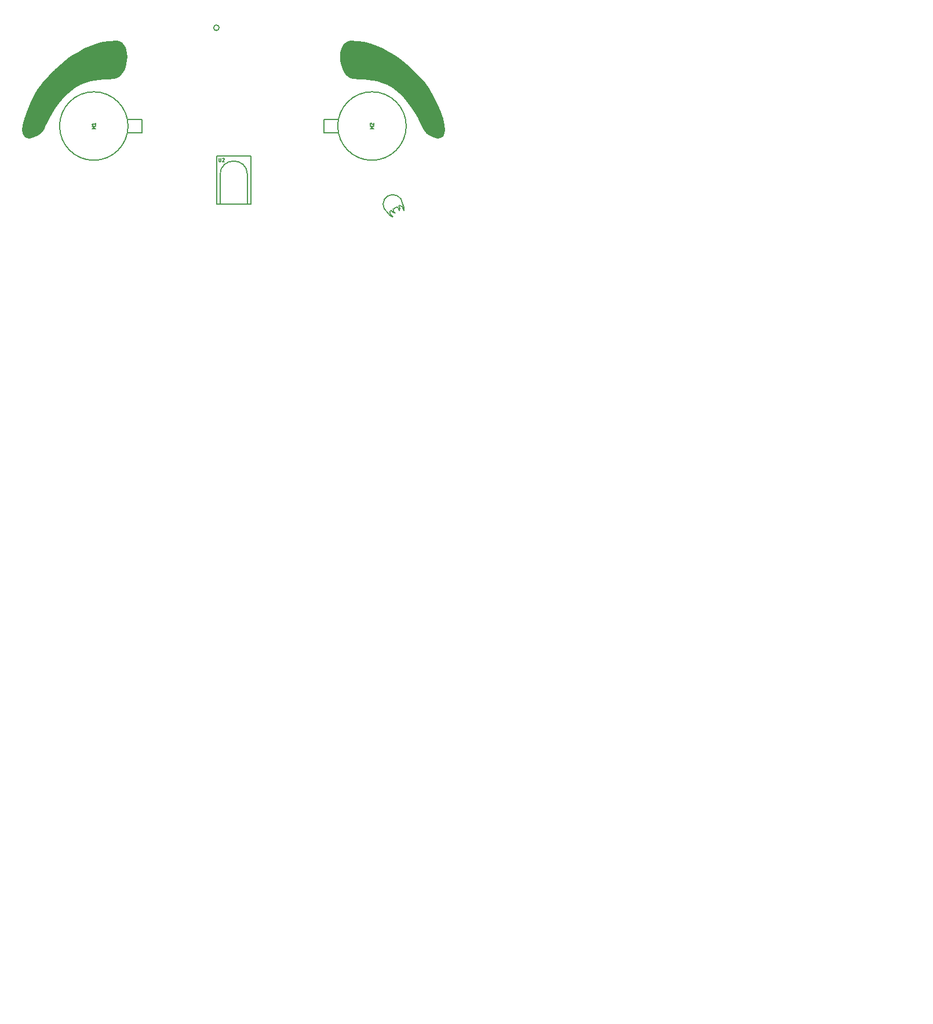
<source format=gto>
G04 #@! TF.FileFunction,Legend,Top*
%FSLAX46Y46*%
G04 Gerber Fmt 4.6, Leading zero omitted, Abs format (unit mm)*
G04 Created by KiCad (PCBNEW 4.0.7) date 06/20/18 18:14:49*
%MOMM*%
%LPD*%
G01*
G04 APERTURE LIST*
%ADD10C,0.100000*%
%ADD11C,0.158750*%
%ADD12C,0.180000*%
%ADD13C,0.177800*%
%ADD14C,0.150000*%
%ADD15C,0.127000*%
%ADD16C,0.787400*%
%ADD17C,1.552400*%
%ADD18C,1.252400*%
%ADD19C,1.852400*%
%ADD20O,1.852400X1.852400*%
%ADD21C,2.108200*%
%ADD22R,2.152400X4.152400*%
%ADD23C,4.724400*%
%ADD24C,2.152400*%
%ADD25R,2.152400X2.152400*%
%ADD26C,3.152400*%
%ADD27R,1.676400X1.676400*%
%ADD28C,1.676400*%
G04 APERTURE END LIST*
D10*
D11*
X178504548Y-167422286D02*
X178474310Y-167452524D01*
X178383595Y-167482762D01*
X178323119Y-167482762D01*
X178232405Y-167452524D01*
X178171929Y-167392048D01*
X178141690Y-167331571D01*
X178111452Y-167210619D01*
X178111452Y-167119905D01*
X178141690Y-166998952D01*
X178171929Y-166938476D01*
X178232405Y-166878000D01*
X178323119Y-166847762D01*
X178383595Y-166847762D01*
X178474310Y-166878000D01*
X178504548Y-166908238D01*
X178867405Y-167482762D02*
X178806929Y-167452524D01*
X178776690Y-167422286D01*
X178746452Y-167361810D01*
X178746452Y-167180381D01*
X178776690Y-167119905D01*
X178806929Y-167089667D01*
X178867405Y-167059429D01*
X178958119Y-167059429D01*
X179018595Y-167089667D01*
X179048833Y-167119905D01*
X179079071Y-167180381D01*
X179079071Y-167361810D01*
X179048833Y-167422286D01*
X179018595Y-167452524D01*
X178958119Y-167482762D01*
X178867405Y-167482762D01*
X179351214Y-167059429D02*
X179351214Y-167694429D01*
X179351214Y-167089667D02*
X179411691Y-167059429D01*
X179532643Y-167059429D01*
X179593119Y-167089667D01*
X179623357Y-167119905D01*
X179653595Y-167180381D01*
X179653595Y-167361810D01*
X179623357Y-167422286D01*
X179593119Y-167452524D01*
X179532643Y-167482762D01*
X179411691Y-167482762D01*
X179351214Y-167452524D01*
X179865262Y-167059429D02*
X180016453Y-167482762D01*
X180167643Y-167059429D02*
X180016453Y-167482762D01*
X179955977Y-167633952D01*
X179925738Y-167664190D01*
X179865262Y-167694429D01*
X180409548Y-167482762D02*
X180409548Y-167059429D01*
X180409548Y-167180381D02*
X180439787Y-167119905D01*
X180470025Y-167089667D01*
X180530501Y-167059429D01*
X180590977Y-167059429D01*
X180802643Y-167482762D02*
X180802643Y-167059429D01*
X180802643Y-166847762D02*
X180772405Y-166878000D01*
X180802643Y-166908238D01*
X180832882Y-166878000D01*
X180802643Y-166847762D01*
X180802643Y-166908238D01*
X181377167Y-167059429D02*
X181377167Y-167573476D01*
X181346929Y-167633952D01*
X181316691Y-167664190D01*
X181256215Y-167694429D01*
X181165501Y-167694429D01*
X181105024Y-167664190D01*
X181377167Y-167452524D02*
X181316691Y-167482762D01*
X181195739Y-167482762D01*
X181135263Y-167452524D01*
X181105024Y-167422286D01*
X181074786Y-167361810D01*
X181074786Y-167180381D01*
X181105024Y-167119905D01*
X181135263Y-167089667D01*
X181195739Y-167059429D01*
X181316691Y-167059429D01*
X181377167Y-167089667D01*
X181679548Y-167482762D02*
X181679548Y-166847762D01*
X181951691Y-167482762D02*
X181951691Y-167150143D01*
X181921453Y-167089667D01*
X181860977Y-167059429D01*
X181770263Y-167059429D01*
X181709787Y-167089667D01*
X181679548Y-167119905D01*
X182163358Y-167059429D02*
X182405263Y-167059429D01*
X182254072Y-166847762D02*
X182254072Y-167392048D01*
X182284311Y-167452524D01*
X182344787Y-167482762D01*
X182405263Y-167482762D01*
X183282168Y-167724667D02*
X183251930Y-167694429D01*
X183191454Y-167603714D01*
X183161216Y-167543238D01*
X183130978Y-167452524D01*
X183100739Y-167301333D01*
X183100739Y-167180381D01*
X183130978Y-167029190D01*
X183161216Y-166938476D01*
X183191454Y-166878000D01*
X183251930Y-166787286D01*
X183282168Y-166757048D01*
X183796215Y-167452524D02*
X183735739Y-167482762D01*
X183614787Y-167482762D01*
X183554311Y-167452524D01*
X183524072Y-167422286D01*
X183493834Y-167361810D01*
X183493834Y-167180381D01*
X183524072Y-167119905D01*
X183554311Y-167089667D01*
X183614787Y-167059429D01*
X183735739Y-167059429D01*
X183796215Y-167089667D01*
X184007882Y-167724667D02*
X184038120Y-167694429D01*
X184098597Y-167603714D01*
X184128835Y-167543238D01*
X184159073Y-167452524D01*
X184189311Y-167301333D01*
X184189311Y-167180381D01*
X184159073Y-167029190D01*
X184128835Y-166938476D01*
X184098597Y-166878000D01*
X184038120Y-166787286D01*
X184007882Y-166757048D01*
X184945263Y-166908238D02*
X184975501Y-166878000D01*
X185035978Y-166847762D01*
X185187168Y-166847762D01*
X185247644Y-166878000D01*
X185277882Y-166908238D01*
X185308121Y-166968714D01*
X185308121Y-167029190D01*
X185277882Y-167119905D01*
X184915025Y-167482762D01*
X185308121Y-167482762D01*
X185701216Y-166847762D02*
X185761692Y-166847762D01*
X185822168Y-166878000D01*
X185852406Y-166908238D01*
X185882644Y-166968714D01*
X185912883Y-167089667D01*
X185912883Y-167240857D01*
X185882644Y-167361810D01*
X185852406Y-167422286D01*
X185822168Y-167452524D01*
X185761692Y-167482762D01*
X185701216Y-167482762D01*
X185640740Y-167452524D01*
X185610502Y-167422286D01*
X185580263Y-167361810D01*
X185550025Y-167240857D01*
X185550025Y-167089667D01*
X185580263Y-166968714D01*
X185610502Y-166908238D01*
X185640740Y-166878000D01*
X185701216Y-166847762D01*
X186517645Y-167482762D02*
X186154787Y-167482762D01*
X186336216Y-167482762D02*
X186336216Y-166847762D01*
X186275740Y-166938476D01*
X186215264Y-166998952D01*
X186154787Y-167029190D01*
X186880502Y-167119905D02*
X186820026Y-167089667D01*
X186789787Y-167059429D01*
X186759549Y-166998952D01*
X186759549Y-166968714D01*
X186789787Y-166908238D01*
X186820026Y-166878000D01*
X186880502Y-166847762D01*
X187001454Y-166847762D01*
X187061930Y-166878000D01*
X187092168Y-166908238D01*
X187122407Y-166968714D01*
X187122407Y-166998952D01*
X187092168Y-167059429D01*
X187061930Y-167089667D01*
X187001454Y-167119905D01*
X186880502Y-167119905D01*
X186820026Y-167150143D01*
X186789787Y-167180381D01*
X186759549Y-167240857D01*
X186759549Y-167361810D01*
X186789787Y-167422286D01*
X186820026Y-167452524D01*
X186880502Y-167482762D01*
X187001454Y-167482762D01*
X187061930Y-167452524D01*
X187092168Y-167422286D01*
X187122407Y-167361810D01*
X187122407Y-167240857D01*
X187092168Y-167180381D01*
X187061930Y-167150143D01*
X187001454Y-167119905D01*
X187878359Y-167482762D02*
X187878359Y-166847762D01*
X188120264Y-166847762D01*
X188180740Y-166878000D01*
X188210979Y-166908238D01*
X188241217Y-166968714D01*
X188241217Y-167059429D01*
X188210979Y-167119905D01*
X188180740Y-167150143D01*
X188120264Y-167180381D01*
X187878359Y-167180381D01*
X188755264Y-167452524D02*
X188694788Y-167482762D01*
X188573836Y-167482762D01*
X188513359Y-167452524D01*
X188483121Y-167392048D01*
X188483121Y-167150143D01*
X188513359Y-167089667D01*
X188573836Y-167059429D01*
X188694788Y-167059429D01*
X188755264Y-167089667D01*
X188785502Y-167150143D01*
X188785502Y-167210619D01*
X188483121Y-167271095D01*
X188966931Y-167059429D02*
X189208836Y-167059429D01*
X189057645Y-166847762D02*
X189057645Y-167392048D01*
X189087884Y-167452524D01*
X189148360Y-167482762D01*
X189208836Y-167482762D01*
X189662407Y-167452524D02*
X189601931Y-167482762D01*
X189480979Y-167482762D01*
X189420502Y-167452524D01*
X189390264Y-167392048D01*
X189390264Y-167150143D01*
X189420502Y-167089667D01*
X189480979Y-167059429D01*
X189601931Y-167059429D01*
X189662407Y-167089667D01*
X189692645Y-167150143D01*
X189692645Y-167210619D01*
X189390264Y-167271095D01*
X189964788Y-167482762D02*
X189964788Y-167059429D01*
X189964788Y-167180381D02*
X189995027Y-167119905D01*
X190025265Y-167089667D01*
X190085741Y-167059429D01*
X190146217Y-167059429D01*
X190811455Y-167452524D02*
X190902170Y-167482762D01*
X191053360Y-167482762D01*
X191113836Y-167452524D01*
X191144074Y-167422286D01*
X191174313Y-167361810D01*
X191174313Y-167301333D01*
X191144074Y-167240857D01*
X191113836Y-167210619D01*
X191053360Y-167180381D01*
X190932408Y-167150143D01*
X190871932Y-167119905D01*
X190841693Y-167089667D01*
X190811455Y-167029190D01*
X190811455Y-166968714D01*
X190841693Y-166908238D01*
X190871932Y-166878000D01*
X190932408Y-166847762D01*
X191083598Y-166847762D01*
X191174313Y-166878000D01*
X191446455Y-167482762D02*
X191446455Y-166847762D01*
X191718598Y-167482762D02*
X191718598Y-167150143D01*
X191688360Y-167089667D01*
X191627884Y-167059429D01*
X191537170Y-167059429D01*
X191476694Y-167089667D01*
X191446455Y-167119905D01*
X192293122Y-167482762D02*
X192293122Y-167150143D01*
X192262884Y-167089667D01*
X192202408Y-167059429D01*
X192081456Y-167059429D01*
X192020979Y-167089667D01*
X192293122Y-167452524D02*
X192232646Y-167482762D01*
X192081456Y-167482762D01*
X192020979Y-167452524D01*
X191990741Y-167392048D01*
X191990741Y-167331571D01*
X192020979Y-167271095D01*
X192081456Y-167240857D01*
X192232646Y-167240857D01*
X192293122Y-167210619D01*
X192595503Y-167482762D02*
X192595503Y-166847762D01*
X192595503Y-167089667D02*
X192655980Y-167059429D01*
X192776932Y-167059429D01*
X192837408Y-167089667D01*
X192867646Y-167119905D01*
X192897884Y-167180381D01*
X192897884Y-167361810D01*
X192867646Y-167422286D01*
X192837408Y-167452524D01*
X192776932Y-167482762D01*
X192655980Y-167482762D01*
X192595503Y-167452524D01*
X193170027Y-167482762D02*
X193170027Y-167059429D01*
X193170027Y-166847762D02*
X193139789Y-166878000D01*
X193170027Y-166908238D01*
X193200266Y-166878000D01*
X193170027Y-166847762D01*
X193170027Y-166908238D01*
X193472408Y-167059429D02*
X193472408Y-167482762D01*
X193472408Y-167119905D02*
X193502647Y-167089667D01*
X193563123Y-167059429D01*
X193653837Y-167059429D01*
X193714313Y-167089667D01*
X193744551Y-167150143D01*
X193744551Y-167482762D01*
X194137647Y-167482762D02*
X194077171Y-167452524D01*
X194046932Y-167422286D01*
X194016694Y-167361810D01*
X194016694Y-167180381D01*
X194046932Y-167119905D01*
X194077171Y-167089667D01*
X194137647Y-167059429D01*
X194228361Y-167059429D01*
X194288837Y-167089667D01*
X194319075Y-167119905D01*
X194349313Y-167180381D01*
X194349313Y-167361810D01*
X194319075Y-167422286D01*
X194288837Y-167452524D01*
X194228361Y-167482762D01*
X194137647Y-167482762D01*
X178141690Y-169705262D02*
X178141690Y-169070262D01*
X178383595Y-169070262D01*
X178444071Y-169100500D01*
X178474310Y-169130738D01*
X178504548Y-169191214D01*
X178504548Y-169281929D01*
X178474310Y-169342405D01*
X178444071Y-169372643D01*
X178383595Y-169402881D01*
X178141690Y-169402881D01*
X179018595Y-169675024D02*
X178958119Y-169705262D01*
X178837167Y-169705262D01*
X178776690Y-169675024D01*
X178746452Y-169614548D01*
X178746452Y-169372643D01*
X178776690Y-169312167D01*
X178837167Y-169281929D01*
X178958119Y-169281929D01*
X179018595Y-169312167D01*
X179048833Y-169372643D01*
X179048833Y-169433119D01*
X178746452Y-169493595D01*
X179320976Y-169705262D02*
X179320976Y-169281929D01*
X179320976Y-169402881D02*
X179351215Y-169342405D01*
X179381453Y-169312167D01*
X179441929Y-169281929D01*
X179502405Y-169281929D01*
X179714071Y-169705262D02*
X179714071Y-169281929D01*
X179714071Y-169342405D02*
X179744310Y-169312167D01*
X179804786Y-169281929D01*
X179895500Y-169281929D01*
X179955976Y-169312167D01*
X179986214Y-169372643D01*
X179986214Y-169705262D01*
X179986214Y-169372643D02*
X180016452Y-169312167D01*
X180076929Y-169281929D01*
X180167643Y-169281929D01*
X180228119Y-169312167D01*
X180258357Y-169372643D01*
X180258357Y-169705262D01*
X180560738Y-169705262D02*
X180560738Y-169281929D01*
X180560738Y-169070262D02*
X180530500Y-169100500D01*
X180560738Y-169130738D01*
X180590977Y-169100500D01*
X180560738Y-169070262D01*
X180560738Y-169130738D01*
X180832881Y-169675024D02*
X180893358Y-169705262D01*
X181014310Y-169705262D01*
X181074786Y-169675024D01*
X181105024Y-169614548D01*
X181105024Y-169584310D01*
X181074786Y-169523833D01*
X181014310Y-169493595D01*
X180923596Y-169493595D01*
X180863119Y-169463357D01*
X180832881Y-169402881D01*
X180832881Y-169372643D01*
X180863119Y-169312167D01*
X180923596Y-169281929D01*
X181014310Y-169281929D01*
X181074786Y-169312167D01*
X181346929Y-169675024D02*
X181407406Y-169705262D01*
X181528358Y-169705262D01*
X181588834Y-169675024D01*
X181619072Y-169614548D01*
X181619072Y-169584310D01*
X181588834Y-169523833D01*
X181528358Y-169493595D01*
X181437644Y-169493595D01*
X181377167Y-169463357D01*
X181346929Y-169402881D01*
X181346929Y-169372643D01*
X181377167Y-169312167D01*
X181437644Y-169281929D01*
X181528358Y-169281929D01*
X181588834Y-169312167D01*
X181891215Y-169705262D02*
X181891215Y-169281929D01*
X181891215Y-169070262D02*
X181860977Y-169100500D01*
X181891215Y-169130738D01*
X181921454Y-169100500D01*
X181891215Y-169070262D01*
X181891215Y-169130738D01*
X182284311Y-169705262D02*
X182223835Y-169675024D01*
X182193596Y-169644786D01*
X182163358Y-169584310D01*
X182163358Y-169402881D01*
X182193596Y-169342405D01*
X182223835Y-169312167D01*
X182284311Y-169281929D01*
X182375025Y-169281929D01*
X182435501Y-169312167D01*
X182465739Y-169342405D01*
X182495977Y-169402881D01*
X182495977Y-169584310D01*
X182465739Y-169644786D01*
X182435501Y-169675024D01*
X182375025Y-169705262D01*
X182284311Y-169705262D01*
X182768120Y-169281929D02*
X182768120Y-169705262D01*
X182768120Y-169342405D02*
X182798359Y-169312167D01*
X182858835Y-169281929D01*
X182949549Y-169281929D01*
X183010025Y-169312167D01*
X183040263Y-169372643D01*
X183040263Y-169705262D01*
X183826454Y-169705262D02*
X183826454Y-169281929D01*
X183826454Y-169070262D02*
X183796216Y-169100500D01*
X183826454Y-169130738D01*
X183856693Y-169100500D01*
X183826454Y-169070262D01*
X183826454Y-169130738D01*
X184098597Y-169675024D02*
X184159074Y-169705262D01*
X184280026Y-169705262D01*
X184340502Y-169675024D01*
X184370740Y-169614548D01*
X184370740Y-169584310D01*
X184340502Y-169523833D01*
X184280026Y-169493595D01*
X184189312Y-169493595D01*
X184128835Y-169463357D01*
X184098597Y-169402881D01*
X184098597Y-169372643D01*
X184128835Y-169312167D01*
X184189312Y-169281929D01*
X184280026Y-169281929D01*
X184340502Y-169312167D01*
X185126693Y-169705262D02*
X185126693Y-169070262D01*
X185398836Y-169705262D02*
X185398836Y-169372643D01*
X185368598Y-169312167D01*
X185308122Y-169281929D01*
X185217408Y-169281929D01*
X185156932Y-169312167D01*
X185126693Y-169342405D01*
X185943122Y-169675024D02*
X185882646Y-169705262D01*
X185761694Y-169705262D01*
X185701217Y-169675024D01*
X185670979Y-169614548D01*
X185670979Y-169372643D01*
X185701217Y-169312167D01*
X185761694Y-169281929D01*
X185882646Y-169281929D01*
X185943122Y-169312167D01*
X185973360Y-169372643D01*
X185973360Y-169433119D01*
X185670979Y-169493595D01*
X186245503Y-169705262D02*
X186245503Y-169281929D01*
X186245503Y-169402881D02*
X186275742Y-169342405D01*
X186305980Y-169312167D01*
X186366456Y-169281929D01*
X186426932Y-169281929D01*
X186880503Y-169675024D02*
X186820027Y-169705262D01*
X186699075Y-169705262D01*
X186638598Y-169675024D01*
X186608360Y-169614548D01*
X186608360Y-169372643D01*
X186638598Y-169312167D01*
X186699075Y-169281929D01*
X186820027Y-169281929D01*
X186880503Y-169312167D01*
X186910741Y-169372643D01*
X186910741Y-169433119D01*
X186608360Y-169493595D01*
X187182884Y-169705262D02*
X187182884Y-169070262D01*
X187182884Y-169312167D02*
X187243361Y-169281929D01*
X187364313Y-169281929D01*
X187424789Y-169312167D01*
X187455027Y-169342405D01*
X187485265Y-169402881D01*
X187485265Y-169584310D01*
X187455027Y-169644786D01*
X187424789Y-169675024D01*
X187364313Y-169705262D01*
X187243361Y-169705262D01*
X187182884Y-169675024D01*
X187696932Y-169281929D02*
X187848123Y-169705262D01*
X187999313Y-169281929D02*
X187848123Y-169705262D01*
X187787647Y-169856452D01*
X187757408Y-169886690D01*
X187696932Y-169916929D01*
X188997171Y-169281929D02*
X188997171Y-169795976D01*
X188966933Y-169856452D01*
X188936695Y-169886690D01*
X188876219Y-169916929D01*
X188785505Y-169916929D01*
X188725028Y-169886690D01*
X188997171Y-169675024D02*
X188936695Y-169705262D01*
X188815743Y-169705262D01*
X188755267Y-169675024D01*
X188725028Y-169644786D01*
X188694790Y-169584310D01*
X188694790Y-169402881D01*
X188725028Y-169342405D01*
X188755267Y-169312167D01*
X188815743Y-169281929D01*
X188936695Y-169281929D01*
X188997171Y-169312167D01*
X189299552Y-169705262D02*
X189299552Y-169281929D01*
X189299552Y-169402881D02*
X189329791Y-169342405D01*
X189360029Y-169312167D01*
X189420505Y-169281929D01*
X189480981Y-169281929D01*
X189964790Y-169705262D02*
X189964790Y-169372643D01*
X189934552Y-169312167D01*
X189874076Y-169281929D01*
X189753124Y-169281929D01*
X189692647Y-169312167D01*
X189964790Y-169675024D02*
X189904314Y-169705262D01*
X189753124Y-169705262D01*
X189692647Y-169675024D01*
X189662409Y-169614548D01*
X189662409Y-169554071D01*
X189692647Y-169493595D01*
X189753124Y-169463357D01*
X189904314Y-169463357D01*
X189964790Y-169433119D01*
X190267171Y-169281929D02*
X190267171Y-169705262D01*
X190267171Y-169342405D02*
X190297410Y-169312167D01*
X190357886Y-169281929D01*
X190448600Y-169281929D01*
X190509076Y-169312167D01*
X190539314Y-169372643D01*
X190539314Y-169705262D01*
X190750981Y-169281929D02*
X190992886Y-169281929D01*
X190841695Y-169070262D02*
X190841695Y-169614548D01*
X190871934Y-169675024D01*
X190932410Y-169705262D01*
X190992886Y-169705262D01*
X191446457Y-169675024D02*
X191385981Y-169705262D01*
X191265029Y-169705262D01*
X191204552Y-169675024D01*
X191174314Y-169614548D01*
X191174314Y-169372643D01*
X191204552Y-169312167D01*
X191265029Y-169281929D01*
X191385981Y-169281929D01*
X191446457Y-169312167D01*
X191476695Y-169372643D01*
X191476695Y-169433119D01*
X191174314Y-169493595D01*
X192020981Y-169705262D02*
X192020981Y-169070262D01*
X192020981Y-169675024D02*
X191960505Y-169705262D01*
X191839553Y-169705262D01*
X191779077Y-169675024D01*
X191748838Y-169644786D01*
X191718600Y-169584310D01*
X191718600Y-169402881D01*
X191748838Y-169342405D01*
X191779077Y-169312167D01*
X191839553Y-169281929D01*
X191960505Y-169281929D01*
X192020981Y-169312167D01*
X192353601Y-169675024D02*
X192353601Y-169705262D01*
X192323362Y-169765738D01*
X192293124Y-169795976D01*
X193018839Y-169281929D02*
X193260744Y-169281929D01*
X193109553Y-169705262D02*
X193109553Y-169160976D01*
X193139792Y-169100500D01*
X193200268Y-169070262D01*
X193260744Y-169070262D01*
X193472410Y-169705262D02*
X193472410Y-169281929D01*
X193472410Y-169402881D02*
X193502649Y-169342405D01*
X193532887Y-169312167D01*
X193593363Y-169281929D01*
X193653839Y-169281929D01*
X194107410Y-169675024D02*
X194046934Y-169705262D01*
X193925982Y-169705262D01*
X193865505Y-169675024D01*
X193835267Y-169614548D01*
X193835267Y-169372643D01*
X193865505Y-169312167D01*
X193925982Y-169281929D01*
X194046934Y-169281929D01*
X194107410Y-169312167D01*
X194137648Y-169372643D01*
X194137648Y-169433119D01*
X193835267Y-169493595D01*
X194651696Y-169675024D02*
X194591220Y-169705262D01*
X194470268Y-169705262D01*
X194409791Y-169675024D01*
X194379553Y-169614548D01*
X194379553Y-169372643D01*
X194409791Y-169312167D01*
X194470268Y-169281929D01*
X194591220Y-169281929D01*
X194651696Y-169312167D01*
X194681934Y-169372643D01*
X194681934Y-169433119D01*
X194379553Y-169493595D01*
X195528602Y-169705262D02*
X195468126Y-169675024D01*
X195437887Y-169644786D01*
X195407649Y-169584310D01*
X195407649Y-169402881D01*
X195437887Y-169342405D01*
X195468126Y-169312167D01*
X195528602Y-169281929D01*
X195619316Y-169281929D01*
X195679792Y-169312167D01*
X195710030Y-169342405D01*
X195740268Y-169402881D01*
X195740268Y-169584310D01*
X195710030Y-169644786D01*
X195679792Y-169675024D01*
X195619316Y-169705262D01*
X195528602Y-169705262D01*
X195921697Y-169281929D02*
X196163602Y-169281929D01*
X196012411Y-169705262D02*
X196012411Y-169160976D01*
X196042650Y-169100500D01*
X196103126Y-169070262D01*
X196163602Y-169070262D01*
X197131221Y-169675024D02*
X197070745Y-169705262D01*
X196949793Y-169705262D01*
X196889317Y-169675024D01*
X196859078Y-169644786D01*
X196828840Y-169584310D01*
X196828840Y-169402881D01*
X196859078Y-169342405D01*
X196889317Y-169312167D01*
X196949793Y-169281929D01*
X197070745Y-169281929D01*
X197131221Y-169312167D01*
X197403364Y-169705262D02*
X197403364Y-169070262D01*
X197675507Y-169705262D02*
X197675507Y-169372643D01*
X197645269Y-169312167D01*
X197584793Y-169281929D01*
X197494079Y-169281929D01*
X197433603Y-169312167D01*
X197403364Y-169342405D01*
X198250031Y-169705262D02*
X198250031Y-169372643D01*
X198219793Y-169312167D01*
X198159317Y-169281929D01*
X198038365Y-169281929D01*
X197977888Y-169312167D01*
X198250031Y-169675024D02*
X198189555Y-169705262D01*
X198038365Y-169705262D01*
X197977888Y-169675024D01*
X197947650Y-169614548D01*
X197947650Y-169554071D01*
X197977888Y-169493595D01*
X198038365Y-169463357D01*
X198189555Y-169463357D01*
X198250031Y-169433119D01*
X198552412Y-169705262D02*
X198552412Y-169281929D01*
X198552412Y-169402881D02*
X198582651Y-169342405D01*
X198612889Y-169312167D01*
X198673365Y-169281929D01*
X198733841Y-169281929D01*
X199217650Y-169281929D02*
X199217650Y-169795976D01*
X199187412Y-169856452D01*
X199157174Y-169886690D01*
X199096698Y-169916929D01*
X199005984Y-169916929D01*
X198945507Y-169886690D01*
X199217650Y-169675024D02*
X199157174Y-169705262D01*
X199036222Y-169705262D01*
X198975746Y-169675024D01*
X198945507Y-169644786D01*
X198915269Y-169584310D01*
X198915269Y-169402881D01*
X198945507Y-169342405D01*
X198975746Y-169312167D01*
X199036222Y-169281929D01*
X199157174Y-169281929D01*
X199217650Y-169312167D01*
X199761936Y-169675024D02*
X199701460Y-169705262D01*
X199580508Y-169705262D01*
X199520031Y-169675024D01*
X199489793Y-169614548D01*
X199489793Y-169372643D01*
X199520031Y-169312167D01*
X199580508Y-169281929D01*
X199701460Y-169281929D01*
X199761936Y-169312167D01*
X199792174Y-169372643D01*
X199792174Y-169433119D01*
X199489793Y-169493595D01*
X200094556Y-169675024D02*
X200094556Y-169705262D01*
X200064317Y-169765738D01*
X200034079Y-169795976D01*
X200759794Y-169281929D02*
X201001699Y-169281929D01*
X200850508Y-169070262D02*
X200850508Y-169614548D01*
X200880747Y-169675024D01*
X200941223Y-169705262D01*
X201001699Y-169705262D01*
X201304080Y-169705262D02*
X201243604Y-169675024D01*
X201213365Y-169644786D01*
X201183127Y-169584310D01*
X201183127Y-169402881D01*
X201213365Y-169342405D01*
X201243604Y-169312167D01*
X201304080Y-169281929D01*
X201394794Y-169281929D01*
X201455270Y-169312167D01*
X201485508Y-169342405D01*
X201515746Y-169402881D01*
X201515746Y-169584310D01*
X201485508Y-169644786D01*
X201455270Y-169675024D01*
X201394794Y-169705262D01*
X201304080Y-169705262D01*
X202543842Y-169705262D02*
X202543842Y-169372643D01*
X202513604Y-169312167D01*
X202453128Y-169281929D01*
X202332176Y-169281929D01*
X202271699Y-169312167D01*
X202543842Y-169675024D02*
X202483366Y-169705262D01*
X202332176Y-169705262D01*
X202271699Y-169675024D01*
X202241461Y-169614548D01*
X202241461Y-169554071D01*
X202271699Y-169493595D01*
X202332176Y-169463357D01*
X202483366Y-169463357D01*
X202543842Y-169433119D01*
X202846223Y-169281929D02*
X202846223Y-169705262D01*
X202846223Y-169342405D02*
X202876462Y-169312167D01*
X202936938Y-169281929D01*
X203027652Y-169281929D01*
X203088128Y-169312167D01*
X203118366Y-169372643D01*
X203118366Y-169705262D01*
X203360271Y-169281929D02*
X203511462Y-169705262D01*
X203662652Y-169281929D02*
X203511462Y-169705262D01*
X203450986Y-169856452D01*
X203420747Y-169886690D01*
X203360271Y-169916929D01*
X204388367Y-169281929D02*
X204388367Y-169916929D01*
X204388367Y-169312167D02*
X204448844Y-169281929D01*
X204569796Y-169281929D01*
X204630272Y-169312167D01*
X204660510Y-169342405D01*
X204690748Y-169402881D01*
X204690748Y-169584310D01*
X204660510Y-169644786D01*
X204630272Y-169675024D01*
X204569796Y-169705262D01*
X204448844Y-169705262D01*
X204388367Y-169675024D01*
X205204796Y-169675024D02*
X205144320Y-169705262D01*
X205023368Y-169705262D01*
X204962891Y-169675024D01*
X204932653Y-169614548D01*
X204932653Y-169372643D01*
X204962891Y-169312167D01*
X205023368Y-169281929D01*
X205144320Y-169281929D01*
X205204796Y-169312167D01*
X205235034Y-169372643D01*
X205235034Y-169433119D01*
X204932653Y-169493595D01*
X205507177Y-169705262D02*
X205507177Y-169281929D01*
X205507177Y-169402881D02*
X205537416Y-169342405D01*
X205567654Y-169312167D01*
X205628130Y-169281929D01*
X205688606Y-169281929D01*
X205870034Y-169675024D02*
X205930511Y-169705262D01*
X206051463Y-169705262D01*
X206111939Y-169675024D01*
X206142177Y-169614548D01*
X206142177Y-169584310D01*
X206111939Y-169523833D01*
X206051463Y-169493595D01*
X205960749Y-169493595D01*
X205900272Y-169463357D01*
X205870034Y-169402881D01*
X205870034Y-169372643D01*
X205900272Y-169312167D01*
X205960749Y-169281929D01*
X206051463Y-169281929D01*
X206111939Y-169312167D01*
X206505035Y-169705262D02*
X206444559Y-169675024D01*
X206414320Y-169644786D01*
X206384082Y-169584310D01*
X206384082Y-169402881D01*
X206414320Y-169342405D01*
X206444559Y-169312167D01*
X206505035Y-169281929D01*
X206595749Y-169281929D01*
X206656225Y-169312167D01*
X206686463Y-169342405D01*
X206716701Y-169402881D01*
X206716701Y-169584310D01*
X206686463Y-169644786D01*
X206656225Y-169675024D01*
X206595749Y-169705262D01*
X206505035Y-169705262D01*
X206988844Y-169281929D02*
X206988844Y-169705262D01*
X206988844Y-169342405D02*
X207019083Y-169312167D01*
X207079559Y-169281929D01*
X207170273Y-169281929D01*
X207230749Y-169312167D01*
X207260987Y-169372643D01*
X207260987Y-169705262D01*
X208137893Y-169705262D02*
X208077417Y-169675024D01*
X208047178Y-169644786D01*
X208016940Y-169584310D01*
X208016940Y-169402881D01*
X208047178Y-169342405D01*
X208077417Y-169312167D01*
X208137893Y-169281929D01*
X208228607Y-169281929D01*
X208289083Y-169312167D01*
X208319321Y-169342405D01*
X208349559Y-169402881D01*
X208349559Y-169584310D01*
X208319321Y-169644786D01*
X208289083Y-169675024D01*
X208228607Y-169705262D01*
X208137893Y-169705262D01*
X208621702Y-169705262D02*
X208621702Y-169070262D01*
X208621702Y-169312167D02*
X208682179Y-169281929D01*
X208803131Y-169281929D01*
X208863607Y-169312167D01*
X208893845Y-169342405D01*
X208924083Y-169402881D01*
X208924083Y-169584310D01*
X208893845Y-169644786D01*
X208863607Y-169675024D01*
X208803131Y-169705262D01*
X208682179Y-169705262D01*
X208621702Y-169675024D01*
X209105512Y-169281929D02*
X209347417Y-169281929D01*
X209196226Y-169070262D02*
X209196226Y-169614548D01*
X209226465Y-169675024D01*
X209286941Y-169705262D01*
X209347417Y-169705262D01*
X209831226Y-169705262D02*
X209831226Y-169372643D01*
X209800988Y-169312167D01*
X209740512Y-169281929D01*
X209619560Y-169281929D01*
X209559083Y-169312167D01*
X209831226Y-169675024D02*
X209770750Y-169705262D01*
X209619560Y-169705262D01*
X209559083Y-169675024D01*
X209528845Y-169614548D01*
X209528845Y-169554071D01*
X209559083Y-169493595D01*
X209619560Y-169463357D01*
X209770750Y-169463357D01*
X209831226Y-169433119D01*
X210133607Y-169705262D02*
X210133607Y-169281929D01*
X210133607Y-169070262D02*
X210103369Y-169100500D01*
X210133607Y-169130738D01*
X210163846Y-169100500D01*
X210133607Y-169070262D01*
X210133607Y-169130738D01*
X210435988Y-169281929D02*
X210435988Y-169705262D01*
X210435988Y-169342405D02*
X210466227Y-169312167D01*
X210526703Y-169281929D01*
X210617417Y-169281929D01*
X210677893Y-169312167D01*
X210708131Y-169372643D01*
X210708131Y-169705262D01*
X211010512Y-169705262D02*
X211010512Y-169281929D01*
X211010512Y-169070262D02*
X210980274Y-169100500D01*
X211010512Y-169130738D01*
X211040751Y-169100500D01*
X211010512Y-169070262D01*
X211010512Y-169130738D01*
X211312893Y-169281929D02*
X211312893Y-169705262D01*
X211312893Y-169342405D02*
X211343132Y-169312167D01*
X211403608Y-169281929D01*
X211494322Y-169281929D01*
X211554798Y-169312167D01*
X211585036Y-169372643D01*
X211585036Y-169705262D01*
X212159560Y-169281929D02*
X212159560Y-169795976D01*
X212129322Y-169856452D01*
X212099084Y-169886690D01*
X212038608Y-169916929D01*
X211947894Y-169916929D01*
X211887417Y-169886690D01*
X212159560Y-169675024D02*
X212099084Y-169705262D01*
X211978132Y-169705262D01*
X211917656Y-169675024D01*
X211887417Y-169644786D01*
X211857179Y-169584310D01*
X211857179Y-169402881D01*
X211887417Y-169342405D01*
X211917656Y-169312167D01*
X211978132Y-169281929D01*
X212099084Y-169281929D01*
X212159560Y-169312167D01*
X213217894Y-169705262D02*
X213217894Y-169372643D01*
X213187656Y-169312167D01*
X213127180Y-169281929D01*
X213006228Y-169281929D01*
X212945751Y-169312167D01*
X213217894Y-169675024D02*
X213157418Y-169705262D01*
X213006228Y-169705262D01*
X212945751Y-169675024D01*
X212915513Y-169614548D01*
X212915513Y-169554071D01*
X212945751Y-169493595D01*
X213006228Y-169463357D01*
X213157418Y-169463357D01*
X213217894Y-169433119D01*
X214276228Y-169675024D02*
X214215752Y-169705262D01*
X214094800Y-169705262D01*
X214034324Y-169675024D01*
X214004085Y-169644786D01*
X213973847Y-169584310D01*
X213973847Y-169402881D01*
X214004085Y-169342405D01*
X214034324Y-169312167D01*
X214094800Y-169281929D01*
X214215752Y-169281929D01*
X214276228Y-169312167D01*
X214639086Y-169705262D02*
X214578610Y-169675024D01*
X214548371Y-169644786D01*
X214518133Y-169584310D01*
X214518133Y-169402881D01*
X214548371Y-169342405D01*
X214578610Y-169312167D01*
X214639086Y-169281929D01*
X214729800Y-169281929D01*
X214790276Y-169312167D01*
X214820514Y-169342405D01*
X214850752Y-169402881D01*
X214850752Y-169584310D01*
X214820514Y-169644786D01*
X214790276Y-169675024D01*
X214729800Y-169705262D01*
X214639086Y-169705262D01*
X215122895Y-169281929D02*
X215122895Y-169916929D01*
X215122895Y-169312167D02*
X215183372Y-169281929D01*
X215304324Y-169281929D01*
X215364800Y-169312167D01*
X215395038Y-169342405D01*
X215425276Y-169402881D01*
X215425276Y-169584310D01*
X215395038Y-169644786D01*
X215364800Y-169675024D01*
X215304324Y-169705262D01*
X215183372Y-169705262D01*
X215122895Y-169675024D01*
X215636943Y-169281929D02*
X215788134Y-169705262D01*
X215939324Y-169281929D02*
X215788134Y-169705262D01*
X215727658Y-169856452D01*
X215697419Y-169886690D01*
X215636943Y-169916929D01*
X216755754Y-169705262D02*
X216695278Y-169675024D01*
X216665039Y-169644786D01*
X216634801Y-169584310D01*
X216634801Y-169402881D01*
X216665039Y-169342405D01*
X216695278Y-169312167D01*
X216755754Y-169281929D01*
X216846468Y-169281929D01*
X216906944Y-169312167D01*
X216937182Y-169342405D01*
X216967420Y-169402881D01*
X216967420Y-169584310D01*
X216937182Y-169644786D01*
X216906944Y-169675024D01*
X216846468Y-169705262D01*
X216755754Y-169705262D01*
X217148849Y-169281929D02*
X217390754Y-169281929D01*
X217239563Y-169705262D02*
X217239563Y-169160976D01*
X217269802Y-169100500D01*
X217330278Y-169070262D01*
X217390754Y-169070262D01*
X217995516Y-169281929D02*
X218237421Y-169281929D01*
X218086230Y-169070262D02*
X218086230Y-169614548D01*
X218116469Y-169675024D01*
X218176945Y-169705262D01*
X218237421Y-169705262D01*
X218449087Y-169705262D02*
X218449087Y-169070262D01*
X218721230Y-169705262D02*
X218721230Y-169372643D01*
X218690992Y-169312167D01*
X218630516Y-169281929D01*
X218539802Y-169281929D01*
X218479326Y-169312167D01*
X218449087Y-169342405D01*
X219023611Y-169705262D02*
X219023611Y-169281929D01*
X219023611Y-169070262D02*
X218993373Y-169100500D01*
X219023611Y-169130738D01*
X219053850Y-169100500D01*
X219023611Y-169070262D01*
X219023611Y-169130738D01*
X219295754Y-169675024D02*
X219356231Y-169705262D01*
X219477183Y-169705262D01*
X219537659Y-169675024D01*
X219567897Y-169614548D01*
X219567897Y-169584310D01*
X219537659Y-169523833D01*
X219477183Y-169493595D01*
X219386469Y-169493595D01*
X219325992Y-169463357D01*
X219295754Y-169402881D01*
X219295754Y-169372643D01*
X219325992Y-169312167D01*
X219386469Y-169281929D01*
X219477183Y-169281929D01*
X219537659Y-169312167D01*
X220323850Y-169705262D02*
X220323850Y-169070262D01*
X220595993Y-169705262D02*
X220595993Y-169372643D01*
X220565755Y-169312167D01*
X220505279Y-169281929D01*
X220414565Y-169281929D01*
X220354089Y-169312167D01*
X220323850Y-169342405D01*
X221170517Y-169705262D02*
X221170517Y-169372643D01*
X221140279Y-169312167D01*
X221079803Y-169281929D01*
X220958851Y-169281929D01*
X220898374Y-169312167D01*
X221170517Y-169675024D02*
X221110041Y-169705262D01*
X220958851Y-169705262D01*
X220898374Y-169675024D01*
X220868136Y-169614548D01*
X220868136Y-169554071D01*
X220898374Y-169493595D01*
X220958851Y-169463357D01*
X221110041Y-169463357D01*
X221170517Y-169433119D01*
X221472898Y-169705262D02*
X221472898Y-169281929D01*
X221472898Y-169402881D02*
X221503137Y-169342405D01*
X221533375Y-169312167D01*
X221593851Y-169281929D01*
X221654327Y-169281929D01*
X222138136Y-169705262D02*
X222138136Y-169070262D01*
X222138136Y-169675024D02*
X222077660Y-169705262D01*
X221956708Y-169705262D01*
X221896232Y-169675024D01*
X221865993Y-169644786D01*
X221835755Y-169584310D01*
X221835755Y-169402881D01*
X221865993Y-169342405D01*
X221896232Y-169312167D01*
X221956708Y-169281929D01*
X222077660Y-169281929D01*
X222138136Y-169312167D01*
X222380041Y-169281929D02*
X222500994Y-169705262D01*
X222621946Y-169402881D01*
X222742898Y-169705262D01*
X222863851Y-169281929D01*
X223377898Y-169705262D02*
X223377898Y-169372643D01*
X223347660Y-169312167D01*
X223287184Y-169281929D01*
X223166232Y-169281929D01*
X223105755Y-169312167D01*
X223377898Y-169675024D02*
X223317422Y-169705262D01*
X223166232Y-169705262D01*
X223105755Y-169675024D01*
X223075517Y-169614548D01*
X223075517Y-169554071D01*
X223105755Y-169493595D01*
X223166232Y-169463357D01*
X223317422Y-169463357D01*
X223377898Y-169433119D01*
X223680279Y-169705262D02*
X223680279Y-169281929D01*
X223680279Y-169402881D02*
X223710518Y-169342405D01*
X223740756Y-169312167D01*
X223801232Y-169281929D01*
X223861708Y-169281929D01*
X224315279Y-169675024D02*
X224254803Y-169705262D01*
X224133851Y-169705262D01*
X224073374Y-169675024D01*
X224043136Y-169614548D01*
X224043136Y-169372643D01*
X224073374Y-169312167D01*
X224133851Y-169281929D01*
X224254803Y-169281929D01*
X224315279Y-169312167D01*
X224345517Y-169372643D01*
X224345517Y-169433119D01*
X224043136Y-169493595D01*
X224647899Y-169675024D02*
X224647899Y-169705262D01*
X224617660Y-169765738D01*
X224587422Y-169795976D01*
X225373613Y-169675024D02*
X225434090Y-169705262D01*
X225555042Y-169705262D01*
X225615518Y-169675024D01*
X225645756Y-169614548D01*
X225645756Y-169584310D01*
X225615518Y-169523833D01*
X225555042Y-169493595D01*
X225464328Y-169493595D01*
X225403851Y-169463357D01*
X225373613Y-169402881D01*
X225373613Y-169372643D01*
X225403851Y-169312167D01*
X225464328Y-169281929D01*
X225555042Y-169281929D01*
X225615518Y-169312167D01*
X226008614Y-169705262D02*
X225948138Y-169675024D01*
X225917899Y-169644786D01*
X225887661Y-169584310D01*
X225887661Y-169402881D01*
X225917899Y-169342405D01*
X225948138Y-169312167D01*
X226008614Y-169281929D01*
X226099328Y-169281929D01*
X226159804Y-169312167D01*
X226190042Y-169342405D01*
X226220280Y-169402881D01*
X226220280Y-169584310D01*
X226190042Y-169644786D01*
X226159804Y-169675024D01*
X226099328Y-169705262D01*
X226008614Y-169705262D01*
X226401709Y-169281929D02*
X226643614Y-169281929D01*
X226492423Y-169705262D02*
X226492423Y-169160976D01*
X226522662Y-169100500D01*
X226583138Y-169070262D01*
X226643614Y-169070262D01*
X226764566Y-169281929D02*
X227006471Y-169281929D01*
X226855280Y-169070262D02*
X226855280Y-169614548D01*
X226885519Y-169675024D01*
X226945995Y-169705262D01*
X227006471Y-169705262D01*
X227157661Y-169281929D02*
X227278614Y-169705262D01*
X227399566Y-169402881D01*
X227520518Y-169705262D01*
X227641471Y-169281929D01*
X228155518Y-169705262D02*
X228155518Y-169372643D01*
X228125280Y-169312167D01*
X228064804Y-169281929D01*
X227943852Y-169281929D01*
X227883375Y-169312167D01*
X228155518Y-169675024D02*
X228095042Y-169705262D01*
X227943852Y-169705262D01*
X227883375Y-169675024D01*
X227853137Y-169614548D01*
X227853137Y-169554071D01*
X227883375Y-169493595D01*
X227943852Y-169463357D01*
X228095042Y-169463357D01*
X228155518Y-169433119D01*
X228457899Y-169705262D02*
X228457899Y-169281929D01*
X228457899Y-169402881D02*
X228488138Y-169342405D01*
X228518376Y-169312167D01*
X228578852Y-169281929D01*
X228639328Y-169281929D01*
X229092899Y-169675024D02*
X229032423Y-169705262D01*
X228911471Y-169705262D01*
X228850994Y-169675024D01*
X228820756Y-169614548D01*
X228820756Y-169372643D01*
X228850994Y-169312167D01*
X228911471Y-169281929D01*
X229032423Y-169281929D01*
X229092899Y-169312167D01*
X229123137Y-169372643D01*
X229123137Y-169433119D01*
X228820756Y-169493595D01*
X229425519Y-169675024D02*
X229425519Y-169705262D01*
X229395280Y-169765738D01*
X229365042Y-169795976D01*
X230453614Y-169705262D02*
X230453614Y-169372643D01*
X230423376Y-169312167D01*
X230362900Y-169281929D01*
X230241948Y-169281929D01*
X230181471Y-169312167D01*
X230453614Y-169675024D02*
X230393138Y-169705262D01*
X230241948Y-169705262D01*
X230181471Y-169675024D01*
X230151233Y-169614548D01*
X230151233Y-169554071D01*
X230181471Y-169493595D01*
X230241948Y-169463357D01*
X230393138Y-169463357D01*
X230453614Y-169433119D01*
X230755995Y-169281929D02*
X230755995Y-169705262D01*
X230755995Y-169342405D02*
X230786234Y-169312167D01*
X230846710Y-169281929D01*
X230937424Y-169281929D01*
X230997900Y-169312167D01*
X231028138Y-169372643D01*
X231028138Y-169705262D01*
X231602662Y-169705262D02*
X231602662Y-169070262D01*
X231602662Y-169675024D02*
X231542186Y-169705262D01*
X231421234Y-169705262D01*
X231360758Y-169675024D01*
X231330519Y-169644786D01*
X231300281Y-169584310D01*
X231300281Y-169402881D01*
X231330519Y-169342405D01*
X231360758Y-169312167D01*
X231421234Y-169281929D01*
X231542186Y-169281929D01*
X231602662Y-169312167D01*
X232660996Y-169705262D02*
X232660996Y-169372643D01*
X232630758Y-169312167D01*
X232570282Y-169281929D01*
X232449330Y-169281929D01*
X232388853Y-169312167D01*
X232660996Y-169675024D02*
X232600520Y-169705262D01*
X232449330Y-169705262D01*
X232388853Y-169675024D01*
X232358615Y-169614548D01*
X232358615Y-169554071D01*
X232388853Y-169493595D01*
X232449330Y-169463357D01*
X232600520Y-169463357D01*
X232660996Y-169433119D01*
X232933139Y-169675024D02*
X232993616Y-169705262D01*
X233114568Y-169705262D01*
X233175044Y-169675024D01*
X233205282Y-169614548D01*
X233205282Y-169584310D01*
X233175044Y-169523833D01*
X233114568Y-169493595D01*
X233023854Y-169493595D01*
X232963377Y-169463357D01*
X232933139Y-169402881D01*
X232933139Y-169372643D01*
X232963377Y-169312167D01*
X233023854Y-169281929D01*
X233114568Y-169281929D01*
X233175044Y-169312167D01*
X233447187Y-169675024D02*
X233507664Y-169705262D01*
X233628616Y-169705262D01*
X233689092Y-169675024D01*
X233719330Y-169614548D01*
X233719330Y-169584310D01*
X233689092Y-169523833D01*
X233628616Y-169493595D01*
X233537902Y-169493595D01*
X233477425Y-169463357D01*
X233447187Y-169402881D01*
X233447187Y-169372643D01*
X233477425Y-169312167D01*
X233537902Y-169281929D01*
X233628616Y-169281929D01*
X233689092Y-169312167D01*
X234082188Y-169705262D02*
X234021712Y-169675024D01*
X233991473Y-169644786D01*
X233961235Y-169584310D01*
X233961235Y-169402881D01*
X233991473Y-169342405D01*
X234021712Y-169312167D01*
X234082188Y-169281929D01*
X234172902Y-169281929D01*
X234233378Y-169312167D01*
X234263616Y-169342405D01*
X234293854Y-169402881D01*
X234293854Y-169584310D01*
X234263616Y-169644786D01*
X234233378Y-169675024D01*
X234172902Y-169705262D01*
X234082188Y-169705262D01*
X234838140Y-169675024D02*
X234777664Y-169705262D01*
X234656712Y-169705262D01*
X234596236Y-169675024D01*
X234565997Y-169644786D01*
X234535759Y-169584310D01*
X234535759Y-169402881D01*
X234565997Y-169342405D01*
X234596236Y-169312167D01*
X234656712Y-169281929D01*
X234777664Y-169281929D01*
X234838140Y-169312167D01*
X235110283Y-169705262D02*
X235110283Y-169281929D01*
X235110283Y-169070262D02*
X235080045Y-169100500D01*
X235110283Y-169130738D01*
X235140522Y-169100500D01*
X235110283Y-169070262D01*
X235110283Y-169130738D01*
X235684807Y-169705262D02*
X235684807Y-169372643D01*
X235654569Y-169312167D01*
X235594093Y-169281929D01*
X235473141Y-169281929D01*
X235412664Y-169312167D01*
X235684807Y-169675024D02*
X235624331Y-169705262D01*
X235473141Y-169705262D01*
X235412664Y-169675024D01*
X235382426Y-169614548D01*
X235382426Y-169554071D01*
X235412664Y-169493595D01*
X235473141Y-169463357D01*
X235624331Y-169463357D01*
X235684807Y-169433119D01*
X235896474Y-169281929D02*
X236138379Y-169281929D01*
X235987188Y-169070262D02*
X235987188Y-169614548D01*
X236017427Y-169675024D01*
X236077903Y-169705262D01*
X236138379Y-169705262D01*
X236591950Y-169675024D02*
X236531474Y-169705262D01*
X236410522Y-169705262D01*
X236350045Y-169675024D01*
X236319807Y-169614548D01*
X236319807Y-169372643D01*
X236350045Y-169312167D01*
X236410522Y-169281929D01*
X236531474Y-169281929D01*
X236591950Y-169312167D01*
X236622188Y-169372643D01*
X236622188Y-169433119D01*
X236319807Y-169493595D01*
X237166474Y-169705262D02*
X237166474Y-169070262D01*
X237166474Y-169675024D02*
X237105998Y-169705262D01*
X236985046Y-169705262D01*
X236924570Y-169675024D01*
X236894331Y-169644786D01*
X236864093Y-169584310D01*
X236864093Y-169402881D01*
X236894331Y-169342405D01*
X236924570Y-169312167D01*
X236985046Y-169281929D01*
X237105998Y-169281929D01*
X237166474Y-169312167D01*
X238224808Y-169705262D02*
X238224808Y-169070262D01*
X238224808Y-169675024D02*
X238164332Y-169705262D01*
X238043380Y-169705262D01*
X237982904Y-169675024D01*
X237952665Y-169644786D01*
X237922427Y-169584310D01*
X237922427Y-169402881D01*
X237952665Y-169342405D01*
X237982904Y-169312167D01*
X238043380Y-169281929D01*
X238164332Y-169281929D01*
X238224808Y-169312167D01*
X238617904Y-169705262D02*
X238557428Y-169675024D01*
X238527189Y-169644786D01*
X238496951Y-169584310D01*
X238496951Y-169402881D01*
X238527189Y-169342405D01*
X238557428Y-169312167D01*
X238617904Y-169281929D01*
X238708618Y-169281929D01*
X238769094Y-169312167D01*
X238799332Y-169342405D01*
X238829570Y-169402881D01*
X238829570Y-169584310D01*
X238799332Y-169644786D01*
X238769094Y-169675024D01*
X238708618Y-169705262D01*
X238617904Y-169705262D01*
X239373856Y-169675024D02*
X239313380Y-169705262D01*
X239192428Y-169705262D01*
X239131952Y-169675024D01*
X239101713Y-169644786D01*
X239071475Y-169584310D01*
X239071475Y-169402881D01*
X239101713Y-169342405D01*
X239131952Y-169312167D01*
X239192428Y-169281929D01*
X239313380Y-169281929D01*
X239373856Y-169312167D01*
X239918142Y-169281929D02*
X239918142Y-169705262D01*
X239645999Y-169281929D02*
X239645999Y-169614548D01*
X239676238Y-169675024D01*
X239736714Y-169705262D01*
X239827428Y-169705262D01*
X239887904Y-169675024D01*
X239918142Y-169644786D01*
X240220523Y-169705262D02*
X240220523Y-169281929D01*
X240220523Y-169342405D02*
X240250762Y-169312167D01*
X240311238Y-169281929D01*
X240401952Y-169281929D01*
X240462428Y-169312167D01*
X240492666Y-169372643D01*
X240492666Y-169705262D01*
X240492666Y-169372643D02*
X240522904Y-169312167D01*
X240583381Y-169281929D01*
X240674095Y-169281929D01*
X240734571Y-169312167D01*
X240764809Y-169372643D01*
X240764809Y-169705262D01*
X241309095Y-169675024D02*
X241248619Y-169705262D01*
X241127667Y-169705262D01*
X241067190Y-169675024D01*
X241036952Y-169614548D01*
X241036952Y-169372643D01*
X241067190Y-169312167D01*
X241127667Y-169281929D01*
X241248619Y-169281929D01*
X241309095Y-169312167D01*
X241339333Y-169372643D01*
X241339333Y-169433119D01*
X241036952Y-169493595D01*
X241611476Y-169281929D02*
X241611476Y-169705262D01*
X241611476Y-169342405D02*
X241641715Y-169312167D01*
X241702191Y-169281929D01*
X241792905Y-169281929D01*
X241853381Y-169312167D01*
X241883619Y-169372643D01*
X241883619Y-169705262D01*
X242095286Y-169281929D02*
X242337191Y-169281929D01*
X242186000Y-169070262D02*
X242186000Y-169614548D01*
X242216239Y-169675024D01*
X242276715Y-169705262D01*
X242337191Y-169705262D01*
X242821000Y-169705262D02*
X242821000Y-169372643D01*
X242790762Y-169312167D01*
X242730286Y-169281929D01*
X242609334Y-169281929D01*
X242548857Y-169312167D01*
X242821000Y-169675024D02*
X242760524Y-169705262D01*
X242609334Y-169705262D01*
X242548857Y-169675024D01*
X242518619Y-169614548D01*
X242518619Y-169554071D01*
X242548857Y-169493595D01*
X242609334Y-169463357D01*
X242760524Y-169463357D01*
X242821000Y-169433119D01*
X243032667Y-169281929D02*
X243274572Y-169281929D01*
X243123381Y-169070262D02*
X243123381Y-169614548D01*
X243153620Y-169675024D01*
X243214096Y-169705262D01*
X243274572Y-169705262D01*
X243486238Y-169705262D02*
X243486238Y-169281929D01*
X243486238Y-169070262D02*
X243456000Y-169100500D01*
X243486238Y-169130738D01*
X243516477Y-169100500D01*
X243486238Y-169070262D01*
X243486238Y-169130738D01*
X243879334Y-169705262D02*
X243818858Y-169675024D01*
X243788619Y-169644786D01*
X243758381Y-169584310D01*
X243758381Y-169402881D01*
X243788619Y-169342405D01*
X243818858Y-169312167D01*
X243879334Y-169281929D01*
X243970048Y-169281929D01*
X244030524Y-169312167D01*
X244060762Y-169342405D01*
X244091000Y-169402881D01*
X244091000Y-169584310D01*
X244060762Y-169644786D01*
X244030524Y-169675024D01*
X243970048Y-169705262D01*
X243879334Y-169705262D01*
X244363143Y-169281929D02*
X244363143Y-169705262D01*
X244363143Y-169342405D02*
X244393382Y-169312167D01*
X244453858Y-169281929D01*
X244544572Y-169281929D01*
X244605048Y-169312167D01*
X244635286Y-169372643D01*
X244635286Y-169705262D01*
X245330763Y-169281929D02*
X245572668Y-169281929D01*
X245421477Y-169705262D02*
X245421477Y-169160976D01*
X245451716Y-169100500D01*
X245512192Y-169070262D01*
X245572668Y-169070262D01*
X245784334Y-169705262D02*
X245784334Y-169281929D01*
X245784334Y-169070262D02*
X245754096Y-169100500D01*
X245784334Y-169130738D01*
X245814573Y-169100500D01*
X245784334Y-169070262D01*
X245784334Y-169130738D01*
X246177430Y-169705262D02*
X246116954Y-169675024D01*
X246086715Y-169614548D01*
X246086715Y-169070262D01*
X246661239Y-169675024D02*
X246600763Y-169705262D01*
X246479811Y-169705262D01*
X246419334Y-169675024D01*
X246389096Y-169614548D01*
X246389096Y-169372643D01*
X246419334Y-169312167D01*
X246479811Y-169281929D01*
X246600763Y-169281929D01*
X246661239Y-169312167D01*
X246691477Y-169372643D01*
X246691477Y-169433119D01*
X246389096Y-169493595D01*
X246933382Y-169675024D02*
X246993859Y-169705262D01*
X247114811Y-169705262D01*
X247175287Y-169675024D01*
X247205525Y-169614548D01*
X247205525Y-169584310D01*
X247175287Y-169523833D01*
X247114811Y-169493595D01*
X247024097Y-169493595D01*
X246963620Y-169463357D01*
X246933382Y-169402881D01*
X246933382Y-169372643D01*
X246963620Y-169312167D01*
X247024097Y-169281929D01*
X247114811Y-169281929D01*
X247175287Y-169312167D01*
X178323119Y-171058417D02*
X178292881Y-171028179D01*
X178232405Y-170937464D01*
X178202167Y-170876988D01*
X178171929Y-170786274D01*
X178141690Y-170635083D01*
X178141690Y-170514131D01*
X178171929Y-170362940D01*
X178202167Y-170272226D01*
X178232405Y-170211750D01*
X178292881Y-170121036D01*
X178323119Y-170090798D01*
X178474309Y-170393179D02*
X178716214Y-170393179D01*
X178565023Y-170181512D02*
X178565023Y-170725798D01*
X178595262Y-170786274D01*
X178655738Y-170816512D01*
X178716214Y-170816512D01*
X178927880Y-170816512D02*
X178927880Y-170181512D01*
X179200023Y-170816512D02*
X179200023Y-170483893D01*
X179169785Y-170423417D01*
X179109309Y-170393179D01*
X179018595Y-170393179D01*
X178958119Y-170423417D01*
X178927880Y-170453655D01*
X179744309Y-170786274D02*
X179683833Y-170816512D01*
X179562881Y-170816512D01*
X179502404Y-170786274D01*
X179472166Y-170725798D01*
X179472166Y-170483893D01*
X179502404Y-170423417D01*
X179562881Y-170393179D01*
X179683833Y-170393179D01*
X179744309Y-170423417D01*
X179774547Y-170483893D01*
X179774547Y-170544369D01*
X179472166Y-170604845D01*
X180500262Y-170181512D02*
X180500262Y-170302464D01*
X180742167Y-170181512D02*
X180742167Y-170302464D01*
X181014310Y-170816512D02*
X181014310Y-170181512D01*
X181256215Y-170181512D01*
X181316691Y-170211750D01*
X181346930Y-170241988D01*
X181377168Y-170302464D01*
X181377168Y-170393179D01*
X181346930Y-170453655D01*
X181316691Y-170483893D01*
X181256215Y-170514131D01*
X181014310Y-170514131D01*
X181649310Y-170816512D02*
X181649310Y-170393179D01*
X181649310Y-170514131D02*
X181679549Y-170453655D01*
X181709787Y-170423417D01*
X181770263Y-170393179D01*
X181830739Y-170393179D01*
X182133120Y-170816512D02*
X182072644Y-170786274D01*
X182042405Y-170756036D01*
X182012167Y-170695560D01*
X182012167Y-170514131D01*
X182042405Y-170453655D01*
X182072644Y-170423417D01*
X182133120Y-170393179D01*
X182223834Y-170393179D01*
X182284310Y-170423417D01*
X182314548Y-170453655D01*
X182344786Y-170514131D01*
X182344786Y-170695560D01*
X182314548Y-170756036D01*
X182284310Y-170786274D01*
X182223834Y-170816512D01*
X182133120Y-170816512D01*
X182889072Y-170816512D02*
X182889072Y-170181512D01*
X182889072Y-170786274D02*
X182828596Y-170816512D01*
X182707644Y-170816512D01*
X182647168Y-170786274D01*
X182616929Y-170756036D01*
X182586691Y-170695560D01*
X182586691Y-170514131D01*
X182616929Y-170453655D01*
X182647168Y-170423417D01*
X182707644Y-170393179D01*
X182828596Y-170393179D01*
X182889072Y-170423417D01*
X183463596Y-170393179D02*
X183463596Y-170816512D01*
X183191453Y-170393179D02*
X183191453Y-170725798D01*
X183221692Y-170786274D01*
X183282168Y-170816512D01*
X183372882Y-170816512D01*
X183433358Y-170786274D01*
X183463596Y-170756036D01*
X184038120Y-170786274D02*
X183977644Y-170816512D01*
X183856692Y-170816512D01*
X183796216Y-170786274D01*
X183765977Y-170756036D01*
X183735739Y-170695560D01*
X183735739Y-170514131D01*
X183765977Y-170453655D01*
X183796216Y-170423417D01*
X183856692Y-170393179D01*
X183977644Y-170393179D01*
X184038120Y-170423417D01*
X184219549Y-170393179D02*
X184461454Y-170393179D01*
X184310263Y-170181512D02*
X184310263Y-170725798D01*
X184340502Y-170786274D01*
X184400978Y-170816512D01*
X184461454Y-170816512D01*
X184642882Y-170181512D02*
X184642882Y-170302464D01*
X184884787Y-170181512D02*
X184884787Y-170302464D01*
X185096454Y-171058417D02*
X185126692Y-171028179D01*
X185187169Y-170937464D01*
X185217407Y-170876988D01*
X185247645Y-170786274D01*
X185277883Y-170635083D01*
X185277883Y-170514131D01*
X185247645Y-170362940D01*
X185217407Y-170272226D01*
X185187169Y-170211750D01*
X185126692Y-170121036D01*
X185096454Y-170090798D01*
X185610502Y-170786274D02*
X185610502Y-170816512D01*
X185580263Y-170876988D01*
X185550025Y-170907226D01*
X186275740Y-170393179D02*
X186517645Y-170393179D01*
X186366454Y-170181512D02*
X186366454Y-170725798D01*
X186396693Y-170786274D01*
X186457169Y-170816512D01*
X186517645Y-170816512D01*
X186820026Y-170816512D02*
X186759550Y-170786274D01*
X186729311Y-170756036D01*
X186699073Y-170695560D01*
X186699073Y-170514131D01*
X186729311Y-170453655D01*
X186759550Y-170423417D01*
X186820026Y-170393179D01*
X186910740Y-170393179D01*
X186971216Y-170423417D01*
X187001454Y-170453655D01*
X187031692Y-170514131D01*
X187031692Y-170695560D01*
X187001454Y-170756036D01*
X186971216Y-170786274D01*
X186910740Y-170816512D01*
X186820026Y-170816512D01*
X188059788Y-170816512D02*
X188059788Y-170181512D01*
X188059788Y-170786274D02*
X187999312Y-170816512D01*
X187878360Y-170816512D01*
X187817884Y-170786274D01*
X187787645Y-170756036D01*
X187757407Y-170695560D01*
X187757407Y-170514131D01*
X187787645Y-170453655D01*
X187817884Y-170423417D01*
X187878360Y-170393179D01*
X187999312Y-170393179D01*
X188059788Y-170423417D01*
X188604074Y-170786274D02*
X188543598Y-170816512D01*
X188422646Y-170816512D01*
X188362169Y-170786274D01*
X188331931Y-170725798D01*
X188331931Y-170483893D01*
X188362169Y-170423417D01*
X188422646Y-170393179D01*
X188543598Y-170393179D01*
X188604074Y-170423417D01*
X188634312Y-170483893D01*
X188634312Y-170544369D01*
X188331931Y-170604845D01*
X189178598Y-170816512D02*
X189178598Y-170483893D01*
X189148360Y-170423417D01*
X189087884Y-170393179D01*
X188966932Y-170393179D01*
X188906455Y-170423417D01*
X189178598Y-170786274D02*
X189118122Y-170816512D01*
X188966932Y-170816512D01*
X188906455Y-170786274D01*
X188876217Y-170725798D01*
X188876217Y-170665321D01*
X188906455Y-170604845D01*
X188966932Y-170574607D01*
X189118122Y-170574607D01*
X189178598Y-170544369D01*
X189571694Y-170816512D02*
X189511218Y-170786274D01*
X189480979Y-170725798D01*
X189480979Y-170181512D01*
X190297408Y-170816512D02*
X190297408Y-170393179D01*
X190297408Y-170181512D02*
X190267170Y-170211750D01*
X190297408Y-170241988D01*
X190327647Y-170211750D01*
X190297408Y-170181512D01*
X190297408Y-170241988D01*
X190599789Y-170393179D02*
X190599789Y-170816512D01*
X190599789Y-170453655D02*
X190630028Y-170423417D01*
X190690504Y-170393179D01*
X190781218Y-170393179D01*
X190841694Y-170423417D01*
X190871932Y-170483893D01*
X190871932Y-170816512D01*
X191567409Y-170393179D02*
X191809314Y-170393179D01*
X191658123Y-170181512D02*
X191658123Y-170725798D01*
X191688362Y-170786274D01*
X191748838Y-170816512D01*
X191809314Y-170816512D01*
X192020980Y-170816512D02*
X192020980Y-170181512D01*
X192293123Y-170816512D02*
X192293123Y-170483893D01*
X192262885Y-170423417D01*
X192202409Y-170393179D01*
X192111695Y-170393179D01*
X192051219Y-170423417D01*
X192020980Y-170453655D01*
X192837409Y-170786274D02*
X192776933Y-170816512D01*
X192655981Y-170816512D01*
X192595504Y-170786274D01*
X192565266Y-170725798D01*
X192565266Y-170483893D01*
X192595504Y-170423417D01*
X192655981Y-170393179D01*
X192776933Y-170393179D01*
X192837409Y-170423417D01*
X192867647Y-170483893D01*
X192867647Y-170544369D01*
X192565266Y-170604845D01*
X193623600Y-170816512D02*
X193623600Y-170181512D01*
X193865505Y-170181512D01*
X193925981Y-170211750D01*
X193956220Y-170241988D01*
X193986458Y-170302464D01*
X193986458Y-170393179D01*
X193956220Y-170453655D01*
X193925981Y-170483893D01*
X193865505Y-170514131D01*
X193623600Y-170514131D01*
X194258600Y-170816512D02*
X194258600Y-170393179D01*
X194258600Y-170514131D02*
X194288839Y-170453655D01*
X194319077Y-170423417D01*
X194379553Y-170393179D01*
X194440029Y-170393179D01*
X194742410Y-170816512D02*
X194681934Y-170786274D01*
X194651695Y-170756036D01*
X194621457Y-170695560D01*
X194621457Y-170514131D01*
X194651695Y-170453655D01*
X194681934Y-170423417D01*
X194742410Y-170393179D01*
X194833124Y-170393179D01*
X194893600Y-170423417D01*
X194923838Y-170453655D01*
X194954076Y-170514131D01*
X194954076Y-170695560D01*
X194923838Y-170756036D01*
X194893600Y-170786274D01*
X194833124Y-170816512D01*
X194742410Y-170816512D01*
X195498362Y-170816512D02*
X195498362Y-170181512D01*
X195498362Y-170786274D02*
X195437886Y-170816512D01*
X195316934Y-170816512D01*
X195256458Y-170786274D01*
X195226219Y-170756036D01*
X195195981Y-170695560D01*
X195195981Y-170514131D01*
X195226219Y-170453655D01*
X195256458Y-170423417D01*
X195316934Y-170393179D01*
X195437886Y-170393179D01*
X195498362Y-170423417D01*
X196072886Y-170393179D02*
X196072886Y-170816512D01*
X195800743Y-170393179D02*
X195800743Y-170725798D01*
X195830982Y-170786274D01*
X195891458Y-170816512D01*
X195982172Y-170816512D01*
X196042648Y-170786274D01*
X196072886Y-170756036D01*
X196647410Y-170786274D02*
X196586934Y-170816512D01*
X196465982Y-170816512D01*
X196405506Y-170786274D01*
X196375267Y-170756036D01*
X196345029Y-170695560D01*
X196345029Y-170514131D01*
X196375267Y-170453655D01*
X196405506Y-170423417D01*
X196465982Y-170393179D01*
X196586934Y-170393179D01*
X196647410Y-170423417D01*
X196828839Y-170393179D02*
X197070744Y-170393179D01*
X196919553Y-170181512D02*
X196919553Y-170725798D01*
X196949792Y-170786274D01*
X197010268Y-170816512D01*
X197070744Y-170816512D01*
X197705744Y-170393179D02*
X197826697Y-170816512D01*
X197947649Y-170514131D01*
X198068601Y-170816512D01*
X198189554Y-170393179D01*
X198431458Y-170816512D02*
X198431458Y-170393179D01*
X198431458Y-170181512D02*
X198401220Y-170211750D01*
X198431458Y-170241988D01*
X198461697Y-170211750D01*
X198431458Y-170181512D01*
X198431458Y-170241988D01*
X198643125Y-170393179D02*
X198885030Y-170393179D01*
X198733839Y-170181512D02*
X198733839Y-170725798D01*
X198764078Y-170786274D01*
X198824554Y-170816512D01*
X198885030Y-170816512D01*
X199096696Y-170816512D02*
X199096696Y-170181512D01*
X199368839Y-170816512D02*
X199368839Y-170483893D01*
X199338601Y-170423417D01*
X199278125Y-170393179D01*
X199187411Y-170393179D01*
X199126935Y-170423417D01*
X199096696Y-170453655D01*
X199761935Y-170816512D02*
X199701459Y-170786274D01*
X199671220Y-170756036D01*
X199640982Y-170695560D01*
X199640982Y-170514131D01*
X199671220Y-170453655D01*
X199701459Y-170423417D01*
X199761935Y-170393179D01*
X199852649Y-170393179D01*
X199913125Y-170423417D01*
X199943363Y-170453655D01*
X199973601Y-170514131D01*
X199973601Y-170695560D01*
X199943363Y-170756036D01*
X199913125Y-170786274D01*
X199852649Y-170816512D01*
X199761935Y-170816512D01*
X200517887Y-170393179D02*
X200517887Y-170816512D01*
X200245744Y-170393179D02*
X200245744Y-170725798D01*
X200275983Y-170786274D01*
X200336459Y-170816512D01*
X200427173Y-170816512D01*
X200487649Y-170786274D01*
X200517887Y-170756036D01*
X200729554Y-170393179D02*
X200971459Y-170393179D01*
X200820268Y-170181512D02*
X200820268Y-170725798D01*
X200850507Y-170786274D01*
X200910983Y-170816512D01*
X200971459Y-170816512D01*
X201666935Y-170816512D02*
X201666935Y-170393179D01*
X201666935Y-170514131D02*
X201697174Y-170453655D01*
X201727412Y-170423417D01*
X201787888Y-170393179D01*
X201848364Y-170393179D01*
X202301935Y-170786274D02*
X202241459Y-170816512D01*
X202120507Y-170816512D01*
X202060030Y-170786274D01*
X202029792Y-170725798D01*
X202029792Y-170483893D01*
X202060030Y-170423417D01*
X202120507Y-170393179D01*
X202241459Y-170393179D01*
X202301935Y-170423417D01*
X202332173Y-170483893D01*
X202332173Y-170544369D01*
X202029792Y-170604845D01*
X202574078Y-170786274D02*
X202634555Y-170816512D01*
X202755507Y-170816512D01*
X202815983Y-170786274D01*
X202846221Y-170725798D01*
X202846221Y-170695560D01*
X202815983Y-170635083D01*
X202755507Y-170604845D01*
X202664793Y-170604845D01*
X202604316Y-170574607D01*
X202574078Y-170514131D01*
X202574078Y-170483893D01*
X202604316Y-170423417D01*
X202664793Y-170393179D01*
X202755507Y-170393179D01*
X202815983Y-170423417D01*
X203027650Y-170393179D02*
X203269555Y-170393179D01*
X203118364Y-170181512D02*
X203118364Y-170725798D01*
X203148603Y-170786274D01*
X203209079Y-170816512D01*
X203269555Y-170816512D01*
X203481221Y-170816512D02*
X203481221Y-170393179D01*
X203481221Y-170514131D02*
X203511460Y-170453655D01*
X203541698Y-170423417D01*
X203602174Y-170393179D01*
X203662650Y-170393179D01*
X203874316Y-170816512D02*
X203874316Y-170393179D01*
X203874316Y-170181512D02*
X203844078Y-170211750D01*
X203874316Y-170241988D01*
X203904555Y-170211750D01*
X203874316Y-170181512D01*
X203874316Y-170241988D01*
X204448840Y-170786274D02*
X204388364Y-170816512D01*
X204267412Y-170816512D01*
X204206936Y-170786274D01*
X204176697Y-170756036D01*
X204146459Y-170695560D01*
X204146459Y-170514131D01*
X204176697Y-170453655D01*
X204206936Y-170423417D01*
X204267412Y-170393179D01*
X204388364Y-170393179D01*
X204448840Y-170423417D01*
X204630269Y-170393179D02*
X204872174Y-170393179D01*
X204720983Y-170181512D02*
X204720983Y-170725798D01*
X204751222Y-170786274D01*
X204811698Y-170816512D01*
X204872174Y-170816512D01*
X205083840Y-170816512D02*
X205083840Y-170393179D01*
X205083840Y-170181512D02*
X205053602Y-170211750D01*
X205083840Y-170241988D01*
X205114079Y-170211750D01*
X205083840Y-170181512D01*
X205083840Y-170241988D01*
X205476936Y-170816512D02*
X205416460Y-170786274D01*
X205386221Y-170756036D01*
X205355983Y-170695560D01*
X205355983Y-170514131D01*
X205386221Y-170453655D01*
X205416460Y-170423417D01*
X205476936Y-170393179D01*
X205567650Y-170393179D01*
X205628126Y-170423417D01*
X205658364Y-170453655D01*
X205688602Y-170514131D01*
X205688602Y-170695560D01*
X205658364Y-170756036D01*
X205628126Y-170786274D01*
X205567650Y-170816512D01*
X205476936Y-170816512D01*
X205960745Y-170393179D02*
X205960745Y-170816512D01*
X205960745Y-170453655D02*
X205990984Y-170423417D01*
X206051460Y-170393179D01*
X206142174Y-170393179D01*
X206202650Y-170423417D01*
X206232888Y-170483893D01*
X206232888Y-170816512D01*
X206565508Y-170786274D02*
X206565508Y-170816512D01*
X206535269Y-170876988D01*
X206505031Y-170907226D01*
X207321460Y-170816512D02*
X207321460Y-170393179D01*
X207321460Y-170181512D02*
X207291222Y-170211750D01*
X207321460Y-170241988D01*
X207351699Y-170211750D01*
X207321460Y-170181512D01*
X207321460Y-170241988D01*
X207623841Y-170393179D02*
X207623841Y-170816512D01*
X207623841Y-170453655D02*
X207654080Y-170423417D01*
X207714556Y-170393179D01*
X207805270Y-170393179D01*
X207865746Y-170423417D01*
X207895984Y-170483893D01*
X207895984Y-170816512D01*
X208470508Y-170786274D02*
X208410032Y-170816512D01*
X208289080Y-170816512D01*
X208228604Y-170786274D01*
X208198365Y-170756036D01*
X208168127Y-170695560D01*
X208168127Y-170514131D01*
X208198365Y-170453655D01*
X208228604Y-170423417D01*
X208289080Y-170393179D01*
X208410032Y-170393179D01*
X208470508Y-170423417D01*
X208833366Y-170816512D02*
X208772890Y-170786274D01*
X208742651Y-170725798D01*
X208742651Y-170181512D01*
X209347413Y-170393179D02*
X209347413Y-170816512D01*
X209075270Y-170393179D02*
X209075270Y-170725798D01*
X209105509Y-170786274D01*
X209165985Y-170816512D01*
X209256699Y-170816512D01*
X209317175Y-170786274D01*
X209347413Y-170756036D01*
X209921937Y-170816512D02*
X209921937Y-170181512D01*
X209921937Y-170786274D02*
X209861461Y-170816512D01*
X209740509Y-170816512D01*
X209680033Y-170786274D01*
X209649794Y-170756036D01*
X209619556Y-170695560D01*
X209619556Y-170514131D01*
X209649794Y-170453655D01*
X209680033Y-170423417D01*
X209740509Y-170393179D01*
X209861461Y-170393179D01*
X209921937Y-170423417D01*
X210224318Y-170816512D02*
X210224318Y-170393179D01*
X210224318Y-170181512D02*
X210194080Y-170211750D01*
X210224318Y-170241988D01*
X210254557Y-170211750D01*
X210224318Y-170181512D01*
X210224318Y-170241988D01*
X210526699Y-170393179D02*
X210526699Y-170816512D01*
X210526699Y-170453655D02*
X210556938Y-170423417D01*
X210617414Y-170393179D01*
X210708128Y-170393179D01*
X210768604Y-170423417D01*
X210798842Y-170483893D01*
X210798842Y-170816512D01*
X211373366Y-170393179D02*
X211373366Y-170907226D01*
X211343128Y-170967702D01*
X211312890Y-170997940D01*
X211252414Y-171028179D01*
X211161700Y-171028179D01*
X211101223Y-170997940D01*
X211373366Y-170786274D02*
X211312890Y-170816512D01*
X211191938Y-170816512D01*
X211131462Y-170786274D01*
X211101223Y-170756036D01*
X211070985Y-170695560D01*
X211070985Y-170514131D01*
X211101223Y-170453655D01*
X211131462Y-170423417D01*
X211191938Y-170393179D01*
X211312890Y-170393179D01*
X211373366Y-170423417D01*
X212099081Y-170393179D02*
X212220034Y-170816512D01*
X212340986Y-170514131D01*
X212461938Y-170816512D01*
X212582891Y-170393179D01*
X212824795Y-170816512D02*
X212824795Y-170393179D01*
X212824795Y-170181512D02*
X212794557Y-170211750D01*
X212824795Y-170241988D01*
X212855034Y-170211750D01*
X212824795Y-170181512D01*
X212824795Y-170241988D01*
X213036462Y-170393179D02*
X213278367Y-170393179D01*
X213127176Y-170181512D02*
X213127176Y-170725798D01*
X213157415Y-170786274D01*
X213217891Y-170816512D01*
X213278367Y-170816512D01*
X213490033Y-170816512D02*
X213490033Y-170181512D01*
X213762176Y-170816512D02*
X213762176Y-170483893D01*
X213731938Y-170423417D01*
X213671462Y-170393179D01*
X213580748Y-170393179D01*
X213520272Y-170423417D01*
X213490033Y-170453655D01*
X214155272Y-170816512D02*
X214094796Y-170786274D01*
X214064557Y-170756036D01*
X214034319Y-170695560D01*
X214034319Y-170514131D01*
X214064557Y-170453655D01*
X214094796Y-170423417D01*
X214155272Y-170393179D01*
X214245986Y-170393179D01*
X214306462Y-170423417D01*
X214336700Y-170453655D01*
X214366938Y-170514131D01*
X214366938Y-170695560D01*
X214336700Y-170756036D01*
X214306462Y-170786274D01*
X214245986Y-170816512D01*
X214155272Y-170816512D01*
X214911224Y-170393179D02*
X214911224Y-170816512D01*
X214639081Y-170393179D02*
X214639081Y-170725798D01*
X214669320Y-170786274D01*
X214729796Y-170816512D01*
X214820510Y-170816512D01*
X214880986Y-170786274D01*
X214911224Y-170756036D01*
X215122891Y-170393179D02*
X215364796Y-170393179D01*
X215213605Y-170181512D02*
X215213605Y-170725798D01*
X215243844Y-170786274D01*
X215304320Y-170816512D01*
X215364796Y-170816512D01*
X216150987Y-170816512D02*
X216090511Y-170786274D01*
X216060272Y-170725798D01*
X216060272Y-170181512D01*
X216392891Y-170816512D02*
X216392891Y-170393179D01*
X216392891Y-170181512D02*
X216362653Y-170211750D01*
X216392891Y-170241988D01*
X216423130Y-170211750D01*
X216392891Y-170181512D01*
X216392891Y-170241988D01*
X216695272Y-170816512D02*
X216695272Y-170393179D01*
X216695272Y-170453655D02*
X216725511Y-170423417D01*
X216785987Y-170393179D01*
X216876701Y-170393179D01*
X216937177Y-170423417D01*
X216967415Y-170483893D01*
X216967415Y-170816512D01*
X216967415Y-170483893D02*
X216997653Y-170423417D01*
X217058130Y-170393179D01*
X217148844Y-170393179D01*
X217209320Y-170423417D01*
X217239558Y-170483893D01*
X217239558Y-170816512D01*
X217541939Y-170816512D02*
X217541939Y-170393179D01*
X217541939Y-170181512D02*
X217511701Y-170211750D01*
X217541939Y-170241988D01*
X217572178Y-170211750D01*
X217541939Y-170181512D01*
X217541939Y-170241988D01*
X217753606Y-170393179D02*
X217995511Y-170393179D01*
X217844320Y-170181512D02*
X217844320Y-170725798D01*
X217874559Y-170786274D01*
X217935035Y-170816512D01*
X217995511Y-170816512D01*
X218479320Y-170816512D02*
X218479320Y-170483893D01*
X218449082Y-170423417D01*
X218388606Y-170393179D01*
X218267654Y-170393179D01*
X218207177Y-170423417D01*
X218479320Y-170786274D02*
X218418844Y-170816512D01*
X218267654Y-170816512D01*
X218207177Y-170786274D01*
X218176939Y-170725798D01*
X218176939Y-170665321D01*
X218207177Y-170604845D01*
X218267654Y-170574607D01*
X218418844Y-170574607D01*
X218479320Y-170544369D01*
X218690987Y-170393179D02*
X218932892Y-170393179D01*
X218781701Y-170181512D02*
X218781701Y-170725798D01*
X218811940Y-170786274D01*
X218872416Y-170816512D01*
X218932892Y-170816512D01*
X219144558Y-170816512D02*
X219144558Y-170393179D01*
X219144558Y-170181512D02*
X219114320Y-170211750D01*
X219144558Y-170241988D01*
X219174797Y-170211750D01*
X219144558Y-170181512D01*
X219144558Y-170241988D01*
X219537654Y-170816512D02*
X219477178Y-170786274D01*
X219446939Y-170756036D01*
X219416701Y-170695560D01*
X219416701Y-170514131D01*
X219446939Y-170453655D01*
X219477178Y-170423417D01*
X219537654Y-170393179D01*
X219628368Y-170393179D01*
X219688844Y-170423417D01*
X219719082Y-170453655D01*
X219749320Y-170514131D01*
X219749320Y-170695560D01*
X219719082Y-170756036D01*
X219688844Y-170786274D01*
X219628368Y-170816512D01*
X219537654Y-170816512D01*
X220021463Y-170393179D02*
X220021463Y-170816512D01*
X220021463Y-170453655D02*
X220051702Y-170423417D01*
X220112178Y-170393179D01*
X220202892Y-170393179D01*
X220263368Y-170423417D01*
X220293606Y-170483893D01*
X220293606Y-170816512D01*
X220989083Y-170393179D02*
X221230988Y-170393179D01*
X221079797Y-170181512D02*
X221079797Y-170725798D01*
X221110036Y-170786274D01*
X221170512Y-170816512D01*
X221230988Y-170816512D01*
X221442654Y-170816512D02*
X221442654Y-170181512D01*
X221714797Y-170816512D02*
X221714797Y-170483893D01*
X221684559Y-170423417D01*
X221624083Y-170393179D01*
X221533369Y-170393179D01*
X221472893Y-170423417D01*
X221442654Y-170453655D01*
X222259083Y-170786274D02*
X222198607Y-170816512D01*
X222077655Y-170816512D01*
X222017178Y-170786274D01*
X221986940Y-170725798D01*
X221986940Y-170483893D01*
X222017178Y-170423417D01*
X222077655Y-170393179D01*
X222198607Y-170393179D01*
X222259083Y-170423417D01*
X222289321Y-170483893D01*
X222289321Y-170544369D01*
X221986940Y-170604845D01*
X223045274Y-170816512D02*
X223045274Y-170393179D01*
X223045274Y-170514131D02*
X223075513Y-170453655D01*
X223105751Y-170423417D01*
X223166227Y-170393179D01*
X223226703Y-170393179D01*
X223438369Y-170816512D02*
X223438369Y-170393179D01*
X223438369Y-170181512D02*
X223408131Y-170211750D01*
X223438369Y-170241988D01*
X223468608Y-170211750D01*
X223438369Y-170181512D01*
X223438369Y-170241988D01*
X224012893Y-170393179D02*
X224012893Y-170907226D01*
X223982655Y-170967702D01*
X223952417Y-170997940D01*
X223891941Y-171028179D01*
X223801227Y-171028179D01*
X223740750Y-170997940D01*
X224012893Y-170786274D02*
X223952417Y-170816512D01*
X223831465Y-170816512D01*
X223770989Y-170786274D01*
X223740750Y-170756036D01*
X223710512Y-170695560D01*
X223710512Y-170514131D01*
X223740750Y-170453655D01*
X223770989Y-170423417D01*
X223831465Y-170393179D01*
X223952417Y-170393179D01*
X224012893Y-170423417D01*
X224315274Y-170816512D02*
X224315274Y-170181512D01*
X224587417Y-170816512D02*
X224587417Y-170483893D01*
X224557179Y-170423417D01*
X224496703Y-170393179D01*
X224405989Y-170393179D01*
X224345513Y-170423417D01*
X224315274Y-170453655D01*
X224799084Y-170393179D02*
X225040989Y-170393179D01*
X224889798Y-170181512D02*
X224889798Y-170725798D01*
X224920037Y-170786274D01*
X224980513Y-170816512D01*
X225040989Y-170816512D01*
X225222417Y-170786274D02*
X225282894Y-170816512D01*
X225403846Y-170816512D01*
X225464322Y-170786274D01*
X225494560Y-170725798D01*
X225494560Y-170695560D01*
X225464322Y-170635083D01*
X225403846Y-170604845D01*
X225313132Y-170604845D01*
X225252655Y-170574607D01*
X225222417Y-170514131D01*
X225222417Y-170483893D01*
X225252655Y-170423417D01*
X225313132Y-170393179D01*
X225403846Y-170393179D01*
X225464322Y-170423417D01*
X226159799Y-170393179D02*
X226401704Y-170393179D01*
X226250513Y-170181512D02*
X226250513Y-170725798D01*
X226280752Y-170786274D01*
X226341228Y-170816512D01*
X226401704Y-170816512D01*
X226704085Y-170816512D02*
X226643609Y-170786274D01*
X226613370Y-170756036D01*
X226583132Y-170695560D01*
X226583132Y-170514131D01*
X226613370Y-170453655D01*
X226643609Y-170423417D01*
X226704085Y-170393179D01*
X226794799Y-170393179D01*
X226855275Y-170423417D01*
X226885513Y-170453655D01*
X226915751Y-170514131D01*
X226915751Y-170695560D01*
X226885513Y-170756036D01*
X226855275Y-170786274D01*
X226794799Y-170816512D01*
X226704085Y-170816512D01*
X227943847Y-170393179D02*
X227943847Y-170816512D01*
X227671704Y-170393179D02*
X227671704Y-170725798D01*
X227701943Y-170786274D01*
X227762419Y-170816512D01*
X227853133Y-170816512D01*
X227913609Y-170786274D01*
X227943847Y-170756036D01*
X228215990Y-170786274D02*
X228276467Y-170816512D01*
X228397419Y-170816512D01*
X228457895Y-170786274D01*
X228488133Y-170725798D01*
X228488133Y-170695560D01*
X228457895Y-170635083D01*
X228397419Y-170604845D01*
X228306705Y-170604845D01*
X228246228Y-170574607D01*
X228215990Y-170514131D01*
X228215990Y-170483893D01*
X228246228Y-170423417D01*
X228306705Y-170393179D01*
X228397419Y-170393179D01*
X228457895Y-170423417D01*
X229002181Y-170786274D02*
X228941705Y-170816512D01*
X228820753Y-170816512D01*
X228760276Y-170786274D01*
X228730038Y-170725798D01*
X228730038Y-170483893D01*
X228760276Y-170423417D01*
X228820753Y-170393179D01*
X228941705Y-170393179D01*
X229002181Y-170423417D01*
X229032419Y-170483893D01*
X229032419Y-170544369D01*
X228730038Y-170604845D01*
X229334801Y-170786274D02*
X229334801Y-170816512D01*
X229304562Y-170876988D01*
X229274324Y-170907226D01*
X230362896Y-170786274D02*
X230302420Y-170816512D01*
X230181468Y-170816512D01*
X230120992Y-170786274D01*
X230090753Y-170756036D01*
X230060515Y-170695560D01*
X230060515Y-170514131D01*
X230090753Y-170453655D01*
X230120992Y-170423417D01*
X230181468Y-170393179D01*
X230302420Y-170393179D01*
X230362896Y-170423417D01*
X230725754Y-170816512D02*
X230665278Y-170786274D01*
X230635039Y-170756036D01*
X230604801Y-170695560D01*
X230604801Y-170514131D01*
X230635039Y-170453655D01*
X230665278Y-170423417D01*
X230725754Y-170393179D01*
X230816468Y-170393179D01*
X230876944Y-170423417D01*
X230907182Y-170453655D01*
X230937420Y-170514131D01*
X230937420Y-170695560D01*
X230907182Y-170756036D01*
X230876944Y-170786274D01*
X230816468Y-170816512D01*
X230725754Y-170816512D01*
X231209563Y-170393179D02*
X231209563Y-171028179D01*
X231209563Y-170423417D02*
X231270040Y-170393179D01*
X231390992Y-170393179D01*
X231451468Y-170423417D01*
X231481706Y-170453655D01*
X231511944Y-170514131D01*
X231511944Y-170695560D01*
X231481706Y-170756036D01*
X231451468Y-170786274D01*
X231390992Y-170816512D01*
X231270040Y-170816512D01*
X231209563Y-170786274D01*
X231723611Y-170393179D02*
X231874802Y-170816512D01*
X232025992Y-170393179D02*
X231874802Y-170816512D01*
X231814326Y-170967702D01*
X231784087Y-170997940D01*
X231723611Y-171028179D01*
X232298136Y-170786274D02*
X232298136Y-170816512D01*
X232267897Y-170876988D01*
X232237659Y-170907226D01*
X233054088Y-170816512D02*
X233054088Y-170393179D01*
X233054088Y-170453655D02*
X233084327Y-170423417D01*
X233144803Y-170393179D01*
X233235517Y-170393179D01*
X233295993Y-170423417D01*
X233326231Y-170483893D01*
X233326231Y-170816512D01*
X233326231Y-170483893D02*
X233356469Y-170423417D01*
X233416946Y-170393179D01*
X233507660Y-170393179D01*
X233568136Y-170423417D01*
X233598374Y-170483893D01*
X233598374Y-170816512D01*
X233991470Y-170816512D02*
X233930994Y-170786274D01*
X233900755Y-170756036D01*
X233870517Y-170695560D01*
X233870517Y-170514131D01*
X233900755Y-170453655D01*
X233930994Y-170423417D01*
X233991470Y-170393179D01*
X234082184Y-170393179D01*
X234142660Y-170423417D01*
X234172898Y-170453655D01*
X234203136Y-170514131D01*
X234203136Y-170695560D01*
X234172898Y-170756036D01*
X234142660Y-170786274D01*
X234082184Y-170816512D01*
X233991470Y-170816512D01*
X234747422Y-170816512D02*
X234747422Y-170181512D01*
X234747422Y-170786274D02*
X234686946Y-170816512D01*
X234565994Y-170816512D01*
X234505518Y-170786274D01*
X234475279Y-170756036D01*
X234445041Y-170695560D01*
X234445041Y-170514131D01*
X234475279Y-170453655D01*
X234505518Y-170423417D01*
X234565994Y-170393179D01*
X234686946Y-170393179D01*
X234747422Y-170423417D01*
X235049803Y-170816512D02*
X235049803Y-170393179D01*
X235049803Y-170181512D02*
X235019565Y-170211750D01*
X235049803Y-170241988D01*
X235080042Y-170211750D01*
X235049803Y-170181512D01*
X235049803Y-170241988D01*
X235261470Y-170393179D02*
X235503375Y-170393179D01*
X235352184Y-170816512D02*
X235352184Y-170272226D01*
X235382423Y-170211750D01*
X235442899Y-170181512D01*
X235503375Y-170181512D01*
X235654565Y-170393179D02*
X235805756Y-170816512D01*
X235956946Y-170393179D02*
X235805756Y-170816512D01*
X235745280Y-170967702D01*
X235715041Y-170997940D01*
X235654565Y-171028179D01*
X236229090Y-170786274D02*
X236229090Y-170816512D01*
X236198851Y-170876988D01*
X236168613Y-170907226D01*
X236985042Y-170816512D02*
X236985042Y-170393179D01*
X236985042Y-170453655D02*
X237015281Y-170423417D01*
X237075757Y-170393179D01*
X237166471Y-170393179D01*
X237226947Y-170423417D01*
X237257185Y-170483893D01*
X237257185Y-170816512D01*
X237257185Y-170483893D02*
X237287423Y-170423417D01*
X237347900Y-170393179D01*
X237438614Y-170393179D01*
X237499090Y-170423417D01*
X237529328Y-170483893D01*
X237529328Y-170816512D01*
X238073614Y-170786274D02*
X238013138Y-170816512D01*
X237892186Y-170816512D01*
X237831709Y-170786274D01*
X237801471Y-170725798D01*
X237801471Y-170483893D01*
X237831709Y-170423417D01*
X237892186Y-170393179D01*
X238013138Y-170393179D01*
X238073614Y-170423417D01*
X238103852Y-170483893D01*
X238103852Y-170544369D01*
X237801471Y-170604845D01*
X238375995Y-170816512D02*
X238375995Y-170393179D01*
X238375995Y-170514131D02*
X238406234Y-170453655D01*
X238436472Y-170423417D01*
X238496948Y-170393179D01*
X238557424Y-170393179D01*
X239041233Y-170393179D02*
X239041233Y-170907226D01*
X239010995Y-170967702D01*
X238980757Y-170997940D01*
X238920281Y-171028179D01*
X238829567Y-171028179D01*
X238769090Y-170997940D01*
X239041233Y-170786274D02*
X238980757Y-170816512D01*
X238859805Y-170816512D01*
X238799329Y-170786274D01*
X238769090Y-170756036D01*
X238738852Y-170695560D01*
X238738852Y-170514131D01*
X238769090Y-170453655D01*
X238799329Y-170423417D01*
X238859805Y-170393179D01*
X238980757Y-170393179D01*
X239041233Y-170423417D01*
X239585519Y-170786274D02*
X239525043Y-170816512D01*
X239404091Y-170816512D01*
X239343614Y-170786274D01*
X239313376Y-170725798D01*
X239313376Y-170483893D01*
X239343614Y-170423417D01*
X239404091Y-170393179D01*
X239525043Y-170393179D01*
X239585519Y-170423417D01*
X239615757Y-170483893D01*
X239615757Y-170544369D01*
X239313376Y-170604845D01*
X239918139Y-170786274D02*
X239918139Y-170816512D01*
X239887900Y-170876988D01*
X239857662Y-170907226D01*
X240674091Y-170393179D02*
X240674091Y-171028179D01*
X240674091Y-170423417D02*
X240734568Y-170393179D01*
X240855520Y-170393179D01*
X240915996Y-170423417D01*
X240946234Y-170453655D01*
X240976472Y-170514131D01*
X240976472Y-170695560D01*
X240946234Y-170756036D01*
X240915996Y-170786274D01*
X240855520Y-170816512D01*
X240734568Y-170816512D01*
X240674091Y-170786274D01*
X241520758Y-170393179D02*
X241520758Y-170816512D01*
X241248615Y-170393179D02*
X241248615Y-170725798D01*
X241278854Y-170786274D01*
X241339330Y-170816512D01*
X241430044Y-170816512D01*
X241490520Y-170786274D01*
X241520758Y-170756036D01*
X241823139Y-170816512D02*
X241823139Y-170181512D01*
X241823139Y-170423417D02*
X241883616Y-170393179D01*
X242004568Y-170393179D01*
X242065044Y-170423417D01*
X242095282Y-170453655D01*
X242125520Y-170514131D01*
X242125520Y-170695560D01*
X242095282Y-170756036D01*
X242065044Y-170786274D01*
X242004568Y-170816512D01*
X241883616Y-170816512D01*
X241823139Y-170786274D01*
X242488378Y-170816512D02*
X242427902Y-170786274D01*
X242397663Y-170725798D01*
X242397663Y-170181512D01*
X242730282Y-170816512D02*
X242730282Y-170393179D01*
X242730282Y-170181512D02*
X242700044Y-170211750D01*
X242730282Y-170241988D01*
X242760521Y-170211750D01*
X242730282Y-170181512D01*
X242730282Y-170241988D01*
X243002425Y-170786274D02*
X243062902Y-170816512D01*
X243183854Y-170816512D01*
X243244330Y-170786274D01*
X243274568Y-170725798D01*
X243274568Y-170695560D01*
X243244330Y-170635083D01*
X243183854Y-170604845D01*
X243093140Y-170604845D01*
X243032663Y-170574607D01*
X243002425Y-170514131D01*
X243002425Y-170483893D01*
X243032663Y-170423417D01*
X243093140Y-170393179D01*
X243183854Y-170393179D01*
X243244330Y-170423417D01*
X243546711Y-170816512D02*
X243546711Y-170181512D01*
X243818854Y-170816512D02*
X243818854Y-170483893D01*
X243788616Y-170423417D01*
X243728140Y-170393179D01*
X243637426Y-170393179D01*
X243576950Y-170423417D01*
X243546711Y-170453655D01*
X244151474Y-170786274D02*
X244151474Y-170816512D01*
X244121235Y-170876988D01*
X244090997Y-170907226D01*
X178413833Y-171927762D02*
X178413833Y-171292762D01*
X178413833Y-171897524D02*
X178353357Y-171927762D01*
X178232405Y-171927762D01*
X178171929Y-171897524D01*
X178141690Y-171867286D01*
X178111452Y-171806810D01*
X178111452Y-171625381D01*
X178141690Y-171564905D01*
X178171929Y-171534667D01*
X178232405Y-171504429D01*
X178353357Y-171504429D01*
X178413833Y-171534667D01*
X178716214Y-171927762D02*
X178716214Y-171504429D01*
X178716214Y-171292762D02*
X178685976Y-171323000D01*
X178716214Y-171353238D01*
X178746453Y-171323000D01*
X178716214Y-171292762D01*
X178716214Y-171353238D01*
X178988357Y-171897524D02*
X179048834Y-171927762D01*
X179169786Y-171927762D01*
X179230262Y-171897524D01*
X179260500Y-171837048D01*
X179260500Y-171806810D01*
X179230262Y-171746333D01*
X179169786Y-171716095D01*
X179079072Y-171716095D01*
X179018595Y-171685857D01*
X178988357Y-171625381D01*
X178988357Y-171595143D01*
X179018595Y-171534667D01*
X179079072Y-171504429D01*
X179169786Y-171504429D01*
X179230262Y-171534667D01*
X179441929Y-171504429D02*
X179683834Y-171504429D01*
X179532643Y-171292762D02*
X179532643Y-171837048D01*
X179562882Y-171897524D01*
X179623358Y-171927762D01*
X179683834Y-171927762D01*
X179895500Y-171927762D02*
X179895500Y-171504429D01*
X179895500Y-171625381D02*
X179925739Y-171564905D01*
X179955977Y-171534667D01*
X180016453Y-171504429D01*
X180076929Y-171504429D01*
X180288595Y-171927762D02*
X180288595Y-171504429D01*
X180288595Y-171292762D02*
X180258357Y-171323000D01*
X180288595Y-171353238D01*
X180318834Y-171323000D01*
X180288595Y-171292762D01*
X180288595Y-171353238D01*
X180590976Y-171927762D02*
X180590976Y-171292762D01*
X180590976Y-171534667D02*
X180651453Y-171504429D01*
X180772405Y-171504429D01*
X180832881Y-171534667D01*
X180863119Y-171564905D01*
X180893357Y-171625381D01*
X180893357Y-171806810D01*
X180863119Y-171867286D01*
X180832881Y-171897524D01*
X180772405Y-171927762D01*
X180651453Y-171927762D01*
X180590976Y-171897524D01*
X181437643Y-171504429D02*
X181437643Y-171927762D01*
X181165500Y-171504429D02*
X181165500Y-171837048D01*
X181195739Y-171897524D01*
X181256215Y-171927762D01*
X181346929Y-171927762D01*
X181407405Y-171897524D01*
X181437643Y-171867286D01*
X181649310Y-171504429D02*
X181891215Y-171504429D01*
X181740024Y-171292762D02*
X181740024Y-171837048D01*
X181770263Y-171897524D01*
X181830739Y-171927762D01*
X181891215Y-171927762D01*
X182344786Y-171897524D02*
X182284310Y-171927762D01*
X182163358Y-171927762D01*
X182102881Y-171897524D01*
X182072643Y-171837048D01*
X182072643Y-171595143D01*
X182102881Y-171534667D01*
X182163358Y-171504429D01*
X182284310Y-171504429D01*
X182344786Y-171534667D01*
X182375024Y-171595143D01*
X182375024Y-171655619D01*
X182072643Y-171716095D01*
X182677406Y-171897524D02*
X182677406Y-171927762D01*
X182647167Y-171988238D01*
X182616929Y-172018476D01*
X183403120Y-171897524D02*
X183463597Y-171927762D01*
X183584549Y-171927762D01*
X183645025Y-171897524D01*
X183675263Y-171837048D01*
X183675263Y-171806810D01*
X183645025Y-171746333D01*
X183584549Y-171716095D01*
X183493835Y-171716095D01*
X183433358Y-171685857D01*
X183403120Y-171625381D01*
X183403120Y-171595143D01*
X183433358Y-171534667D01*
X183493835Y-171504429D01*
X183584549Y-171504429D01*
X183645025Y-171534667D01*
X184219549Y-171504429D02*
X184219549Y-171927762D01*
X183947406Y-171504429D02*
X183947406Y-171837048D01*
X183977645Y-171897524D01*
X184038121Y-171927762D01*
X184128835Y-171927762D01*
X184189311Y-171897524D01*
X184219549Y-171867286D01*
X184521930Y-171927762D02*
X184521930Y-171292762D01*
X184521930Y-171534667D02*
X184582407Y-171504429D01*
X184703359Y-171504429D01*
X184763835Y-171534667D01*
X184794073Y-171564905D01*
X184824311Y-171625381D01*
X184824311Y-171806810D01*
X184794073Y-171867286D01*
X184763835Y-171897524D01*
X184703359Y-171927762D01*
X184582407Y-171927762D01*
X184521930Y-171897524D01*
X185187169Y-171927762D02*
X185126693Y-171897524D01*
X185096454Y-171837048D01*
X185096454Y-171292762D01*
X185429073Y-171927762D02*
X185429073Y-171504429D01*
X185429073Y-171292762D02*
X185398835Y-171323000D01*
X185429073Y-171353238D01*
X185459312Y-171323000D01*
X185429073Y-171292762D01*
X185429073Y-171353238D01*
X186003597Y-171897524D02*
X185943121Y-171927762D01*
X185822169Y-171927762D01*
X185761693Y-171897524D01*
X185731454Y-171867286D01*
X185701216Y-171806810D01*
X185701216Y-171625381D01*
X185731454Y-171564905D01*
X185761693Y-171534667D01*
X185822169Y-171504429D01*
X185943121Y-171504429D01*
X186003597Y-171534667D01*
X186517645Y-171897524D02*
X186457169Y-171927762D01*
X186336217Y-171927762D01*
X186275740Y-171897524D01*
X186245502Y-171837048D01*
X186245502Y-171595143D01*
X186275740Y-171534667D01*
X186336217Y-171504429D01*
X186457169Y-171504429D01*
X186517645Y-171534667D01*
X186547883Y-171595143D01*
X186547883Y-171655619D01*
X186245502Y-171716095D01*
X186820026Y-171504429D02*
X186820026Y-171927762D01*
X186820026Y-171564905D02*
X186850265Y-171534667D01*
X186910741Y-171504429D01*
X187001455Y-171504429D01*
X187061931Y-171534667D01*
X187092169Y-171595143D01*
X187092169Y-171927762D01*
X187364312Y-171897524D02*
X187424789Y-171927762D01*
X187545741Y-171927762D01*
X187606217Y-171897524D01*
X187636455Y-171837048D01*
X187636455Y-171806810D01*
X187606217Y-171746333D01*
X187545741Y-171716095D01*
X187455027Y-171716095D01*
X187394550Y-171685857D01*
X187364312Y-171625381D01*
X187364312Y-171595143D01*
X187394550Y-171534667D01*
X187455027Y-171504429D01*
X187545741Y-171504429D01*
X187606217Y-171534667D01*
X188150503Y-171897524D02*
X188090027Y-171927762D01*
X187969075Y-171927762D01*
X187908598Y-171897524D01*
X187878360Y-171837048D01*
X187878360Y-171595143D01*
X187908598Y-171534667D01*
X187969075Y-171504429D01*
X188090027Y-171504429D01*
X188150503Y-171534667D01*
X188180741Y-171595143D01*
X188180741Y-171655619D01*
X187878360Y-171716095D01*
X188483123Y-171897524D02*
X188483123Y-171927762D01*
X188452884Y-171988238D01*
X188422646Y-172018476D01*
X189511218Y-171927762D02*
X189511218Y-171595143D01*
X189480980Y-171534667D01*
X189420504Y-171504429D01*
X189299552Y-171504429D01*
X189239075Y-171534667D01*
X189511218Y-171897524D02*
X189450742Y-171927762D01*
X189299552Y-171927762D01*
X189239075Y-171897524D01*
X189208837Y-171837048D01*
X189208837Y-171776571D01*
X189239075Y-171716095D01*
X189299552Y-171685857D01*
X189450742Y-171685857D01*
X189511218Y-171655619D01*
X189813599Y-171504429D02*
X189813599Y-171927762D01*
X189813599Y-171564905D02*
X189843838Y-171534667D01*
X189904314Y-171504429D01*
X189995028Y-171504429D01*
X190055504Y-171534667D01*
X190085742Y-171595143D01*
X190085742Y-171927762D01*
X190660266Y-171927762D02*
X190660266Y-171292762D01*
X190660266Y-171897524D02*
X190599790Y-171927762D01*
X190478838Y-171927762D01*
X190418362Y-171897524D01*
X190388123Y-171867286D01*
X190357885Y-171806810D01*
X190357885Y-171625381D01*
X190388123Y-171564905D01*
X190418362Y-171534667D01*
X190478838Y-171504429D01*
X190599790Y-171504429D01*
X190660266Y-171534667D01*
X191416219Y-171262524D02*
X190871933Y-172078952D01*
X191718600Y-171927762D02*
X191658124Y-171897524D01*
X191627885Y-171867286D01*
X191597647Y-171806810D01*
X191597647Y-171625381D01*
X191627885Y-171564905D01*
X191658124Y-171534667D01*
X191718600Y-171504429D01*
X191809314Y-171504429D01*
X191869790Y-171534667D01*
X191900028Y-171564905D01*
X191930266Y-171625381D01*
X191930266Y-171806810D01*
X191900028Y-171867286D01*
X191869790Y-171897524D01*
X191809314Y-171927762D01*
X191718600Y-171927762D01*
X192202409Y-171927762D02*
X192202409Y-171504429D01*
X192202409Y-171625381D02*
X192232648Y-171564905D01*
X192262886Y-171534667D01*
X192323362Y-171504429D01*
X192383838Y-171504429D01*
X193049076Y-171897524D02*
X193109553Y-171927762D01*
X193230505Y-171927762D01*
X193290981Y-171897524D01*
X193321219Y-171837048D01*
X193321219Y-171806810D01*
X193290981Y-171746333D01*
X193230505Y-171716095D01*
X193139791Y-171716095D01*
X193079314Y-171685857D01*
X193049076Y-171625381D01*
X193049076Y-171595143D01*
X193079314Y-171534667D01*
X193139791Y-171504429D01*
X193230505Y-171504429D01*
X193290981Y-171534667D01*
X193835267Y-171897524D02*
X193774791Y-171927762D01*
X193653839Y-171927762D01*
X193593362Y-171897524D01*
X193563124Y-171837048D01*
X193563124Y-171595143D01*
X193593362Y-171534667D01*
X193653839Y-171504429D01*
X193774791Y-171504429D01*
X193835267Y-171534667D01*
X193865505Y-171595143D01*
X193865505Y-171655619D01*
X193563124Y-171716095D01*
X194228363Y-171927762D02*
X194167887Y-171897524D01*
X194137648Y-171837048D01*
X194137648Y-171292762D01*
X194560982Y-171927762D02*
X194500506Y-171897524D01*
X194470267Y-171837048D01*
X194470267Y-171292762D01*
X195558839Y-171897524D02*
X195498363Y-171927762D01*
X195377411Y-171927762D01*
X195316935Y-171897524D01*
X195286696Y-171867286D01*
X195256458Y-171806810D01*
X195256458Y-171625381D01*
X195286696Y-171564905D01*
X195316935Y-171534667D01*
X195377411Y-171504429D01*
X195498363Y-171504429D01*
X195558839Y-171534667D01*
X195921697Y-171927762D02*
X195861221Y-171897524D01*
X195830982Y-171867286D01*
X195800744Y-171806810D01*
X195800744Y-171625381D01*
X195830982Y-171564905D01*
X195861221Y-171534667D01*
X195921697Y-171504429D01*
X196012411Y-171504429D01*
X196072887Y-171534667D01*
X196103125Y-171564905D01*
X196133363Y-171625381D01*
X196133363Y-171806810D01*
X196103125Y-171867286D01*
X196072887Y-171897524D01*
X196012411Y-171927762D01*
X195921697Y-171927762D01*
X196405506Y-171504429D02*
X196405506Y-172139429D01*
X196405506Y-171534667D02*
X196465983Y-171504429D01*
X196586935Y-171504429D01*
X196647411Y-171534667D01*
X196677649Y-171564905D01*
X196707887Y-171625381D01*
X196707887Y-171806810D01*
X196677649Y-171867286D01*
X196647411Y-171897524D01*
X196586935Y-171927762D01*
X196465983Y-171927762D01*
X196405506Y-171897524D01*
X196980030Y-171927762D02*
X196980030Y-171504429D01*
X196980030Y-171292762D02*
X196949792Y-171323000D01*
X196980030Y-171353238D01*
X197010269Y-171323000D01*
X196980030Y-171292762D01*
X196980030Y-171353238D01*
X197524316Y-171897524D02*
X197463840Y-171927762D01*
X197342888Y-171927762D01*
X197282411Y-171897524D01*
X197252173Y-171837048D01*
X197252173Y-171595143D01*
X197282411Y-171534667D01*
X197342888Y-171504429D01*
X197463840Y-171504429D01*
X197524316Y-171534667D01*
X197554554Y-171595143D01*
X197554554Y-171655619D01*
X197252173Y-171716095D01*
X197796459Y-171897524D02*
X197856936Y-171927762D01*
X197977888Y-171927762D01*
X198038364Y-171897524D01*
X198068602Y-171837048D01*
X198068602Y-171806810D01*
X198038364Y-171746333D01*
X197977888Y-171716095D01*
X197887174Y-171716095D01*
X197826697Y-171685857D01*
X197796459Y-171625381D01*
X197796459Y-171595143D01*
X197826697Y-171534667D01*
X197887174Y-171504429D01*
X197977888Y-171504429D01*
X198038364Y-171534667D01*
X198915270Y-171927762D02*
X198854794Y-171897524D01*
X198824555Y-171867286D01*
X198794317Y-171806810D01*
X198794317Y-171625381D01*
X198824555Y-171564905D01*
X198854794Y-171534667D01*
X198915270Y-171504429D01*
X199005984Y-171504429D01*
X199066460Y-171534667D01*
X199096698Y-171564905D01*
X199126936Y-171625381D01*
X199126936Y-171806810D01*
X199096698Y-171867286D01*
X199066460Y-171897524D01*
X199005984Y-171927762D01*
X198915270Y-171927762D01*
X199308365Y-171504429D02*
X199550270Y-171504429D01*
X199399079Y-171927762D02*
X199399079Y-171383476D01*
X199429318Y-171323000D01*
X199489794Y-171292762D01*
X199550270Y-171292762D01*
X200155032Y-171504429D02*
X200396937Y-171504429D01*
X200245746Y-171292762D02*
X200245746Y-171837048D01*
X200275985Y-171897524D01*
X200336461Y-171927762D01*
X200396937Y-171927762D01*
X200608603Y-171927762D02*
X200608603Y-171292762D01*
X200880746Y-171927762D02*
X200880746Y-171595143D01*
X200850508Y-171534667D01*
X200790032Y-171504429D01*
X200699318Y-171504429D01*
X200638842Y-171534667D01*
X200608603Y-171564905D01*
X201425032Y-171897524D02*
X201364556Y-171927762D01*
X201243604Y-171927762D01*
X201183127Y-171897524D01*
X201152889Y-171837048D01*
X201152889Y-171595143D01*
X201183127Y-171534667D01*
X201243604Y-171504429D01*
X201364556Y-171504429D01*
X201425032Y-171534667D01*
X201455270Y-171595143D01*
X201455270Y-171655619D01*
X201152889Y-171716095D01*
X202211223Y-171927762D02*
X202211223Y-171292762D01*
X202453128Y-171292762D01*
X202513604Y-171323000D01*
X202543843Y-171353238D01*
X202574081Y-171413714D01*
X202574081Y-171504429D01*
X202543843Y-171564905D01*
X202513604Y-171595143D01*
X202453128Y-171625381D01*
X202211223Y-171625381D01*
X202846223Y-171927762D02*
X202846223Y-171504429D01*
X202846223Y-171625381D02*
X202876462Y-171564905D01*
X202906700Y-171534667D01*
X202967176Y-171504429D01*
X203027652Y-171504429D01*
X203330033Y-171927762D02*
X203269557Y-171897524D01*
X203239318Y-171867286D01*
X203209080Y-171806810D01*
X203209080Y-171625381D01*
X203239318Y-171564905D01*
X203269557Y-171534667D01*
X203330033Y-171504429D01*
X203420747Y-171504429D01*
X203481223Y-171534667D01*
X203511461Y-171564905D01*
X203541699Y-171625381D01*
X203541699Y-171806810D01*
X203511461Y-171867286D01*
X203481223Y-171897524D01*
X203420747Y-171927762D01*
X203330033Y-171927762D01*
X204085985Y-171927762D02*
X204085985Y-171292762D01*
X204085985Y-171897524D02*
X204025509Y-171927762D01*
X203904557Y-171927762D01*
X203844081Y-171897524D01*
X203813842Y-171867286D01*
X203783604Y-171806810D01*
X203783604Y-171625381D01*
X203813842Y-171564905D01*
X203844081Y-171534667D01*
X203904557Y-171504429D01*
X204025509Y-171504429D01*
X204085985Y-171534667D01*
X204660509Y-171504429D02*
X204660509Y-171927762D01*
X204388366Y-171504429D02*
X204388366Y-171837048D01*
X204418605Y-171897524D01*
X204479081Y-171927762D01*
X204569795Y-171927762D01*
X204630271Y-171897524D01*
X204660509Y-171867286D01*
X205235033Y-171897524D02*
X205174557Y-171927762D01*
X205053605Y-171927762D01*
X204993129Y-171897524D01*
X204962890Y-171867286D01*
X204932652Y-171806810D01*
X204932652Y-171625381D01*
X204962890Y-171564905D01*
X204993129Y-171534667D01*
X205053605Y-171504429D01*
X205174557Y-171504429D01*
X205235033Y-171534667D01*
X205416462Y-171504429D02*
X205658367Y-171504429D01*
X205507176Y-171292762D02*
X205507176Y-171837048D01*
X205537415Y-171897524D01*
X205597891Y-171927762D01*
X205658367Y-171927762D01*
X205900272Y-171897524D02*
X205900272Y-171927762D01*
X205870033Y-171988238D01*
X205839795Y-172018476D01*
X206928367Y-171927762D02*
X206928367Y-171595143D01*
X206898129Y-171534667D01*
X206837653Y-171504429D01*
X206716701Y-171504429D01*
X206656224Y-171534667D01*
X206928367Y-171897524D02*
X206867891Y-171927762D01*
X206716701Y-171927762D01*
X206656224Y-171897524D01*
X206625986Y-171837048D01*
X206625986Y-171776571D01*
X206656224Y-171716095D01*
X206716701Y-171685857D01*
X206867891Y-171685857D01*
X206928367Y-171655619D01*
X207230748Y-171504429D02*
X207230748Y-171927762D01*
X207230748Y-171564905D02*
X207260987Y-171534667D01*
X207321463Y-171504429D01*
X207412177Y-171504429D01*
X207472653Y-171534667D01*
X207502891Y-171595143D01*
X207502891Y-171927762D01*
X208077415Y-171927762D02*
X208077415Y-171292762D01*
X208077415Y-171897524D02*
X208016939Y-171927762D01*
X207895987Y-171927762D01*
X207835511Y-171897524D01*
X207805272Y-171867286D01*
X207775034Y-171806810D01*
X207775034Y-171625381D01*
X207805272Y-171564905D01*
X207835511Y-171534667D01*
X207895987Y-171504429D01*
X208016939Y-171504429D01*
X208077415Y-171534667D01*
X208772892Y-171504429D02*
X209014797Y-171504429D01*
X208863606Y-171292762D02*
X208863606Y-171837048D01*
X208893845Y-171897524D01*
X208954321Y-171927762D01*
X209014797Y-171927762D01*
X209317178Y-171927762D02*
X209256702Y-171897524D01*
X209226463Y-171867286D01*
X209196225Y-171806810D01*
X209196225Y-171625381D01*
X209226463Y-171564905D01*
X209256702Y-171534667D01*
X209317178Y-171504429D01*
X209407892Y-171504429D01*
X209468368Y-171534667D01*
X209498606Y-171564905D01*
X209528844Y-171625381D01*
X209528844Y-171806810D01*
X209498606Y-171867286D01*
X209468368Y-171897524D01*
X209407892Y-171927762D01*
X209317178Y-171927762D01*
X210284797Y-171504429D02*
X210284797Y-172139429D01*
X210284797Y-171534667D02*
X210345274Y-171504429D01*
X210466226Y-171504429D01*
X210526702Y-171534667D01*
X210556940Y-171564905D01*
X210587178Y-171625381D01*
X210587178Y-171806810D01*
X210556940Y-171867286D01*
X210526702Y-171897524D01*
X210466226Y-171927762D01*
X210345274Y-171927762D01*
X210284797Y-171897524D01*
X211101226Y-171897524D02*
X211040750Y-171927762D01*
X210919798Y-171927762D01*
X210859321Y-171897524D01*
X210829083Y-171837048D01*
X210829083Y-171595143D01*
X210859321Y-171534667D01*
X210919798Y-171504429D01*
X211040750Y-171504429D01*
X211101226Y-171534667D01*
X211131464Y-171595143D01*
X211131464Y-171655619D01*
X210829083Y-171716095D01*
X211403607Y-171927762D02*
X211403607Y-171504429D01*
X211403607Y-171625381D02*
X211433846Y-171564905D01*
X211464084Y-171534667D01*
X211524560Y-171504429D01*
X211585036Y-171504429D01*
X211796702Y-171927762D02*
X211796702Y-171504429D01*
X211796702Y-171564905D02*
X211826941Y-171534667D01*
X211887417Y-171504429D01*
X211978131Y-171504429D01*
X212038607Y-171534667D01*
X212068845Y-171595143D01*
X212068845Y-171927762D01*
X212068845Y-171595143D02*
X212099083Y-171534667D01*
X212159560Y-171504429D01*
X212250274Y-171504429D01*
X212310750Y-171534667D01*
X212340988Y-171595143D01*
X212340988Y-171927762D01*
X212643369Y-171927762D02*
X212643369Y-171504429D01*
X212643369Y-171292762D02*
X212613131Y-171323000D01*
X212643369Y-171353238D01*
X212673608Y-171323000D01*
X212643369Y-171292762D01*
X212643369Y-171353238D01*
X212855036Y-171504429D02*
X213096941Y-171504429D01*
X212945750Y-171292762D02*
X212945750Y-171837048D01*
X212975989Y-171897524D01*
X213036465Y-171927762D01*
X213096941Y-171927762D01*
X213792417Y-171504429D02*
X213792417Y-172139429D01*
X213792417Y-171534667D02*
X213852894Y-171504429D01*
X213973846Y-171504429D01*
X214034322Y-171534667D01*
X214064560Y-171564905D01*
X214094798Y-171625381D01*
X214094798Y-171806810D01*
X214064560Y-171867286D01*
X214034322Y-171897524D01*
X213973846Y-171927762D01*
X213852894Y-171927762D01*
X213792417Y-171897524D01*
X214608846Y-171897524D02*
X214548370Y-171927762D01*
X214427418Y-171927762D01*
X214366941Y-171897524D01*
X214336703Y-171837048D01*
X214336703Y-171595143D01*
X214366941Y-171534667D01*
X214427418Y-171504429D01*
X214548370Y-171504429D01*
X214608846Y-171534667D01*
X214639084Y-171595143D01*
X214639084Y-171655619D01*
X214336703Y-171716095D01*
X214911227Y-171927762D02*
X214911227Y-171504429D01*
X214911227Y-171625381D02*
X214941466Y-171564905D01*
X214971704Y-171534667D01*
X215032180Y-171504429D01*
X215092656Y-171504429D01*
X215274084Y-171897524D02*
X215334561Y-171927762D01*
X215455513Y-171927762D01*
X215515989Y-171897524D01*
X215546227Y-171837048D01*
X215546227Y-171806810D01*
X215515989Y-171746333D01*
X215455513Y-171716095D01*
X215364799Y-171716095D01*
X215304322Y-171685857D01*
X215274084Y-171625381D01*
X215274084Y-171595143D01*
X215304322Y-171534667D01*
X215364799Y-171504429D01*
X215455513Y-171504429D01*
X215515989Y-171534667D01*
X215909085Y-171927762D02*
X215848609Y-171897524D01*
X215818370Y-171867286D01*
X215788132Y-171806810D01*
X215788132Y-171625381D01*
X215818370Y-171564905D01*
X215848609Y-171534667D01*
X215909085Y-171504429D01*
X215999799Y-171504429D01*
X216060275Y-171534667D01*
X216090513Y-171564905D01*
X216120751Y-171625381D01*
X216120751Y-171806810D01*
X216090513Y-171867286D01*
X216060275Y-171897524D01*
X215999799Y-171927762D01*
X215909085Y-171927762D01*
X216392894Y-171504429D02*
X216392894Y-171927762D01*
X216392894Y-171564905D02*
X216423133Y-171534667D01*
X216483609Y-171504429D01*
X216574323Y-171504429D01*
X216634799Y-171534667D01*
X216665037Y-171595143D01*
X216665037Y-171927762D01*
X216937180Y-171897524D02*
X216997657Y-171927762D01*
X217118609Y-171927762D01*
X217179085Y-171897524D01*
X217209323Y-171837048D01*
X217209323Y-171806810D01*
X217179085Y-171746333D01*
X217118609Y-171716095D01*
X217027895Y-171716095D01*
X216967418Y-171685857D01*
X216937180Y-171625381D01*
X216937180Y-171595143D01*
X216967418Y-171534667D01*
X217027895Y-171504429D01*
X217118609Y-171504429D01*
X217179085Y-171534667D01*
X217874562Y-171504429D02*
X218116467Y-171504429D01*
X217965276Y-171292762D02*
X217965276Y-171837048D01*
X217995515Y-171897524D01*
X218055991Y-171927762D01*
X218116467Y-171927762D01*
X218418848Y-171927762D02*
X218358372Y-171897524D01*
X218328133Y-171867286D01*
X218297895Y-171806810D01*
X218297895Y-171625381D01*
X218328133Y-171564905D01*
X218358372Y-171534667D01*
X218418848Y-171504429D01*
X218509562Y-171504429D01*
X218570038Y-171534667D01*
X218600276Y-171564905D01*
X218630514Y-171625381D01*
X218630514Y-171806810D01*
X218600276Y-171867286D01*
X218570038Y-171897524D01*
X218509562Y-171927762D01*
X218418848Y-171927762D01*
X219325991Y-171504429D02*
X219446944Y-171927762D01*
X219567896Y-171625381D01*
X219688848Y-171927762D01*
X219809801Y-171504429D01*
X220051705Y-171927762D02*
X220051705Y-171292762D01*
X220323848Y-171927762D02*
X220323848Y-171595143D01*
X220293610Y-171534667D01*
X220233134Y-171504429D01*
X220142420Y-171504429D01*
X220081944Y-171534667D01*
X220051705Y-171564905D01*
X220716944Y-171927762D02*
X220656468Y-171897524D01*
X220626229Y-171867286D01*
X220595991Y-171806810D01*
X220595991Y-171625381D01*
X220626229Y-171564905D01*
X220656468Y-171534667D01*
X220716944Y-171504429D01*
X220807658Y-171504429D01*
X220868134Y-171534667D01*
X220898372Y-171564905D01*
X220928610Y-171625381D01*
X220928610Y-171806810D01*
X220898372Y-171867286D01*
X220868134Y-171897524D01*
X220807658Y-171927762D01*
X220716944Y-171927762D01*
X221200753Y-171927762D02*
X221200753Y-171504429D01*
X221200753Y-171564905D02*
X221230992Y-171534667D01*
X221291468Y-171504429D01*
X221382182Y-171504429D01*
X221442658Y-171534667D01*
X221472896Y-171595143D01*
X221472896Y-171927762D01*
X221472896Y-171595143D02*
X221503134Y-171534667D01*
X221563611Y-171504429D01*
X221654325Y-171504429D01*
X221714801Y-171534667D01*
X221745039Y-171595143D01*
X221745039Y-171927762D01*
X222440516Y-171504429D02*
X222682421Y-171504429D01*
X222531230Y-171292762D02*
X222531230Y-171837048D01*
X222561469Y-171897524D01*
X222621945Y-171927762D01*
X222682421Y-171927762D01*
X222894087Y-171927762D02*
X222894087Y-171292762D01*
X223166230Y-171927762D02*
X223166230Y-171595143D01*
X223135992Y-171534667D01*
X223075516Y-171504429D01*
X222984802Y-171504429D01*
X222924326Y-171534667D01*
X222894087Y-171564905D01*
X223710516Y-171897524D02*
X223650040Y-171927762D01*
X223529088Y-171927762D01*
X223468611Y-171897524D01*
X223438373Y-171837048D01*
X223438373Y-171595143D01*
X223468611Y-171534667D01*
X223529088Y-171504429D01*
X223650040Y-171504429D01*
X223710516Y-171534667D01*
X223740754Y-171595143D01*
X223740754Y-171655619D01*
X223438373Y-171716095D01*
X224496707Y-171927762D02*
X224496707Y-171292762D01*
X224738612Y-171292762D01*
X224799088Y-171323000D01*
X224829327Y-171353238D01*
X224859565Y-171413714D01*
X224859565Y-171504429D01*
X224829327Y-171564905D01*
X224799088Y-171595143D01*
X224738612Y-171625381D01*
X224496707Y-171625381D01*
X225131707Y-171927762D02*
X225131707Y-171504429D01*
X225131707Y-171625381D02*
X225161946Y-171564905D01*
X225192184Y-171534667D01*
X225252660Y-171504429D01*
X225313136Y-171504429D01*
X225615517Y-171927762D02*
X225555041Y-171897524D01*
X225524802Y-171867286D01*
X225494564Y-171806810D01*
X225494564Y-171625381D01*
X225524802Y-171564905D01*
X225555041Y-171534667D01*
X225615517Y-171504429D01*
X225706231Y-171504429D01*
X225766707Y-171534667D01*
X225796945Y-171564905D01*
X225827183Y-171625381D01*
X225827183Y-171806810D01*
X225796945Y-171867286D01*
X225766707Y-171897524D01*
X225706231Y-171927762D01*
X225615517Y-171927762D01*
X226371469Y-171927762D02*
X226371469Y-171292762D01*
X226371469Y-171897524D02*
X226310993Y-171927762D01*
X226190041Y-171927762D01*
X226129565Y-171897524D01*
X226099326Y-171867286D01*
X226069088Y-171806810D01*
X226069088Y-171625381D01*
X226099326Y-171564905D01*
X226129565Y-171534667D01*
X226190041Y-171504429D01*
X226310993Y-171504429D01*
X226371469Y-171534667D01*
X226945993Y-171504429D02*
X226945993Y-171927762D01*
X226673850Y-171504429D02*
X226673850Y-171837048D01*
X226704089Y-171897524D01*
X226764565Y-171927762D01*
X226855279Y-171927762D01*
X226915755Y-171897524D01*
X226945993Y-171867286D01*
X227520517Y-171897524D02*
X227460041Y-171927762D01*
X227339089Y-171927762D01*
X227278613Y-171897524D01*
X227248374Y-171867286D01*
X227218136Y-171806810D01*
X227218136Y-171625381D01*
X227248374Y-171564905D01*
X227278613Y-171534667D01*
X227339089Y-171504429D01*
X227460041Y-171504429D01*
X227520517Y-171534667D01*
X227701946Y-171504429D02*
X227943851Y-171504429D01*
X227792660Y-171292762D02*
X227792660Y-171837048D01*
X227822899Y-171897524D01*
X227883375Y-171927762D01*
X227943851Y-171927762D01*
X228639327Y-171927762D02*
X228639327Y-171504429D01*
X228639327Y-171292762D02*
X228609089Y-171323000D01*
X228639327Y-171353238D01*
X228669566Y-171323000D01*
X228639327Y-171292762D01*
X228639327Y-171353238D01*
X228911470Y-171897524D02*
X228971947Y-171927762D01*
X229092899Y-171927762D01*
X229153375Y-171897524D01*
X229183613Y-171837048D01*
X229183613Y-171806810D01*
X229153375Y-171746333D01*
X229092899Y-171716095D01*
X229002185Y-171716095D01*
X228941708Y-171685857D01*
X228911470Y-171625381D01*
X228911470Y-171595143D01*
X228941708Y-171534667D01*
X229002185Y-171504429D01*
X229092899Y-171504429D01*
X229153375Y-171534667D01*
X229848852Y-171504429D02*
X230090757Y-171504429D01*
X229939566Y-171927762D02*
X229939566Y-171383476D01*
X229969805Y-171323000D01*
X230030281Y-171292762D01*
X230090757Y-171292762D01*
X230574566Y-171504429D02*
X230574566Y-171927762D01*
X230302423Y-171504429D02*
X230302423Y-171837048D01*
X230332662Y-171897524D01*
X230393138Y-171927762D01*
X230483852Y-171927762D01*
X230544328Y-171897524D01*
X230574566Y-171867286D01*
X230876947Y-171927762D02*
X230876947Y-171504429D01*
X230876947Y-171625381D02*
X230907186Y-171564905D01*
X230937424Y-171534667D01*
X230997900Y-171504429D01*
X231058376Y-171504429D01*
X231270042Y-171504429D02*
X231270042Y-171927762D01*
X231270042Y-171564905D02*
X231300281Y-171534667D01*
X231360757Y-171504429D01*
X231451471Y-171504429D01*
X231511947Y-171534667D01*
X231542185Y-171595143D01*
X231542185Y-171927762D01*
X231844566Y-171927762D02*
X231844566Y-171504429D01*
X231844566Y-171292762D02*
X231814328Y-171323000D01*
X231844566Y-171353238D01*
X231874805Y-171323000D01*
X231844566Y-171292762D01*
X231844566Y-171353238D01*
X232116709Y-171897524D02*
X232177186Y-171927762D01*
X232298138Y-171927762D01*
X232358614Y-171897524D01*
X232388852Y-171837048D01*
X232388852Y-171806810D01*
X232358614Y-171746333D01*
X232298138Y-171716095D01*
X232207424Y-171716095D01*
X232146947Y-171685857D01*
X232116709Y-171625381D01*
X232116709Y-171595143D01*
X232146947Y-171534667D01*
X232207424Y-171504429D01*
X232298138Y-171504429D01*
X232358614Y-171534667D01*
X232660995Y-171927762D02*
X232660995Y-171292762D01*
X232933138Y-171927762D02*
X232933138Y-171595143D01*
X232902900Y-171534667D01*
X232842424Y-171504429D01*
X232751710Y-171504429D01*
X232691234Y-171534667D01*
X232660995Y-171564905D01*
X233477424Y-171897524D02*
X233416948Y-171927762D01*
X233295996Y-171927762D01*
X233235519Y-171897524D01*
X233205281Y-171837048D01*
X233205281Y-171595143D01*
X233235519Y-171534667D01*
X233295996Y-171504429D01*
X233416948Y-171504429D01*
X233477424Y-171534667D01*
X233507662Y-171595143D01*
X233507662Y-171655619D01*
X233205281Y-171716095D01*
X234051948Y-171927762D02*
X234051948Y-171292762D01*
X234051948Y-171897524D02*
X233991472Y-171927762D01*
X233870520Y-171927762D01*
X233810044Y-171897524D01*
X233779805Y-171867286D01*
X233749567Y-171806810D01*
X233749567Y-171625381D01*
X233779805Y-171564905D01*
X233810044Y-171534667D01*
X233870520Y-171504429D01*
X233991472Y-171504429D01*
X234051948Y-171534667D01*
X234747425Y-171504429D02*
X234989330Y-171504429D01*
X234838139Y-171292762D02*
X234838139Y-171837048D01*
X234868378Y-171897524D01*
X234928854Y-171927762D01*
X234989330Y-171927762D01*
X235291711Y-171927762D02*
X235231235Y-171897524D01*
X235200996Y-171867286D01*
X235170758Y-171806810D01*
X235170758Y-171625381D01*
X235200996Y-171564905D01*
X235231235Y-171534667D01*
X235291711Y-171504429D01*
X235382425Y-171504429D01*
X235442901Y-171534667D01*
X235473139Y-171564905D01*
X235503377Y-171625381D01*
X235503377Y-171806810D01*
X235473139Y-171867286D01*
X235442901Y-171897524D01*
X235382425Y-171927762D01*
X235291711Y-171927762D01*
X236531473Y-171927762D02*
X236531473Y-171292762D01*
X236531473Y-171897524D02*
X236470997Y-171927762D01*
X236350045Y-171927762D01*
X236289569Y-171897524D01*
X236259330Y-171867286D01*
X236229092Y-171806810D01*
X236229092Y-171625381D01*
X236259330Y-171564905D01*
X236289569Y-171534667D01*
X236350045Y-171504429D01*
X236470997Y-171504429D01*
X236531473Y-171534667D01*
X236924569Y-171927762D02*
X236864093Y-171897524D01*
X236833854Y-171867286D01*
X236803616Y-171806810D01*
X236803616Y-171625381D01*
X236833854Y-171564905D01*
X236864093Y-171534667D01*
X236924569Y-171504429D01*
X237015283Y-171504429D01*
X237075759Y-171534667D01*
X237105997Y-171564905D01*
X237136235Y-171625381D01*
X237136235Y-171806810D01*
X237105997Y-171867286D01*
X237075759Y-171897524D01*
X237015283Y-171927762D01*
X236924569Y-171927762D01*
X237861950Y-171897524D02*
X237922427Y-171927762D01*
X238043379Y-171927762D01*
X238103855Y-171897524D01*
X238134093Y-171837048D01*
X238134093Y-171806810D01*
X238103855Y-171746333D01*
X238043379Y-171716095D01*
X237952665Y-171716095D01*
X237892188Y-171685857D01*
X237861950Y-171625381D01*
X237861950Y-171595143D01*
X237892188Y-171534667D01*
X237952665Y-171504429D01*
X238043379Y-171504429D01*
X238103855Y-171534667D01*
X238496951Y-171927762D02*
X238436475Y-171897524D01*
X238406236Y-171867286D01*
X238375998Y-171806810D01*
X238375998Y-171625381D01*
X238406236Y-171564905D01*
X238436475Y-171534667D01*
X238496951Y-171504429D01*
X238587665Y-171504429D01*
X238648141Y-171534667D01*
X238678379Y-171564905D01*
X238708617Y-171625381D01*
X238708617Y-171806810D01*
X238678379Y-171867286D01*
X238648141Y-171897524D01*
X238587665Y-171927762D01*
X238496951Y-171927762D01*
X239010999Y-171897524D02*
X239010999Y-171927762D01*
X238980760Y-171988238D01*
X238950522Y-172018476D01*
X239736713Y-171897524D02*
X239797190Y-171927762D01*
X239918142Y-171927762D01*
X239978618Y-171897524D01*
X240008856Y-171837048D01*
X240008856Y-171806810D01*
X239978618Y-171746333D01*
X239918142Y-171716095D01*
X239827428Y-171716095D01*
X239766951Y-171685857D01*
X239736713Y-171625381D01*
X239736713Y-171595143D01*
X239766951Y-171534667D01*
X239827428Y-171504429D01*
X239918142Y-171504429D01*
X239978618Y-171534667D01*
X240553142Y-171504429D02*
X240553142Y-171927762D01*
X240280999Y-171504429D02*
X240280999Y-171837048D01*
X240311238Y-171897524D01*
X240371714Y-171927762D01*
X240462428Y-171927762D01*
X240522904Y-171897524D01*
X240553142Y-171867286D01*
X240855523Y-171927762D02*
X240855523Y-171292762D01*
X240855523Y-171534667D02*
X240916000Y-171504429D01*
X241036952Y-171504429D01*
X241097428Y-171534667D01*
X241127666Y-171564905D01*
X241157904Y-171625381D01*
X241157904Y-171806810D01*
X241127666Y-171867286D01*
X241097428Y-171897524D01*
X241036952Y-171927762D01*
X240916000Y-171927762D01*
X240855523Y-171897524D01*
X241430047Y-171504429D02*
X241430047Y-172048714D01*
X241399809Y-172109190D01*
X241339333Y-172139429D01*
X241309095Y-172139429D01*
X241430047Y-171292762D02*
X241399809Y-171323000D01*
X241430047Y-171353238D01*
X241460286Y-171323000D01*
X241430047Y-171292762D01*
X241430047Y-171353238D01*
X241974333Y-171897524D02*
X241913857Y-171927762D01*
X241792905Y-171927762D01*
X241732428Y-171897524D01*
X241702190Y-171837048D01*
X241702190Y-171595143D01*
X241732428Y-171534667D01*
X241792905Y-171504429D01*
X241913857Y-171504429D01*
X241974333Y-171534667D01*
X242004571Y-171595143D01*
X242004571Y-171655619D01*
X241702190Y-171716095D01*
X242548857Y-171897524D02*
X242488381Y-171927762D01*
X242367429Y-171927762D01*
X242306953Y-171897524D01*
X242276714Y-171867286D01*
X242246476Y-171806810D01*
X242246476Y-171625381D01*
X242276714Y-171564905D01*
X242306953Y-171534667D01*
X242367429Y-171504429D01*
X242488381Y-171504429D01*
X242548857Y-171534667D01*
X242730286Y-171504429D02*
X242972191Y-171504429D01*
X242821000Y-171292762D02*
X242821000Y-171837048D01*
X242851239Y-171897524D01*
X242911715Y-171927762D01*
X242972191Y-171927762D01*
X243576953Y-171504429D02*
X243818858Y-171504429D01*
X243667667Y-171292762D02*
X243667667Y-171837048D01*
X243697906Y-171897524D01*
X243758382Y-171927762D01*
X243818858Y-171927762D01*
X244121239Y-171927762D02*
X244060763Y-171897524D01*
X244030524Y-171867286D01*
X244000286Y-171806810D01*
X244000286Y-171625381D01*
X244030524Y-171564905D01*
X244060763Y-171534667D01*
X244121239Y-171504429D01*
X244211953Y-171504429D01*
X244272429Y-171534667D01*
X244302667Y-171564905D01*
X244332905Y-171625381D01*
X244332905Y-171806810D01*
X244302667Y-171867286D01*
X244272429Y-171897524D01*
X244211953Y-171927762D01*
X244121239Y-171927762D01*
X244998144Y-171504429D02*
X245240049Y-171504429D01*
X245088858Y-171292762D02*
X245088858Y-171837048D01*
X245119097Y-171897524D01*
X245179573Y-171927762D01*
X245240049Y-171927762D01*
X245451715Y-171927762D02*
X245451715Y-171292762D01*
X245723858Y-171927762D02*
X245723858Y-171595143D01*
X245693620Y-171534667D01*
X245633144Y-171504429D01*
X245542430Y-171504429D01*
X245481954Y-171534667D01*
X245451715Y-171564905D01*
X246268144Y-171897524D02*
X246207668Y-171927762D01*
X246086716Y-171927762D01*
X246026239Y-171897524D01*
X245996001Y-171837048D01*
X245996001Y-171595143D01*
X246026239Y-171534667D01*
X246086716Y-171504429D01*
X246207668Y-171504429D01*
X246268144Y-171534667D01*
X246298382Y-171595143D01*
X246298382Y-171655619D01*
X245996001Y-171716095D01*
X178050976Y-172615679D02*
X178292881Y-172615679D01*
X178141690Y-173039012D02*
X178141690Y-172494726D01*
X178171929Y-172434250D01*
X178232405Y-172404012D01*
X178292881Y-172404012D01*
X178595262Y-173039012D02*
X178534786Y-173008774D01*
X178504547Y-172978536D01*
X178474309Y-172918060D01*
X178474309Y-172736631D01*
X178504547Y-172676155D01*
X178534786Y-172645917D01*
X178595262Y-172615679D01*
X178685976Y-172615679D01*
X178746452Y-172645917D01*
X178776690Y-172676155D01*
X178806928Y-172736631D01*
X178806928Y-172918060D01*
X178776690Y-172978536D01*
X178746452Y-173008774D01*
X178685976Y-173039012D01*
X178595262Y-173039012D01*
X179169786Y-173039012D02*
X179109310Y-173008774D01*
X179079071Y-172948298D01*
X179079071Y-172404012D01*
X179502405Y-173039012D02*
X179441929Y-173008774D01*
X179411690Y-172948298D01*
X179411690Y-172404012D01*
X179835024Y-173039012D02*
X179774548Y-173008774D01*
X179744309Y-172978536D01*
X179714071Y-172918060D01*
X179714071Y-172736631D01*
X179744309Y-172676155D01*
X179774548Y-172645917D01*
X179835024Y-172615679D01*
X179925738Y-172615679D01*
X179986214Y-172645917D01*
X180016452Y-172676155D01*
X180046690Y-172736631D01*
X180046690Y-172918060D01*
X180016452Y-172978536D01*
X179986214Y-173008774D01*
X179925738Y-173039012D01*
X179835024Y-173039012D01*
X180258357Y-172615679D02*
X180379310Y-173039012D01*
X180500262Y-172736631D01*
X180621214Y-173039012D01*
X180742167Y-172615679D01*
X180984071Y-173039012D02*
X180984071Y-172615679D01*
X180984071Y-172404012D02*
X180953833Y-172434250D01*
X180984071Y-172464488D01*
X181014310Y-172434250D01*
X180984071Y-172404012D01*
X180984071Y-172464488D01*
X181286452Y-172615679D02*
X181286452Y-173039012D01*
X181286452Y-172676155D02*
X181316691Y-172645917D01*
X181377167Y-172615679D01*
X181467881Y-172615679D01*
X181528357Y-172645917D01*
X181558595Y-172706393D01*
X181558595Y-173039012D01*
X182133119Y-172615679D02*
X182133119Y-173129726D01*
X182102881Y-173190202D01*
X182072643Y-173220440D01*
X182012167Y-173250679D01*
X181921453Y-173250679D01*
X181860976Y-173220440D01*
X182133119Y-173008774D02*
X182072643Y-173039012D01*
X181951691Y-173039012D01*
X181891215Y-173008774D01*
X181860976Y-172978536D01*
X181830738Y-172918060D01*
X181830738Y-172736631D01*
X181860976Y-172676155D01*
X181891215Y-172645917D01*
X181951691Y-172615679D01*
X182072643Y-172615679D01*
X182133119Y-172645917D01*
X183191453Y-173008774D02*
X183130977Y-173039012D01*
X183010025Y-173039012D01*
X182949549Y-173008774D01*
X182919310Y-172978536D01*
X182889072Y-172918060D01*
X182889072Y-172736631D01*
X182919310Y-172676155D01*
X182949549Y-172645917D01*
X183010025Y-172615679D01*
X183130977Y-172615679D01*
X183191453Y-172645917D01*
X183554311Y-173039012D02*
X183493835Y-173008774D01*
X183463596Y-172978536D01*
X183433358Y-172918060D01*
X183433358Y-172736631D01*
X183463596Y-172676155D01*
X183493835Y-172645917D01*
X183554311Y-172615679D01*
X183645025Y-172615679D01*
X183705501Y-172645917D01*
X183735739Y-172676155D01*
X183765977Y-172736631D01*
X183765977Y-172918060D01*
X183735739Y-172978536D01*
X183705501Y-173008774D01*
X183645025Y-173039012D01*
X183554311Y-173039012D01*
X184038120Y-172615679D02*
X184038120Y-173039012D01*
X184038120Y-172676155D02*
X184068359Y-172645917D01*
X184128835Y-172615679D01*
X184219549Y-172615679D01*
X184280025Y-172645917D01*
X184310263Y-172706393D01*
X184310263Y-173039012D01*
X184884787Y-173039012D02*
X184884787Y-172404012D01*
X184884787Y-173008774D02*
X184824311Y-173039012D01*
X184703359Y-173039012D01*
X184642883Y-173008774D01*
X184612644Y-172978536D01*
X184582406Y-172918060D01*
X184582406Y-172736631D01*
X184612644Y-172676155D01*
X184642883Y-172645917D01*
X184703359Y-172615679D01*
X184824311Y-172615679D01*
X184884787Y-172645917D01*
X185187168Y-173039012D02*
X185187168Y-172615679D01*
X185187168Y-172404012D02*
X185156930Y-172434250D01*
X185187168Y-172464488D01*
X185217407Y-172434250D01*
X185187168Y-172404012D01*
X185187168Y-172464488D01*
X185398835Y-172615679D02*
X185640740Y-172615679D01*
X185489549Y-172404012D02*
X185489549Y-172948298D01*
X185519788Y-173008774D01*
X185580264Y-173039012D01*
X185640740Y-173039012D01*
X185852406Y-173039012D02*
X185852406Y-172615679D01*
X185852406Y-172404012D02*
X185822168Y-172434250D01*
X185852406Y-172464488D01*
X185882645Y-172434250D01*
X185852406Y-172404012D01*
X185852406Y-172464488D01*
X186245502Y-173039012D02*
X186185026Y-173008774D01*
X186154787Y-172978536D01*
X186124549Y-172918060D01*
X186124549Y-172736631D01*
X186154787Y-172676155D01*
X186185026Y-172645917D01*
X186245502Y-172615679D01*
X186336216Y-172615679D01*
X186396692Y-172645917D01*
X186426930Y-172676155D01*
X186457168Y-172736631D01*
X186457168Y-172918060D01*
X186426930Y-172978536D01*
X186396692Y-173008774D01*
X186336216Y-173039012D01*
X186245502Y-173039012D01*
X186729311Y-172615679D02*
X186729311Y-173039012D01*
X186729311Y-172676155D02*
X186759550Y-172645917D01*
X186820026Y-172615679D01*
X186910740Y-172615679D01*
X186971216Y-172645917D01*
X187001454Y-172706393D01*
X187001454Y-173039012D01*
X187273597Y-173008774D02*
X187334074Y-173039012D01*
X187455026Y-173039012D01*
X187515502Y-173008774D01*
X187545740Y-172948298D01*
X187545740Y-172918060D01*
X187515502Y-172857583D01*
X187455026Y-172827345D01*
X187364312Y-172827345D01*
X187303835Y-172797107D01*
X187273597Y-172736631D01*
X187273597Y-172706393D01*
X187303835Y-172645917D01*
X187364312Y-172615679D01*
X187455026Y-172615679D01*
X187515502Y-172645917D01*
X187817883Y-172978536D02*
X187848122Y-173008774D01*
X187817883Y-173039012D01*
X187787645Y-173008774D01*
X187817883Y-172978536D01*
X187817883Y-173039012D01*
X187817883Y-172645917D02*
X187848122Y-172676155D01*
X187817883Y-172706393D01*
X187787645Y-172676155D01*
X187817883Y-172645917D01*
X187817883Y-172706393D01*
X178050976Y-174626512D02*
X178413833Y-174626512D01*
X178232405Y-175261512D02*
X178232405Y-174626512D01*
X178625500Y-175261512D02*
X178625500Y-174626512D01*
X178897643Y-175261512D02*
X178897643Y-174928893D01*
X178867405Y-174868417D01*
X178806929Y-174838179D01*
X178716215Y-174838179D01*
X178655739Y-174868417D01*
X178625500Y-174898655D01*
X179441929Y-175231274D02*
X179381453Y-175261512D01*
X179260501Y-175261512D01*
X179200024Y-175231274D01*
X179169786Y-175170798D01*
X179169786Y-174928893D01*
X179200024Y-174868417D01*
X179260501Y-174838179D01*
X179381453Y-174838179D01*
X179441929Y-174868417D01*
X179472167Y-174928893D01*
X179472167Y-174989369D01*
X179169786Y-175049845D01*
X180500263Y-175261512D02*
X180500263Y-174928893D01*
X180470025Y-174868417D01*
X180409549Y-174838179D01*
X180288597Y-174838179D01*
X180228120Y-174868417D01*
X180500263Y-175231274D02*
X180439787Y-175261512D01*
X180288597Y-175261512D01*
X180228120Y-175231274D01*
X180197882Y-175170798D01*
X180197882Y-175110321D01*
X180228120Y-175049845D01*
X180288597Y-175019607D01*
X180439787Y-175019607D01*
X180500263Y-174989369D01*
X180802644Y-175261512D02*
X180802644Y-174626512D01*
X180802644Y-174868417D02*
X180863121Y-174838179D01*
X180984073Y-174838179D01*
X181044549Y-174868417D01*
X181074787Y-174898655D01*
X181105025Y-174959131D01*
X181105025Y-175140560D01*
X181074787Y-175201036D01*
X181044549Y-175231274D01*
X180984073Y-175261512D01*
X180863121Y-175261512D01*
X180802644Y-175231274D01*
X181467883Y-175261512D02*
X181407407Y-175231274D01*
X181377168Y-175201036D01*
X181346930Y-175140560D01*
X181346930Y-174959131D01*
X181377168Y-174898655D01*
X181407407Y-174868417D01*
X181467883Y-174838179D01*
X181558597Y-174838179D01*
X181619073Y-174868417D01*
X181649311Y-174898655D01*
X181679549Y-174959131D01*
X181679549Y-175140560D01*
X181649311Y-175201036D01*
X181619073Y-175231274D01*
X181558597Y-175261512D01*
X181467883Y-175261512D01*
X181891216Y-174838179D02*
X182042407Y-175261512D01*
X182193597Y-174838179D01*
X182677407Y-175231274D02*
X182616931Y-175261512D01*
X182495979Y-175261512D01*
X182435502Y-175231274D01*
X182405264Y-175170798D01*
X182405264Y-174928893D01*
X182435502Y-174868417D01*
X182495979Y-174838179D01*
X182616931Y-174838179D01*
X182677407Y-174868417D01*
X182707645Y-174928893D01*
X182707645Y-174989369D01*
X182405264Y-175049845D01*
X183735741Y-175231274D02*
X183675265Y-175261512D01*
X183554313Y-175261512D01*
X183493837Y-175231274D01*
X183463598Y-175201036D01*
X183433360Y-175140560D01*
X183433360Y-174959131D01*
X183463598Y-174898655D01*
X183493837Y-174868417D01*
X183554313Y-174838179D01*
X183675265Y-174838179D01*
X183735741Y-174868417D01*
X184098599Y-175261512D02*
X184038123Y-175231274D01*
X184007884Y-175201036D01*
X183977646Y-175140560D01*
X183977646Y-174959131D01*
X184007884Y-174898655D01*
X184038123Y-174868417D01*
X184098599Y-174838179D01*
X184189313Y-174838179D01*
X184249789Y-174868417D01*
X184280027Y-174898655D01*
X184310265Y-174959131D01*
X184310265Y-175140560D01*
X184280027Y-175201036D01*
X184249789Y-175231274D01*
X184189313Y-175261512D01*
X184098599Y-175261512D01*
X184582408Y-174838179D02*
X184582408Y-175473179D01*
X184582408Y-174868417D02*
X184642885Y-174838179D01*
X184763837Y-174838179D01*
X184824313Y-174868417D01*
X184854551Y-174898655D01*
X184884789Y-174959131D01*
X184884789Y-175140560D01*
X184854551Y-175201036D01*
X184824313Y-175231274D01*
X184763837Y-175261512D01*
X184642885Y-175261512D01*
X184582408Y-175231274D01*
X185096456Y-174838179D02*
X185247647Y-175261512D01*
X185398837Y-174838179D02*
X185247647Y-175261512D01*
X185187171Y-175412702D01*
X185156932Y-175442940D01*
X185096456Y-175473179D01*
X185640742Y-175261512D02*
X185640742Y-174838179D01*
X185640742Y-174959131D02*
X185670981Y-174898655D01*
X185701219Y-174868417D01*
X185761695Y-174838179D01*
X185822171Y-174838179D01*
X186033837Y-175261512D02*
X186033837Y-174838179D01*
X186033837Y-174626512D02*
X186003599Y-174656750D01*
X186033837Y-174686988D01*
X186064076Y-174656750D01*
X186033837Y-174626512D01*
X186033837Y-174686988D01*
X186608361Y-174838179D02*
X186608361Y-175352226D01*
X186578123Y-175412702D01*
X186547885Y-175442940D01*
X186487409Y-175473179D01*
X186396695Y-175473179D01*
X186336218Y-175442940D01*
X186608361Y-175231274D02*
X186547885Y-175261512D01*
X186426933Y-175261512D01*
X186366457Y-175231274D01*
X186336218Y-175201036D01*
X186305980Y-175140560D01*
X186305980Y-174959131D01*
X186336218Y-174898655D01*
X186366457Y-174868417D01*
X186426933Y-174838179D01*
X186547885Y-174838179D01*
X186608361Y-174868417D01*
X186910742Y-175261512D02*
X186910742Y-174626512D01*
X187182885Y-175261512D02*
X187182885Y-174928893D01*
X187152647Y-174868417D01*
X187092171Y-174838179D01*
X187001457Y-174838179D01*
X186940981Y-174868417D01*
X186910742Y-174898655D01*
X187394552Y-174838179D02*
X187636457Y-174838179D01*
X187485266Y-174626512D02*
X187485266Y-175170798D01*
X187515505Y-175231274D01*
X187575981Y-175261512D01*
X187636457Y-175261512D01*
X188331933Y-174838179D02*
X188331933Y-175261512D01*
X188331933Y-174898655D02*
X188362172Y-174868417D01*
X188422648Y-174838179D01*
X188513362Y-174838179D01*
X188573838Y-174868417D01*
X188604076Y-174928893D01*
X188604076Y-175261512D01*
X188997172Y-175261512D02*
X188936696Y-175231274D01*
X188906457Y-175201036D01*
X188876219Y-175140560D01*
X188876219Y-174959131D01*
X188906457Y-174898655D01*
X188936696Y-174868417D01*
X188997172Y-174838179D01*
X189087886Y-174838179D01*
X189148362Y-174868417D01*
X189178600Y-174898655D01*
X189208838Y-174959131D01*
X189208838Y-175140560D01*
X189178600Y-175201036D01*
X189148362Y-175231274D01*
X189087886Y-175261512D01*
X188997172Y-175261512D01*
X189390267Y-174838179D02*
X189632172Y-174838179D01*
X189480981Y-174626512D02*
X189480981Y-175170798D01*
X189511220Y-175231274D01*
X189571696Y-175261512D01*
X189632172Y-175261512D01*
X189843838Y-175261512D02*
X189843838Y-174838179D01*
X189843838Y-174626512D02*
X189813600Y-174656750D01*
X189843838Y-174686988D01*
X189874077Y-174656750D01*
X189843838Y-174626512D01*
X189843838Y-174686988D01*
X190418362Y-175231274D02*
X190357886Y-175261512D01*
X190236934Y-175261512D01*
X190176458Y-175231274D01*
X190146219Y-175201036D01*
X190115981Y-175140560D01*
X190115981Y-174959131D01*
X190146219Y-174898655D01*
X190176458Y-174868417D01*
X190236934Y-174838179D01*
X190357886Y-174838179D01*
X190418362Y-174868417D01*
X190932410Y-175231274D02*
X190871934Y-175261512D01*
X190750982Y-175261512D01*
X190690505Y-175231274D01*
X190660267Y-175170798D01*
X190660267Y-174928893D01*
X190690505Y-174868417D01*
X190750982Y-174838179D01*
X190871934Y-174838179D01*
X190932410Y-174868417D01*
X190962648Y-174928893D01*
X190962648Y-174989369D01*
X190660267Y-175049845D01*
X191990744Y-175261512D02*
X191990744Y-174928893D01*
X191960506Y-174868417D01*
X191900030Y-174838179D01*
X191779078Y-174838179D01*
X191718601Y-174868417D01*
X191990744Y-175231274D02*
X191930268Y-175261512D01*
X191779078Y-175261512D01*
X191718601Y-175231274D01*
X191688363Y-175170798D01*
X191688363Y-175110321D01*
X191718601Y-175049845D01*
X191779078Y-175019607D01*
X191930268Y-175019607D01*
X191990744Y-174989369D01*
X192293125Y-174838179D02*
X192293125Y-175261512D01*
X192293125Y-174898655D02*
X192323364Y-174868417D01*
X192383840Y-174838179D01*
X192474554Y-174838179D01*
X192535030Y-174868417D01*
X192565268Y-174928893D01*
X192565268Y-175261512D01*
X193139792Y-175261512D02*
X193139792Y-174626512D01*
X193139792Y-175231274D02*
X193079316Y-175261512D01*
X192958364Y-175261512D01*
X192897888Y-175231274D01*
X192867649Y-175201036D01*
X192837411Y-175140560D01*
X192837411Y-174959131D01*
X192867649Y-174898655D01*
X192897888Y-174868417D01*
X192958364Y-174838179D01*
X193079316Y-174838179D01*
X193139792Y-174868417D01*
X193835269Y-174838179D02*
X194077174Y-174838179D01*
X193925983Y-174626512D02*
X193925983Y-175170798D01*
X193956222Y-175231274D01*
X194016698Y-175261512D01*
X194077174Y-175261512D01*
X194288840Y-175261512D02*
X194288840Y-174626512D01*
X194560983Y-175261512D02*
X194560983Y-174928893D01*
X194530745Y-174868417D01*
X194470269Y-174838179D01*
X194379555Y-174838179D01*
X194319079Y-174868417D01*
X194288840Y-174898655D01*
X194863364Y-175261512D02*
X194863364Y-174838179D01*
X194863364Y-174626512D02*
X194833126Y-174656750D01*
X194863364Y-174686988D01*
X194893603Y-174656750D01*
X194863364Y-174626512D01*
X194863364Y-174686988D01*
X195135507Y-175231274D02*
X195195984Y-175261512D01*
X195316936Y-175261512D01*
X195377412Y-175231274D01*
X195407650Y-175170798D01*
X195407650Y-175140560D01*
X195377412Y-175080083D01*
X195316936Y-175049845D01*
X195226222Y-175049845D01*
X195165745Y-175019607D01*
X195135507Y-174959131D01*
X195135507Y-174928893D01*
X195165745Y-174868417D01*
X195226222Y-174838179D01*
X195316936Y-174838179D01*
X195377412Y-174868417D01*
X196163603Y-174838179D02*
X196163603Y-175473179D01*
X196163603Y-174868417D02*
X196224080Y-174838179D01*
X196345032Y-174838179D01*
X196405508Y-174868417D01*
X196435746Y-174898655D01*
X196465984Y-174959131D01*
X196465984Y-175140560D01*
X196435746Y-175201036D01*
X196405508Y-175231274D01*
X196345032Y-175261512D01*
X196224080Y-175261512D01*
X196163603Y-175231274D01*
X196980032Y-175231274D02*
X196919556Y-175261512D01*
X196798604Y-175261512D01*
X196738127Y-175231274D01*
X196707889Y-175170798D01*
X196707889Y-174928893D01*
X196738127Y-174868417D01*
X196798604Y-174838179D01*
X196919556Y-174838179D01*
X196980032Y-174868417D01*
X197010270Y-174928893D01*
X197010270Y-174989369D01*
X196707889Y-175049845D01*
X197282413Y-175261512D02*
X197282413Y-174838179D01*
X197282413Y-174959131D02*
X197312652Y-174898655D01*
X197342890Y-174868417D01*
X197403366Y-174838179D01*
X197463842Y-174838179D01*
X197675508Y-175261512D02*
X197675508Y-174838179D01*
X197675508Y-174898655D02*
X197705747Y-174868417D01*
X197766223Y-174838179D01*
X197856937Y-174838179D01*
X197917413Y-174868417D01*
X197947651Y-174928893D01*
X197947651Y-175261512D01*
X197947651Y-174928893D02*
X197977889Y-174868417D01*
X198038366Y-174838179D01*
X198129080Y-174838179D01*
X198189556Y-174868417D01*
X198219794Y-174928893D01*
X198219794Y-175261512D01*
X198522175Y-175261512D02*
X198522175Y-174838179D01*
X198522175Y-174626512D02*
X198491937Y-174656750D01*
X198522175Y-174686988D01*
X198552414Y-174656750D01*
X198522175Y-174626512D01*
X198522175Y-174686988D01*
X198794318Y-175231274D02*
X198854795Y-175261512D01*
X198975747Y-175261512D01*
X199036223Y-175231274D01*
X199066461Y-175170798D01*
X199066461Y-175140560D01*
X199036223Y-175080083D01*
X198975747Y-175049845D01*
X198885033Y-175049845D01*
X198824556Y-175019607D01*
X198794318Y-174959131D01*
X198794318Y-174928893D01*
X198824556Y-174868417D01*
X198885033Y-174838179D01*
X198975747Y-174838179D01*
X199036223Y-174868417D01*
X199308366Y-175231274D02*
X199368843Y-175261512D01*
X199489795Y-175261512D01*
X199550271Y-175231274D01*
X199580509Y-175170798D01*
X199580509Y-175140560D01*
X199550271Y-175080083D01*
X199489795Y-175049845D01*
X199399081Y-175049845D01*
X199338604Y-175019607D01*
X199308366Y-174959131D01*
X199308366Y-174928893D01*
X199338604Y-174868417D01*
X199399081Y-174838179D01*
X199489795Y-174838179D01*
X199550271Y-174868417D01*
X199852652Y-175261512D02*
X199852652Y-174838179D01*
X199852652Y-174626512D02*
X199822414Y-174656750D01*
X199852652Y-174686988D01*
X199882891Y-174656750D01*
X199852652Y-174626512D01*
X199852652Y-174686988D01*
X200245748Y-175261512D02*
X200185272Y-175231274D01*
X200155033Y-175201036D01*
X200124795Y-175140560D01*
X200124795Y-174959131D01*
X200155033Y-174898655D01*
X200185272Y-174868417D01*
X200245748Y-174838179D01*
X200336462Y-174838179D01*
X200396938Y-174868417D01*
X200427176Y-174898655D01*
X200457414Y-174959131D01*
X200457414Y-175140560D01*
X200427176Y-175201036D01*
X200396938Y-175231274D01*
X200336462Y-175261512D01*
X200245748Y-175261512D01*
X200729557Y-174838179D02*
X200729557Y-175261512D01*
X200729557Y-174898655D02*
X200759796Y-174868417D01*
X200820272Y-174838179D01*
X200910986Y-174838179D01*
X200971462Y-174868417D01*
X201001700Y-174928893D01*
X201001700Y-175261512D01*
X201787891Y-174838179D02*
X201787891Y-175261512D01*
X201787891Y-174898655D02*
X201818130Y-174868417D01*
X201878606Y-174838179D01*
X201969320Y-174838179D01*
X202029796Y-174868417D01*
X202060034Y-174928893D01*
X202060034Y-175261512D01*
X202453130Y-175261512D02*
X202392654Y-175231274D01*
X202362415Y-175201036D01*
X202332177Y-175140560D01*
X202332177Y-174959131D01*
X202362415Y-174898655D01*
X202392654Y-174868417D01*
X202453130Y-174838179D01*
X202543844Y-174838179D01*
X202604320Y-174868417D01*
X202634558Y-174898655D01*
X202664796Y-174959131D01*
X202664796Y-175140560D01*
X202634558Y-175201036D01*
X202604320Y-175231274D01*
X202543844Y-175261512D01*
X202453130Y-175261512D01*
X202846225Y-174838179D02*
X203088130Y-174838179D01*
X202936939Y-174626512D02*
X202936939Y-175170798D01*
X202967178Y-175231274D01*
X203027654Y-175261512D01*
X203088130Y-175261512D01*
X203299796Y-175261512D02*
X203299796Y-174838179D01*
X203299796Y-174626512D02*
X203269558Y-174656750D01*
X203299796Y-174686988D01*
X203330035Y-174656750D01*
X203299796Y-174626512D01*
X203299796Y-174686988D01*
X203874320Y-175231274D02*
X203813844Y-175261512D01*
X203692892Y-175261512D01*
X203632416Y-175231274D01*
X203602177Y-175201036D01*
X203571939Y-175140560D01*
X203571939Y-174959131D01*
X203602177Y-174898655D01*
X203632416Y-174868417D01*
X203692892Y-174838179D01*
X203813844Y-174838179D01*
X203874320Y-174868417D01*
X204388368Y-175231274D02*
X204327892Y-175261512D01*
X204206940Y-175261512D01*
X204146463Y-175231274D01*
X204116225Y-175170798D01*
X204116225Y-174928893D01*
X204146463Y-174868417D01*
X204206940Y-174838179D01*
X204327892Y-174838179D01*
X204388368Y-174868417D01*
X204418606Y-174928893D01*
X204418606Y-174989369D01*
X204116225Y-175049845D01*
X205144321Y-175231274D02*
X205204798Y-175261512D01*
X205325750Y-175261512D01*
X205386226Y-175231274D01*
X205416464Y-175170798D01*
X205416464Y-175140560D01*
X205386226Y-175080083D01*
X205325750Y-175049845D01*
X205235036Y-175049845D01*
X205174559Y-175019607D01*
X205144321Y-174959131D01*
X205144321Y-174928893D01*
X205174559Y-174868417D01*
X205235036Y-174838179D01*
X205325750Y-174838179D01*
X205386226Y-174868417D01*
X205688607Y-175261512D02*
X205688607Y-174626512D01*
X205960750Y-175261512D02*
X205960750Y-174928893D01*
X205930512Y-174868417D01*
X205870036Y-174838179D01*
X205779322Y-174838179D01*
X205718846Y-174868417D01*
X205688607Y-174898655D01*
X206535274Y-175261512D02*
X206535274Y-174928893D01*
X206505036Y-174868417D01*
X206444560Y-174838179D01*
X206323608Y-174838179D01*
X206263131Y-174868417D01*
X206535274Y-175231274D02*
X206474798Y-175261512D01*
X206323608Y-175261512D01*
X206263131Y-175231274D01*
X206232893Y-175170798D01*
X206232893Y-175110321D01*
X206263131Y-175049845D01*
X206323608Y-175019607D01*
X206474798Y-175019607D01*
X206535274Y-174989369D01*
X206928370Y-175261512D02*
X206867894Y-175231274D01*
X206837655Y-175170798D01*
X206837655Y-174626512D01*
X207260989Y-175261512D02*
X207200513Y-175231274D01*
X207170274Y-175170798D01*
X207170274Y-174626512D01*
X207986703Y-175261512D02*
X207986703Y-174626512D01*
X207986703Y-174868417D02*
X208047180Y-174838179D01*
X208168132Y-174838179D01*
X208228608Y-174868417D01*
X208258846Y-174898655D01*
X208289084Y-174959131D01*
X208289084Y-175140560D01*
X208258846Y-175201036D01*
X208228608Y-175231274D01*
X208168132Y-175261512D01*
X208047180Y-175261512D01*
X207986703Y-175231274D01*
X208803132Y-175231274D02*
X208742656Y-175261512D01*
X208621704Y-175261512D01*
X208561227Y-175231274D01*
X208530989Y-175170798D01*
X208530989Y-174928893D01*
X208561227Y-174868417D01*
X208621704Y-174838179D01*
X208742656Y-174838179D01*
X208803132Y-174868417D01*
X208833370Y-174928893D01*
X208833370Y-174989369D01*
X208530989Y-175049845D01*
X209589323Y-175261512D02*
X209589323Y-174838179D01*
X209589323Y-174626512D02*
X209559085Y-174656750D01*
X209589323Y-174686988D01*
X209619562Y-174656750D01*
X209589323Y-174626512D01*
X209589323Y-174686988D01*
X209891704Y-174838179D02*
X209891704Y-175261512D01*
X209891704Y-174898655D02*
X209921943Y-174868417D01*
X209982419Y-174838179D01*
X210073133Y-174838179D01*
X210133609Y-174868417D01*
X210163847Y-174928893D01*
X210163847Y-175261512D01*
X210738371Y-175231274D02*
X210677895Y-175261512D01*
X210556943Y-175261512D01*
X210496467Y-175231274D01*
X210466228Y-175201036D01*
X210435990Y-175140560D01*
X210435990Y-174959131D01*
X210466228Y-174898655D01*
X210496467Y-174868417D01*
X210556943Y-174838179D01*
X210677895Y-174838179D01*
X210738371Y-174868417D01*
X211101229Y-175261512D02*
X211040753Y-175231274D01*
X211010514Y-175170798D01*
X211010514Y-174626512D01*
X211615276Y-174838179D02*
X211615276Y-175261512D01*
X211343133Y-174838179D02*
X211343133Y-175170798D01*
X211373372Y-175231274D01*
X211433848Y-175261512D01*
X211524562Y-175261512D01*
X211585038Y-175231274D01*
X211615276Y-175201036D01*
X212189800Y-175261512D02*
X212189800Y-174626512D01*
X212189800Y-175231274D02*
X212129324Y-175261512D01*
X212008372Y-175261512D01*
X211947896Y-175231274D01*
X211917657Y-175201036D01*
X211887419Y-175140560D01*
X211887419Y-174959131D01*
X211917657Y-174898655D01*
X211947896Y-174868417D01*
X212008372Y-174838179D01*
X212129324Y-174838179D01*
X212189800Y-174868417D01*
X212734086Y-175231274D02*
X212673610Y-175261512D01*
X212552658Y-175261512D01*
X212492181Y-175231274D01*
X212461943Y-175170798D01*
X212461943Y-174928893D01*
X212492181Y-174868417D01*
X212552658Y-174838179D01*
X212673610Y-174838179D01*
X212734086Y-174868417D01*
X212764324Y-174928893D01*
X212764324Y-174989369D01*
X212461943Y-175049845D01*
X213308610Y-175261512D02*
X213308610Y-174626512D01*
X213308610Y-175231274D02*
X213248134Y-175261512D01*
X213127182Y-175261512D01*
X213066706Y-175231274D01*
X213036467Y-175201036D01*
X213006229Y-175140560D01*
X213006229Y-174959131D01*
X213036467Y-174898655D01*
X213066706Y-174868417D01*
X213127182Y-174838179D01*
X213248134Y-174838179D01*
X213308610Y-174868417D01*
X214094801Y-175261512D02*
X214094801Y-174838179D01*
X214094801Y-174626512D02*
X214064563Y-174656750D01*
X214094801Y-174686988D01*
X214125040Y-174656750D01*
X214094801Y-174626512D01*
X214094801Y-174686988D01*
X214397182Y-174838179D02*
X214397182Y-175261512D01*
X214397182Y-174898655D02*
X214427421Y-174868417D01*
X214487897Y-174838179D01*
X214578611Y-174838179D01*
X214639087Y-174868417D01*
X214669325Y-174928893D01*
X214669325Y-175261512D01*
X215727659Y-175261512D02*
X215727659Y-174928893D01*
X215697421Y-174868417D01*
X215636945Y-174838179D01*
X215515993Y-174838179D01*
X215455516Y-174868417D01*
X215727659Y-175231274D02*
X215667183Y-175261512D01*
X215515993Y-175261512D01*
X215455516Y-175231274D01*
X215425278Y-175170798D01*
X215425278Y-175110321D01*
X215455516Y-175049845D01*
X215515993Y-175019607D01*
X215667183Y-175019607D01*
X215727659Y-174989369D01*
X216120755Y-175261512D02*
X216060279Y-175231274D01*
X216030040Y-175170798D01*
X216030040Y-174626512D01*
X216453374Y-175261512D02*
X216392898Y-175231274D01*
X216362659Y-175170798D01*
X216362659Y-174626512D01*
X217451231Y-175231274D02*
X217390755Y-175261512D01*
X217269803Y-175261512D01*
X217209327Y-175231274D01*
X217179088Y-175201036D01*
X217148850Y-175140560D01*
X217148850Y-174959131D01*
X217179088Y-174898655D01*
X217209327Y-174868417D01*
X217269803Y-174838179D01*
X217390755Y-174838179D01*
X217451231Y-174868417D01*
X217814089Y-175261512D02*
X217753613Y-175231274D01*
X217723374Y-175201036D01*
X217693136Y-175140560D01*
X217693136Y-174959131D01*
X217723374Y-174898655D01*
X217753613Y-174868417D01*
X217814089Y-174838179D01*
X217904803Y-174838179D01*
X217965279Y-174868417D01*
X217995517Y-174898655D01*
X218025755Y-174959131D01*
X218025755Y-175140560D01*
X217995517Y-175201036D01*
X217965279Y-175231274D01*
X217904803Y-175261512D01*
X217814089Y-175261512D01*
X218297898Y-174838179D02*
X218297898Y-175473179D01*
X218297898Y-174868417D02*
X218358375Y-174838179D01*
X218479327Y-174838179D01*
X218539803Y-174868417D01*
X218570041Y-174898655D01*
X218600279Y-174959131D01*
X218600279Y-175140560D01*
X218570041Y-175201036D01*
X218539803Y-175231274D01*
X218479327Y-175261512D01*
X218358375Y-175261512D01*
X218297898Y-175231274D01*
X218872422Y-175261512D02*
X218872422Y-174838179D01*
X218872422Y-174626512D02*
X218842184Y-174656750D01*
X218872422Y-174686988D01*
X218902661Y-174656750D01*
X218872422Y-174626512D01*
X218872422Y-174686988D01*
X219416708Y-175231274D02*
X219356232Y-175261512D01*
X219235280Y-175261512D01*
X219174803Y-175231274D01*
X219144565Y-175170798D01*
X219144565Y-174928893D01*
X219174803Y-174868417D01*
X219235280Y-174838179D01*
X219356232Y-174838179D01*
X219416708Y-174868417D01*
X219446946Y-174928893D01*
X219446946Y-174989369D01*
X219144565Y-175049845D01*
X219688851Y-175231274D02*
X219749328Y-175261512D01*
X219870280Y-175261512D01*
X219930756Y-175231274D01*
X219960994Y-175170798D01*
X219960994Y-175140560D01*
X219930756Y-175080083D01*
X219870280Y-175049845D01*
X219779566Y-175049845D01*
X219719089Y-175019607D01*
X219688851Y-174959131D01*
X219688851Y-174928893D01*
X219719089Y-174868417D01*
X219779566Y-174838179D01*
X219870280Y-174838179D01*
X219930756Y-174868417D01*
X220807662Y-175261512D02*
X220747186Y-175231274D01*
X220716947Y-175201036D01*
X220686709Y-175140560D01*
X220686709Y-174959131D01*
X220716947Y-174898655D01*
X220747186Y-174868417D01*
X220807662Y-174838179D01*
X220898376Y-174838179D01*
X220958852Y-174868417D01*
X220989090Y-174898655D01*
X221019328Y-174959131D01*
X221019328Y-175140560D01*
X220989090Y-175201036D01*
X220958852Y-175231274D01*
X220898376Y-175261512D01*
X220807662Y-175261512D01*
X221291471Y-175261512D02*
X221291471Y-174838179D01*
X221291471Y-174959131D02*
X221321710Y-174898655D01*
X221351948Y-174868417D01*
X221412424Y-174838179D01*
X221472900Y-174838179D01*
X222138138Y-175231274D02*
X222198615Y-175261512D01*
X222319567Y-175261512D01*
X222380043Y-175231274D01*
X222410281Y-175170798D01*
X222410281Y-175140560D01*
X222380043Y-175080083D01*
X222319567Y-175049845D01*
X222228853Y-175049845D01*
X222168376Y-175019607D01*
X222138138Y-174959131D01*
X222138138Y-174928893D01*
X222168376Y-174868417D01*
X222228853Y-174838179D01*
X222319567Y-174838179D01*
X222380043Y-174868417D01*
X222954567Y-174838179D02*
X222954567Y-175261512D01*
X222682424Y-174838179D02*
X222682424Y-175170798D01*
X222712663Y-175231274D01*
X222773139Y-175261512D01*
X222863853Y-175261512D01*
X222924329Y-175231274D01*
X222954567Y-175201036D01*
X223256948Y-175261512D02*
X223256948Y-174626512D01*
X223256948Y-174868417D02*
X223317425Y-174838179D01*
X223438377Y-174838179D01*
X223498853Y-174868417D01*
X223529091Y-174898655D01*
X223559329Y-174959131D01*
X223559329Y-175140560D01*
X223529091Y-175201036D01*
X223498853Y-175231274D01*
X223438377Y-175261512D01*
X223317425Y-175261512D01*
X223256948Y-175231274D01*
X223801234Y-175231274D02*
X223861711Y-175261512D01*
X223982663Y-175261512D01*
X224043139Y-175231274D01*
X224073377Y-175170798D01*
X224073377Y-175140560D01*
X224043139Y-175080083D01*
X223982663Y-175049845D01*
X223891949Y-175049845D01*
X223831472Y-175019607D01*
X223801234Y-174959131D01*
X223801234Y-174928893D01*
X223831472Y-174868417D01*
X223891949Y-174838179D01*
X223982663Y-174838179D01*
X224043139Y-174868417D01*
X224254806Y-174838179D02*
X224496711Y-174838179D01*
X224345520Y-174626512D02*
X224345520Y-175170798D01*
X224375759Y-175231274D01*
X224436235Y-175261512D01*
X224496711Y-175261512D01*
X224980520Y-175261512D02*
X224980520Y-174928893D01*
X224950282Y-174868417D01*
X224889806Y-174838179D01*
X224768854Y-174838179D01*
X224708377Y-174868417D01*
X224980520Y-175231274D02*
X224920044Y-175261512D01*
X224768854Y-175261512D01*
X224708377Y-175231274D01*
X224678139Y-175170798D01*
X224678139Y-175110321D01*
X224708377Y-175049845D01*
X224768854Y-175019607D01*
X224920044Y-175019607D01*
X224980520Y-174989369D01*
X225282901Y-174838179D02*
X225282901Y-175261512D01*
X225282901Y-174898655D02*
X225313140Y-174868417D01*
X225373616Y-174838179D01*
X225464330Y-174838179D01*
X225524806Y-174868417D01*
X225555044Y-174928893D01*
X225555044Y-175261512D01*
X225766711Y-174838179D02*
X226008616Y-174838179D01*
X225857425Y-174626512D02*
X225857425Y-175170798D01*
X225887664Y-175231274D01*
X225948140Y-175261512D01*
X226008616Y-175261512D01*
X226220282Y-175261512D02*
X226220282Y-174838179D01*
X226220282Y-174626512D02*
X226190044Y-174656750D01*
X226220282Y-174686988D01*
X226250521Y-174656750D01*
X226220282Y-174626512D01*
X226220282Y-174686988D01*
X226794806Y-175261512D02*
X226794806Y-174928893D01*
X226764568Y-174868417D01*
X226704092Y-174838179D01*
X226583140Y-174838179D01*
X226522663Y-174868417D01*
X226794806Y-175231274D02*
X226734330Y-175261512D01*
X226583140Y-175261512D01*
X226522663Y-175231274D01*
X226492425Y-175170798D01*
X226492425Y-175110321D01*
X226522663Y-175049845D01*
X226583140Y-175019607D01*
X226734330Y-175019607D01*
X226794806Y-174989369D01*
X227187902Y-175261512D02*
X227127426Y-175231274D01*
X227097187Y-175170798D01*
X227097187Y-174626512D01*
X227913616Y-174838179D02*
X227913616Y-175473179D01*
X227913616Y-174868417D02*
X227974093Y-174838179D01*
X228095045Y-174838179D01*
X228155521Y-174868417D01*
X228185759Y-174898655D01*
X228215997Y-174959131D01*
X228215997Y-175140560D01*
X228185759Y-175201036D01*
X228155521Y-175231274D01*
X228095045Y-175261512D01*
X227974093Y-175261512D01*
X227913616Y-175231274D01*
X228578855Y-175261512D02*
X228518379Y-175231274D01*
X228488140Y-175201036D01*
X228457902Y-175140560D01*
X228457902Y-174959131D01*
X228488140Y-174898655D01*
X228518379Y-174868417D01*
X228578855Y-174838179D01*
X228669569Y-174838179D01*
X228730045Y-174868417D01*
X228760283Y-174898655D01*
X228790521Y-174959131D01*
X228790521Y-175140560D01*
X228760283Y-175201036D01*
X228730045Y-175231274D01*
X228669569Y-175261512D01*
X228578855Y-175261512D01*
X229062664Y-175261512D02*
X229062664Y-174838179D01*
X229062664Y-174959131D02*
X229092903Y-174898655D01*
X229123141Y-174868417D01*
X229183617Y-174838179D01*
X229244093Y-174838179D01*
X229365045Y-174838179D02*
X229606950Y-174838179D01*
X229455759Y-174626512D02*
X229455759Y-175170798D01*
X229485998Y-175231274D01*
X229546474Y-175261512D01*
X229606950Y-175261512D01*
X229818616Y-175261512D02*
X229818616Y-174838179D01*
X229818616Y-174626512D02*
X229788378Y-174656750D01*
X229818616Y-174686988D01*
X229848855Y-174656750D01*
X229818616Y-174626512D01*
X229818616Y-174686988D01*
X230211712Y-175261512D02*
X230151236Y-175231274D01*
X230120997Y-175201036D01*
X230090759Y-175140560D01*
X230090759Y-174959131D01*
X230120997Y-174898655D01*
X230151236Y-174868417D01*
X230211712Y-174838179D01*
X230302426Y-174838179D01*
X230362902Y-174868417D01*
X230393140Y-174898655D01*
X230423378Y-174959131D01*
X230423378Y-175140560D01*
X230393140Y-175201036D01*
X230362902Y-175231274D01*
X230302426Y-175261512D01*
X230211712Y-175261512D01*
X230695521Y-174838179D02*
X230695521Y-175261512D01*
X230695521Y-174898655D02*
X230725760Y-174868417D01*
X230786236Y-174838179D01*
X230876950Y-174838179D01*
X230937426Y-174868417D01*
X230967664Y-174928893D01*
X230967664Y-175261512D01*
X231239807Y-175231274D02*
X231300284Y-175261512D01*
X231421236Y-175261512D01*
X231481712Y-175231274D01*
X231511950Y-175170798D01*
X231511950Y-175140560D01*
X231481712Y-175080083D01*
X231421236Y-175049845D01*
X231330522Y-175049845D01*
X231270045Y-175019607D01*
X231239807Y-174959131D01*
X231239807Y-174928893D01*
X231270045Y-174868417D01*
X231330522Y-174838179D01*
X231421236Y-174838179D01*
X231481712Y-174868417D01*
X232358618Y-175261512D02*
X232298142Y-175231274D01*
X232267903Y-175201036D01*
X232237665Y-175140560D01*
X232237665Y-174959131D01*
X232267903Y-174898655D01*
X232298142Y-174868417D01*
X232358618Y-174838179D01*
X232449332Y-174838179D01*
X232509808Y-174868417D01*
X232540046Y-174898655D01*
X232570284Y-174959131D01*
X232570284Y-175140560D01*
X232540046Y-175201036D01*
X232509808Y-175231274D01*
X232449332Y-175261512D01*
X232358618Y-175261512D01*
X232751713Y-174838179D02*
X232993618Y-174838179D01*
X232842427Y-175261512D02*
X232842427Y-174717226D01*
X232872666Y-174656750D01*
X232933142Y-174626512D01*
X232993618Y-174626512D01*
X233598380Y-174838179D02*
X233840285Y-174838179D01*
X233689094Y-174626512D02*
X233689094Y-175170798D01*
X233719333Y-175231274D01*
X233779809Y-175261512D01*
X233840285Y-175261512D01*
X234051951Y-175261512D02*
X234051951Y-174626512D01*
X234324094Y-175261512D02*
X234324094Y-174928893D01*
X234293856Y-174868417D01*
X234233380Y-174838179D01*
X234142666Y-174838179D01*
X234082190Y-174868417D01*
X234051951Y-174898655D01*
X234868380Y-175231274D02*
X234807904Y-175261512D01*
X234686952Y-175261512D01*
X234626475Y-175231274D01*
X234596237Y-175170798D01*
X234596237Y-174928893D01*
X234626475Y-174868417D01*
X234686952Y-174838179D01*
X234807904Y-174838179D01*
X234868380Y-174868417D01*
X234898618Y-174928893D01*
X234898618Y-174989369D01*
X234596237Y-175049845D01*
X235654571Y-175261512D02*
X235654571Y-174626512D01*
X235896476Y-174626512D01*
X235956952Y-174656750D01*
X235987191Y-174686988D01*
X236017429Y-174747464D01*
X236017429Y-174838179D01*
X235987191Y-174898655D01*
X235956952Y-174928893D01*
X235896476Y-174959131D01*
X235654571Y-174959131D01*
X236289571Y-175261512D02*
X236289571Y-174838179D01*
X236289571Y-174959131D02*
X236319810Y-174898655D01*
X236350048Y-174868417D01*
X236410524Y-174838179D01*
X236471000Y-174838179D01*
X236773381Y-175261512D02*
X236712905Y-175231274D01*
X236682666Y-175201036D01*
X236652428Y-175140560D01*
X236652428Y-174959131D01*
X236682666Y-174898655D01*
X236712905Y-174868417D01*
X236773381Y-174838179D01*
X236864095Y-174838179D01*
X236924571Y-174868417D01*
X236954809Y-174898655D01*
X236985047Y-174959131D01*
X236985047Y-175140560D01*
X236954809Y-175201036D01*
X236924571Y-175231274D01*
X236864095Y-175261512D01*
X236773381Y-175261512D01*
X237529333Y-175261512D02*
X237529333Y-174626512D01*
X237529333Y-175231274D02*
X237468857Y-175261512D01*
X237347905Y-175261512D01*
X237287429Y-175231274D01*
X237257190Y-175201036D01*
X237226952Y-175140560D01*
X237226952Y-174959131D01*
X237257190Y-174898655D01*
X237287429Y-174868417D01*
X237347905Y-174838179D01*
X237468857Y-174838179D01*
X237529333Y-174868417D01*
X238103857Y-174838179D02*
X238103857Y-175261512D01*
X237831714Y-174838179D02*
X237831714Y-175170798D01*
X237861953Y-175231274D01*
X237922429Y-175261512D01*
X238013143Y-175261512D01*
X238073619Y-175231274D01*
X238103857Y-175201036D01*
X238678381Y-175231274D02*
X238617905Y-175261512D01*
X238496953Y-175261512D01*
X238436477Y-175231274D01*
X238406238Y-175201036D01*
X238376000Y-175140560D01*
X238376000Y-174959131D01*
X238406238Y-174898655D01*
X238436477Y-174868417D01*
X238496953Y-174838179D01*
X238617905Y-174838179D01*
X238678381Y-174868417D01*
X238859810Y-174838179D02*
X239101715Y-174838179D01*
X238950524Y-174626512D02*
X238950524Y-175170798D01*
X238980763Y-175231274D01*
X239041239Y-175261512D01*
X239101715Y-175261512D01*
X239313381Y-175201036D02*
X239343620Y-175231274D01*
X239313381Y-175261512D01*
X239283143Y-175231274D01*
X239313381Y-175201036D01*
X239313381Y-175261512D01*
X178050976Y-176849012D02*
X178413833Y-176849012D01*
X178232405Y-177484012D02*
X178232405Y-176849012D01*
X178625500Y-177484012D02*
X178625500Y-176849012D01*
X178625500Y-177151393D02*
X178988358Y-177151393D01*
X178988358Y-177484012D02*
X178988358Y-176849012D01*
X179290738Y-177151393D02*
X179502405Y-177151393D01*
X179593119Y-177484012D02*
X179290738Y-177484012D01*
X179290738Y-176849012D01*
X179593119Y-176849012D01*
X180349072Y-177484012D02*
X180349072Y-176849012D01*
X180590977Y-176849012D01*
X180651453Y-176879250D01*
X180681692Y-176909488D01*
X180711930Y-176969964D01*
X180711930Y-177060679D01*
X180681692Y-177121155D01*
X180651453Y-177151393D01*
X180590977Y-177181631D01*
X180349072Y-177181631D01*
X181346930Y-177484012D02*
X181135263Y-177181631D01*
X180984072Y-177484012D02*
X180984072Y-176849012D01*
X181225977Y-176849012D01*
X181286453Y-176879250D01*
X181316692Y-176909488D01*
X181346930Y-176969964D01*
X181346930Y-177060679D01*
X181316692Y-177121155D01*
X181286453Y-177151393D01*
X181225977Y-177181631D01*
X180984072Y-177181631D01*
X181740025Y-176849012D02*
X181860977Y-176849012D01*
X181921453Y-176879250D01*
X181981930Y-176939726D01*
X182012168Y-177060679D01*
X182012168Y-177272345D01*
X181981930Y-177393298D01*
X181921453Y-177453774D01*
X181860977Y-177484012D01*
X181740025Y-177484012D01*
X181679549Y-177453774D01*
X181619072Y-177393298D01*
X181588834Y-177272345D01*
X181588834Y-177060679D01*
X181619072Y-176939726D01*
X181679549Y-176879250D01*
X181740025Y-176849012D01*
X182284310Y-177484012D02*
X182284310Y-176849012D01*
X182435501Y-176849012D01*
X182526215Y-176879250D01*
X182586691Y-176939726D01*
X182616930Y-177000202D01*
X182647168Y-177121155D01*
X182647168Y-177211869D01*
X182616930Y-177332821D01*
X182586691Y-177393298D01*
X182526215Y-177453774D01*
X182435501Y-177484012D01*
X182284310Y-177484012D01*
X182919310Y-176849012D02*
X182919310Y-177363060D01*
X182949549Y-177423536D01*
X182979787Y-177453774D01*
X183040263Y-177484012D01*
X183161215Y-177484012D01*
X183221691Y-177453774D01*
X183251930Y-177423536D01*
X183282168Y-177363060D01*
X183282168Y-176849012D01*
X183947406Y-177423536D02*
X183917168Y-177453774D01*
X183826453Y-177484012D01*
X183765977Y-177484012D01*
X183675263Y-177453774D01*
X183614787Y-177393298D01*
X183584548Y-177332821D01*
X183554310Y-177211869D01*
X183554310Y-177121155D01*
X183584548Y-177000202D01*
X183614787Y-176939726D01*
X183675263Y-176879250D01*
X183765977Y-176849012D01*
X183826453Y-176849012D01*
X183917168Y-176879250D01*
X183947406Y-176909488D01*
X184128834Y-176849012D02*
X184491691Y-176849012D01*
X184310263Y-177484012D02*
X184310263Y-176849012D01*
X185187168Y-177484012D02*
X185187168Y-176849012D01*
X185459311Y-177453774D02*
X185550026Y-177484012D01*
X185701216Y-177484012D01*
X185761692Y-177453774D01*
X185791930Y-177423536D01*
X185822169Y-177363060D01*
X185822169Y-177302583D01*
X185791930Y-177242107D01*
X185761692Y-177211869D01*
X185701216Y-177181631D01*
X185580264Y-177151393D01*
X185519788Y-177121155D01*
X185489549Y-177090917D01*
X185459311Y-177030440D01*
X185459311Y-176969964D01*
X185489549Y-176909488D01*
X185519788Y-176879250D01*
X185580264Y-176849012D01*
X185731454Y-176849012D01*
X185822169Y-176879250D01*
X186578121Y-177484012D02*
X186578121Y-176849012D01*
X186820026Y-176849012D01*
X186880502Y-176879250D01*
X186910741Y-176909488D01*
X186940979Y-176969964D01*
X186940979Y-177060679D01*
X186910741Y-177121155D01*
X186880502Y-177151393D01*
X186820026Y-177181631D01*
X186578121Y-177181631D01*
X187575979Y-177484012D02*
X187364312Y-177181631D01*
X187213121Y-177484012D02*
X187213121Y-176849012D01*
X187455026Y-176849012D01*
X187515502Y-176879250D01*
X187545741Y-176909488D01*
X187575979Y-176969964D01*
X187575979Y-177060679D01*
X187545741Y-177121155D01*
X187515502Y-177151393D01*
X187455026Y-177181631D01*
X187213121Y-177181631D01*
X187969074Y-176849012D02*
X188090026Y-176849012D01*
X188150502Y-176879250D01*
X188210979Y-176939726D01*
X188241217Y-177060679D01*
X188241217Y-177272345D01*
X188210979Y-177393298D01*
X188150502Y-177453774D01*
X188090026Y-177484012D01*
X187969074Y-177484012D01*
X187908598Y-177453774D01*
X187848121Y-177393298D01*
X187817883Y-177272345D01*
X187817883Y-177060679D01*
X187848121Y-176939726D01*
X187908598Y-176879250D01*
X187969074Y-176849012D01*
X188422645Y-176849012D02*
X188634312Y-177484012D01*
X188845979Y-176849012D01*
X189057645Y-177484012D02*
X189057645Y-176849012D01*
X189360026Y-177484012D02*
X189360026Y-176849012D01*
X189511217Y-176849012D01*
X189601931Y-176879250D01*
X189662407Y-176939726D01*
X189692646Y-177000202D01*
X189722884Y-177121155D01*
X189722884Y-177211869D01*
X189692646Y-177332821D01*
X189662407Y-177393298D01*
X189601931Y-177453774D01*
X189511217Y-177484012D01*
X189360026Y-177484012D01*
X189995026Y-177151393D02*
X190206693Y-177151393D01*
X190297407Y-177484012D02*
X189995026Y-177484012D01*
X189995026Y-176849012D01*
X190297407Y-176849012D01*
X190569550Y-177484012D02*
X190569550Y-176849012D01*
X190720741Y-176849012D01*
X190811455Y-176879250D01*
X190871931Y-176939726D01*
X190902170Y-177000202D01*
X190932408Y-177121155D01*
X190932408Y-177211869D01*
X190902170Y-177332821D01*
X190871931Y-177393298D01*
X190811455Y-177453774D01*
X190720741Y-177484012D01*
X190569550Y-177484012D01*
X191658122Y-176849012D02*
X191658122Y-176969964D01*
X191900027Y-176849012D02*
X191900027Y-176969964D01*
X192141932Y-177302583D02*
X192444313Y-177302583D01*
X192081456Y-177484012D02*
X192293123Y-176849012D01*
X192504790Y-177484012D01*
X192686218Y-177453774D02*
X192776933Y-177484012D01*
X192928123Y-177484012D01*
X192988599Y-177453774D01*
X193018837Y-177423536D01*
X193049076Y-177363060D01*
X193049076Y-177302583D01*
X193018837Y-177242107D01*
X192988599Y-177211869D01*
X192928123Y-177181631D01*
X192807171Y-177151393D01*
X192746695Y-177121155D01*
X192716456Y-177090917D01*
X192686218Y-177030440D01*
X192686218Y-176969964D01*
X192716456Y-176909488D01*
X192746695Y-176879250D01*
X192807171Y-176849012D01*
X192958361Y-176849012D01*
X193049076Y-176879250D01*
X193805028Y-177484012D02*
X193805028Y-176849012D01*
X194077171Y-177453774D02*
X194167886Y-177484012D01*
X194319076Y-177484012D01*
X194379552Y-177453774D01*
X194409790Y-177423536D01*
X194440029Y-177363060D01*
X194440029Y-177302583D01*
X194409790Y-177242107D01*
X194379552Y-177211869D01*
X194319076Y-177181631D01*
X194198124Y-177151393D01*
X194137648Y-177121155D01*
X194107409Y-177090917D01*
X194077171Y-177030440D01*
X194077171Y-176969964D01*
X194107409Y-176909488D01*
X194137648Y-176879250D01*
X194198124Y-176849012D01*
X194349314Y-176849012D01*
X194440029Y-176879250D01*
X194681933Y-176849012D02*
X194681933Y-176969964D01*
X194923838Y-176849012D02*
X194923838Y-176969964D01*
X195226220Y-177453774D02*
X195226220Y-177484012D01*
X195195981Y-177544488D01*
X195165743Y-177574726D01*
X195921696Y-176849012D02*
X196072887Y-177484012D01*
X196193839Y-177030440D01*
X196314792Y-177484012D01*
X196465982Y-176849012D01*
X196707886Y-177484012D02*
X196707886Y-176849012D01*
X196919553Y-176849012D02*
X197282410Y-176849012D01*
X197100982Y-177484012D02*
X197100982Y-176849012D01*
X197494077Y-177484012D02*
X197494077Y-176849012D01*
X197494077Y-177151393D02*
X197856935Y-177151393D01*
X197856935Y-177484012D02*
X197856935Y-176849012D01*
X198280268Y-176849012D02*
X198401220Y-176849012D01*
X198461696Y-176879250D01*
X198522173Y-176939726D01*
X198552411Y-177060679D01*
X198552411Y-177272345D01*
X198522173Y-177393298D01*
X198461696Y-177453774D01*
X198401220Y-177484012D01*
X198280268Y-177484012D01*
X198219792Y-177453774D01*
X198159315Y-177393298D01*
X198129077Y-177272345D01*
X198129077Y-177060679D01*
X198159315Y-176939726D01*
X198219792Y-176879250D01*
X198280268Y-176849012D01*
X198824553Y-176849012D02*
X198824553Y-177363060D01*
X198854792Y-177423536D01*
X198885030Y-177453774D01*
X198945506Y-177484012D01*
X199066458Y-177484012D01*
X199126934Y-177453774D01*
X199157173Y-177423536D01*
X199187411Y-177363060D01*
X199187411Y-176849012D01*
X199399077Y-176849012D02*
X199761934Y-176849012D01*
X199580506Y-177484012D02*
X199580506Y-176849012D01*
X200396935Y-176849012D02*
X200548126Y-177484012D01*
X200669078Y-177030440D01*
X200790031Y-177484012D01*
X200941221Y-176849012D01*
X201152887Y-177302583D02*
X201455268Y-177302583D01*
X201092411Y-177484012D02*
X201304078Y-176849012D01*
X201515745Y-177484012D01*
X202090269Y-177484012D02*
X201878602Y-177181631D01*
X201727411Y-177484012D02*
X201727411Y-176849012D01*
X201969316Y-176849012D01*
X202029792Y-176879250D01*
X202060031Y-176909488D01*
X202090269Y-176969964D01*
X202090269Y-177060679D01*
X202060031Y-177121155D01*
X202029792Y-177151393D01*
X201969316Y-177181631D01*
X201727411Y-177181631D01*
X202725269Y-177484012D02*
X202513602Y-177181631D01*
X202362411Y-177484012D02*
X202362411Y-176849012D01*
X202604316Y-176849012D01*
X202664792Y-176879250D01*
X202695031Y-176909488D01*
X202725269Y-176969964D01*
X202725269Y-177060679D01*
X202695031Y-177121155D01*
X202664792Y-177151393D01*
X202604316Y-177181631D01*
X202362411Y-177181631D01*
X202967173Y-177302583D02*
X203269554Y-177302583D01*
X202906697Y-177484012D02*
X203118364Y-176849012D01*
X203330031Y-177484012D01*
X203541697Y-177484012D02*
X203541697Y-176849012D01*
X203904555Y-177484012D01*
X203904555Y-176849012D01*
X204116221Y-176849012D02*
X204479078Y-176849012D01*
X204297650Y-177484012D02*
X204297650Y-176849012D01*
X204811698Y-177181631D02*
X204811698Y-177484012D01*
X204600031Y-176849012D02*
X204811698Y-177181631D01*
X205023365Y-176849012D01*
X205839794Y-176849012D02*
X205960746Y-176849012D01*
X206021222Y-176879250D01*
X206081699Y-176939726D01*
X206111937Y-177060679D01*
X206111937Y-177272345D01*
X206081699Y-177393298D01*
X206021222Y-177453774D01*
X205960746Y-177484012D01*
X205839794Y-177484012D01*
X205779318Y-177453774D01*
X205718841Y-177393298D01*
X205688603Y-177272345D01*
X205688603Y-177060679D01*
X205718841Y-176939726D01*
X205779318Y-176879250D01*
X205839794Y-176849012D01*
X206595746Y-177151393D02*
X206384079Y-177151393D01*
X206384079Y-177484012D02*
X206384079Y-176849012D01*
X206686460Y-176849012D01*
X207381937Y-177302583D02*
X207684318Y-177302583D01*
X207321461Y-177484012D02*
X207533128Y-176849012D01*
X207744795Y-177484012D01*
X207956461Y-177484012D02*
X207956461Y-176849012D01*
X208319319Y-177484012D01*
X208319319Y-176849012D01*
X208742652Y-177181631D02*
X208742652Y-177484012D01*
X208530985Y-176849012D02*
X208742652Y-177181631D01*
X208954319Y-176849012D01*
X209649795Y-177484012D02*
X209649795Y-176849012D01*
X210012653Y-177484012D02*
X209740510Y-177121155D01*
X210012653Y-176849012D02*
X209649795Y-177211869D01*
X210284795Y-177484012D02*
X210284795Y-176849012D01*
X210587176Y-177484012D02*
X210587176Y-176849012D01*
X210950034Y-177484012D01*
X210950034Y-176849012D01*
X211252414Y-177484012D02*
X211252414Y-176849012D01*
X211403605Y-176849012D01*
X211494319Y-176879250D01*
X211554795Y-176939726D01*
X211585034Y-177000202D01*
X211615272Y-177121155D01*
X211615272Y-177211869D01*
X211585034Y-177332821D01*
X211554795Y-177393298D01*
X211494319Y-177453774D01*
X211403605Y-177484012D01*
X211252414Y-177484012D01*
X211917653Y-177453774D02*
X211917653Y-177484012D01*
X211887414Y-177544488D01*
X211857176Y-177574726D01*
X212673605Y-177151393D02*
X212885272Y-177151393D01*
X212975986Y-177484012D02*
X212673605Y-177484012D01*
X212673605Y-176849012D01*
X212975986Y-176849012D01*
X213187653Y-176849012D02*
X213610987Y-177484012D01*
X213610987Y-176849012D02*
X213187653Y-177484012D01*
X213852891Y-177484012D02*
X213852891Y-176849012D01*
X214094796Y-176849012D01*
X214155272Y-176879250D01*
X214185511Y-176909488D01*
X214215749Y-176969964D01*
X214215749Y-177060679D01*
X214185511Y-177121155D01*
X214155272Y-177151393D01*
X214094796Y-177181631D01*
X213852891Y-177181631D01*
X214850749Y-177484012D02*
X214639082Y-177181631D01*
X214487891Y-177484012D02*
X214487891Y-176849012D01*
X214729796Y-176849012D01*
X214790272Y-176879250D01*
X214820511Y-176909488D01*
X214850749Y-176969964D01*
X214850749Y-177060679D01*
X214820511Y-177121155D01*
X214790272Y-177151393D01*
X214729796Y-177181631D01*
X214487891Y-177181631D01*
X215122891Y-177151393D02*
X215334558Y-177151393D01*
X215425272Y-177484012D02*
X215122891Y-177484012D01*
X215122891Y-176849012D01*
X215425272Y-176849012D01*
X215667177Y-177453774D02*
X215757892Y-177484012D01*
X215909082Y-177484012D01*
X215969558Y-177453774D01*
X215999796Y-177423536D01*
X216030035Y-177363060D01*
X216030035Y-177302583D01*
X215999796Y-177242107D01*
X215969558Y-177211869D01*
X215909082Y-177181631D01*
X215788130Y-177151393D01*
X215727654Y-177121155D01*
X215697415Y-177090917D01*
X215667177Y-177030440D01*
X215667177Y-176969964D01*
X215697415Y-176909488D01*
X215727654Y-176879250D01*
X215788130Y-176849012D01*
X215939320Y-176849012D01*
X216030035Y-176879250D01*
X216271939Y-177453774D02*
X216362654Y-177484012D01*
X216513844Y-177484012D01*
X216574320Y-177453774D01*
X216604558Y-177423536D01*
X216634797Y-177363060D01*
X216634797Y-177302583D01*
X216604558Y-177242107D01*
X216574320Y-177211869D01*
X216513844Y-177181631D01*
X216392892Y-177151393D01*
X216332416Y-177121155D01*
X216302177Y-177090917D01*
X216271939Y-177030440D01*
X216271939Y-176969964D01*
X216302177Y-176909488D01*
X216332416Y-176879250D01*
X216392892Y-176849012D01*
X216544082Y-176849012D01*
X216634797Y-176879250D01*
X217511702Y-176849012D02*
X217632654Y-176849012D01*
X217693130Y-176879250D01*
X217753607Y-176939726D01*
X217783845Y-177060679D01*
X217783845Y-177272345D01*
X217753607Y-177393298D01*
X217693130Y-177453774D01*
X217632654Y-177484012D01*
X217511702Y-177484012D01*
X217451226Y-177453774D01*
X217390749Y-177393298D01*
X217360511Y-177272345D01*
X217360511Y-177060679D01*
X217390749Y-176939726D01*
X217451226Y-176879250D01*
X217511702Y-176849012D01*
X218418845Y-177484012D02*
X218207178Y-177181631D01*
X218055987Y-177484012D02*
X218055987Y-176849012D01*
X218297892Y-176849012D01*
X218358368Y-176879250D01*
X218388607Y-176909488D01*
X218418845Y-176969964D01*
X218418845Y-177060679D01*
X218388607Y-177121155D01*
X218358368Y-177151393D01*
X218297892Y-177181631D01*
X218055987Y-177181631D01*
X219174797Y-177484012D02*
X219174797Y-176849012D01*
X219477178Y-177484012D02*
X219477178Y-176849012D01*
X219688845Y-177302583D01*
X219900512Y-176849012D01*
X219900512Y-177484012D01*
X220202892Y-177484012D02*
X220202892Y-176849012D01*
X220444797Y-176849012D01*
X220505273Y-176879250D01*
X220535512Y-176909488D01*
X220565750Y-176969964D01*
X220565750Y-177060679D01*
X220535512Y-177121155D01*
X220505273Y-177151393D01*
X220444797Y-177181631D01*
X220202892Y-177181631D01*
X221140273Y-177484012D02*
X220837892Y-177484012D01*
X220837892Y-176849012D01*
X221351940Y-177484012D02*
X221351940Y-176849012D01*
X221654321Y-177151393D02*
X221865988Y-177151393D01*
X221956702Y-177484012D02*
X221654321Y-177484012D01*
X221654321Y-176849012D01*
X221956702Y-176849012D01*
X222228845Y-177484012D02*
X222228845Y-176849012D01*
X222380036Y-176849012D01*
X222470750Y-176879250D01*
X222531226Y-176939726D01*
X222561465Y-177000202D01*
X222591703Y-177121155D01*
X222591703Y-177211869D01*
X222561465Y-177332821D01*
X222531226Y-177393298D01*
X222470750Y-177453774D01*
X222380036Y-177484012D01*
X222228845Y-177484012D01*
X222894084Y-177453774D02*
X222894084Y-177484012D01*
X222863845Y-177544488D01*
X222833607Y-177574726D01*
X223650036Y-177484012D02*
X223650036Y-176849012D01*
X223952417Y-177484012D02*
X223952417Y-176849012D01*
X224315275Y-177484012D01*
X224315275Y-176849012D01*
X224980513Y-177423536D02*
X224950275Y-177453774D01*
X224859560Y-177484012D01*
X224799084Y-177484012D01*
X224708370Y-177453774D01*
X224647894Y-177393298D01*
X224617655Y-177332821D01*
X224587417Y-177211869D01*
X224587417Y-177121155D01*
X224617655Y-177000202D01*
X224647894Y-176939726D01*
X224708370Y-176879250D01*
X224799084Y-176849012D01*
X224859560Y-176849012D01*
X224950275Y-176879250D01*
X224980513Y-176909488D01*
X225555036Y-177484012D02*
X225252655Y-177484012D01*
X225252655Y-176849012D01*
X225766703Y-176849012D02*
X225766703Y-177363060D01*
X225796942Y-177423536D01*
X225827180Y-177453774D01*
X225887656Y-177484012D01*
X226008608Y-177484012D01*
X226069084Y-177453774D01*
X226099323Y-177423536D01*
X226129561Y-177363060D01*
X226129561Y-176849012D01*
X226431941Y-177484012D02*
X226431941Y-176849012D01*
X226583132Y-176849012D01*
X226673846Y-176879250D01*
X226734322Y-176939726D01*
X226764561Y-177000202D01*
X226794799Y-177121155D01*
X226794799Y-177211869D01*
X226764561Y-177332821D01*
X226734322Y-177393298D01*
X226673846Y-177453774D01*
X226583132Y-177484012D01*
X226431941Y-177484012D01*
X227066941Y-177484012D02*
X227066941Y-176849012D01*
X227369322Y-177484012D02*
X227369322Y-176849012D01*
X227732180Y-177484012D01*
X227732180Y-176849012D01*
X228367180Y-176879250D02*
X228306703Y-176849012D01*
X228215989Y-176849012D01*
X228125275Y-176879250D01*
X228064799Y-176939726D01*
X228034560Y-177000202D01*
X228004322Y-177121155D01*
X228004322Y-177211869D01*
X228034560Y-177332821D01*
X228064799Y-177393298D01*
X228125275Y-177453774D01*
X228215989Y-177484012D01*
X228276465Y-177484012D01*
X228367180Y-177453774D01*
X228397418Y-177423536D01*
X228397418Y-177211869D01*
X228276465Y-177211869D01*
X229365037Y-177151393D02*
X229455751Y-177181631D01*
X229485990Y-177211869D01*
X229516228Y-177272345D01*
X229516228Y-177363060D01*
X229485990Y-177423536D01*
X229455751Y-177453774D01*
X229395275Y-177484012D01*
X229153370Y-177484012D01*
X229153370Y-176849012D01*
X229365037Y-176849012D01*
X229425513Y-176879250D01*
X229455751Y-176909488D01*
X229485990Y-176969964D01*
X229485990Y-177030440D01*
X229455751Y-177090917D01*
X229425513Y-177121155D01*
X229365037Y-177151393D01*
X229153370Y-177151393D01*
X229788370Y-176849012D02*
X229788370Y-177363060D01*
X229818609Y-177423536D01*
X229848847Y-177453774D01*
X229909323Y-177484012D01*
X230030275Y-177484012D01*
X230090751Y-177453774D01*
X230120990Y-177423536D01*
X230151228Y-177363060D01*
X230151228Y-176849012D01*
X230362894Y-176849012D02*
X230725751Y-176849012D01*
X230544323Y-177484012D02*
X230544323Y-176849012D01*
X231421228Y-177484012D02*
X231421228Y-176849012D01*
X231784086Y-177484012D01*
X231784086Y-176849012D01*
X232207419Y-176849012D02*
X232328371Y-176849012D01*
X232388847Y-176879250D01*
X232449324Y-176939726D01*
X232479562Y-177060679D01*
X232479562Y-177272345D01*
X232449324Y-177393298D01*
X232388847Y-177453774D01*
X232328371Y-177484012D01*
X232207419Y-177484012D01*
X232146943Y-177453774D01*
X232086466Y-177393298D01*
X232056228Y-177272345D01*
X232056228Y-177060679D01*
X232086466Y-176939726D01*
X232146943Y-176879250D01*
X232207419Y-176849012D01*
X232660990Y-176849012D02*
X233023847Y-176849012D01*
X232842419Y-177484012D02*
X232842419Y-176849012D01*
X234021705Y-177484012D02*
X233719324Y-177484012D01*
X233719324Y-176849012D01*
X234233372Y-177484012D02*
X234233372Y-176849012D01*
X234535753Y-177484012D02*
X234535753Y-176849012D01*
X234747420Y-177302583D01*
X234959087Y-176849012D01*
X234959087Y-177484012D01*
X235261467Y-177484012D02*
X235261467Y-176849012D01*
X235473134Y-176849012D02*
X235835991Y-176849012D01*
X235654563Y-177484012D02*
X235654563Y-176849012D01*
X236047658Y-177151393D02*
X236259325Y-177151393D01*
X236350039Y-177484012D02*
X236047658Y-177484012D01*
X236047658Y-176849012D01*
X236350039Y-176849012D01*
X236622182Y-177484012D02*
X236622182Y-176849012D01*
X236773373Y-176849012D01*
X236864087Y-176879250D01*
X236924563Y-176939726D01*
X236954802Y-177000202D01*
X236985040Y-177121155D01*
X236985040Y-177211869D01*
X236954802Y-177332821D01*
X236924563Y-177393298D01*
X236864087Y-177453774D01*
X236773373Y-177484012D01*
X236622182Y-177484012D01*
X237650278Y-176849012D02*
X238013135Y-176849012D01*
X237831707Y-177484012D02*
X237831707Y-176849012D01*
X238345755Y-176849012D02*
X238466707Y-176849012D01*
X238527183Y-176879250D01*
X238587660Y-176939726D01*
X238617898Y-177060679D01*
X238617898Y-177272345D01*
X238587660Y-177393298D01*
X238527183Y-177453774D01*
X238466707Y-177484012D01*
X238345755Y-177484012D01*
X238285279Y-177453774D01*
X238224802Y-177393298D01*
X238194564Y-177272345D01*
X238194564Y-177060679D01*
X238224802Y-176939726D01*
X238285279Y-176879250D01*
X238345755Y-176849012D01*
X239283136Y-176849012D02*
X239645993Y-176849012D01*
X239464565Y-177484012D02*
X239464565Y-176849012D01*
X239857660Y-177484012D02*
X239857660Y-176849012D01*
X239857660Y-177151393D02*
X240220518Y-177151393D01*
X240220518Y-177484012D02*
X240220518Y-176849012D01*
X240522898Y-177151393D02*
X240734565Y-177151393D01*
X240825279Y-177484012D02*
X240522898Y-177484012D01*
X240522898Y-176849012D01*
X240825279Y-176849012D01*
X241520756Y-176849012D02*
X241671947Y-177484012D01*
X241792899Y-177030440D01*
X241913852Y-177484012D01*
X242065042Y-176849012D01*
X242276708Y-177302583D02*
X242579089Y-177302583D01*
X242216232Y-177484012D02*
X242427899Y-176849012D01*
X242639566Y-177484012D01*
X243214090Y-177484012D02*
X243002423Y-177181631D01*
X242851232Y-177484012D02*
X242851232Y-176849012D01*
X243093137Y-176849012D01*
X243153613Y-176879250D01*
X243183852Y-176909488D01*
X243214090Y-176969964D01*
X243214090Y-177060679D01*
X243183852Y-177121155D01*
X243153613Y-177151393D01*
X243093137Y-177181631D01*
X242851232Y-177181631D01*
X243849090Y-177484012D02*
X243637423Y-177181631D01*
X243486232Y-177484012D02*
X243486232Y-176849012D01*
X243728137Y-176849012D01*
X243788613Y-176879250D01*
X243818852Y-176909488D01*
X243849090Y-176969964D01*
X243849090Y-177060679D01*
X243818852Y-177121155D01*
X243788613Y-177151393D01*
X243728137Y-177181631D01*
X243486232Y-177181631D01*
X244090994Y-177302583D02*
X244393375Y-177302583D01*
X244030518Y-177484012D02*
X244242185Y-176849012D01*
X244453852Y-177484012D01*
X244665518Y-177484012D02*
X244665518Y-176849012D01*
X245028376Y-177484012D01*
X245028376Y-176849012D01*
X245240042Y-176849012D02*
X245602899Y-176849012D01*
X245421471Y-177484012D02*
X245421471Y-176849012D01*
X245814566Y-177484012D02*
X245814566Y-176849012D01*
X246116947Y-177151393D02*
X246328614Y-177151393D01*
X246419328Y-177484012D02*
X246116947Y-177484012D01*
X246116947Y-176849012D01*
X246419328Y-176849012D01*
X246661233Y-177453774D02*
X246751948Y-177484012D01*
X246903138Y-177484012D01*
X246963614Y-177453774D01*
X246993852Y-177423536D01*
X247024091Y-177363060D01*
X247024091Y-177302583D01*
X246993852Y-177242107D01*
X246963614Y-177211869D01*
X246903138Y-177181631D01*
X246782186Y-177151393D01*
X246721710Y-177121155D01*
X246691471Y-177090917D01*
X246661233Y-177030440D01*
X246661233Y-176969964D01*
X246691471Y-176909488D01*
X246721710Y-176879250D01*
X246782186Y-176849012D01*
X246933376Y-176849012D01*
X247024091Y-176879250D01*
X247900996Y-176849012D02*
X248021948Y-176849012D01*
X248082424Y-176879250D01*
X248142901Y-176939726D01*
X248173139Y-177060679D01*
X248173139Y-177272345D01*
X248142901Y-177393298D01*
X248082424Y-177453774D01*
X248021948Y-177484012D01*
X247900996Y-177484012D01*
X247840520Y-177453774D01*
X247780043Y-177393298D01*
X247749805Y-177272345D01*
X247749805Y-177060679D01*
X247780043Y-176939726D01*
X247840520Y-176879250D01*
X247900996Y-176849012D01*
X248656948Y-177151393D02*
X248445281Y-177151393D01*
X248445281Y-177484012D02*
X248445281Y-176849012D01*
X248747662Y-176849012D01*
X178141690Y-178595262D02*
X178141690Y-177960262D01*
X178353357Y-178413833D01*
X178565024Y-177960262D01*
X178565024Y-178595262D01*
X178867404Y-178262643D02*
X179079071Y-178262643D01*
X179169785Y-178595262D02*
X178867404Y-178595262D01*
X178867404Y-177960262D01*
X179169785Y-177960262D01*
X179804786Y-178595262D02*
X179593119Y-178292881D01*
X179441928Y-178595262D02*
X179441928Y-177960262D01*
X179683833Y-177960262D01*
X179744309Y-177990500D01*
X179774548Y-178020738D01*
X179804786Y-178081214D01*
X179804786Y-178171929D01*
X179774548Y-178232405D01*
X179744309Y-178262643D01*
X179683833Y-178292881D01*
X179441928Y-178292881D01*
X180439786Y-178534786D02*
X180409548Y-178565024D01*
X180318833Y-178595262D01*
X180258357Y-178595262D01*
X180167643Y-178565024D01*
X180107167Y-178504548D01*
X180076928Y-178444071D01*
X180046690Y-178323119D01*
X180046690Y-178232405D01*
X180076928Y-178111452D01*
X180107167Y-178050976D01*
X180167643Y-177990500D01*
X180258357Y-177960262D01*
X180318833Y-177960262D01*
X180409548Y-177990500D01*
X180439786Y-178020738D01*
X180711928Y-178595262D02*
X180711928Y-177960262D01*
X180711928Y-178262643D02*
X181074786Y-178262643D01*
X181074786Y-178595262D02*
X181074786Y-177960262D01*
X181346928Y-178413833D02*
X181649309Y-178413833D01*
X181286452Y-178595262D02*
X181498119Y-177960262D01*
X181709786Y-178595262D01*
X181921452Y-178595262D02*
X181921452Y-177960262D01*
X182284310Y-178595262D01*
X182284310Y-177960262D01*
X182495976Y-177960262D02*
X182858833Y-177960262D01*
X182677405Y-178595262D02*
X182677405Y-177960262D01*
X183040262Y-178413833D02*
X183342643Y-178413833D01*
X182979786Y-178595262D02*
X183191453Y-177960262D01*
X183403120Y-178595262D01*
X183826453Y-178262643D02*
X183917167Y-178292881D01*
X183947406Y-178323119D01*
X183977644Y-178383595D01*
X183977644Y-178474310D01*
X183947406Y-178534786D01*
X183917167Y-178565024D01*
X183856691Y-178595262D01*
X183614786Y-178595262D01*
X183614786Y-177960262D01*
X183826453Y-177960262D01*
X183886929Y-177990500D01*
X183917167Y-178020738D01*
X183947406Y-178081214D01*
X183947406Y-178141690D01*
X183917167Y-178202167D01*
X183886929Y-178232405D01*
X183826453Y-178262643D01*
X183614786Y-178262643D01*
X184249786Y-178595262D02*
X184249786Y-177960262D01*
X184854548Y-178595262D02*
X184552167Y-178595262D01*
X184552167Y-177960262D01*
X185066215Y-178595262D02*
X185066215Y-177960262D01*
X185277882Y-177960262D02*
X185640739Y-177960262D01*
X185459311Y-178595262D02*
X185459311Y-177960262D01*
X185973359Y-178292881D02*
X185973359Y-178595262D01*
X185761692Y-177960262D02*
X185973359Y-178292881D01*
X186185026Y-177960262D01*
X186426931Y-178565024D02*
X186426931Y-178595262D01*
X186396692Y-178655738D01*
X186366454Y-178685976D01*
X187394550Y-178262643D02*
X187182883Y-178262643D01*
X187182883Y-178595262D02*
X187182883Y-177960262D01*
X187485264Y-177960262D01*
X187727169Y-178595262D02*
X187727169Y-177960262D01*
X187938836Y-177960262D02*
X188301693Y-177960262D01*
X188120265Y-178595262D02*
X188120265Y-177960262D01*
X188513360Y-178595262D02*
X188513360Y-177960262D01*
X188876218Y-178595262D01*
X188876218Y-177960262D01*
X189178598Y-178262643D02*
X189390265Y-178262643D01*
X189480979Y-178595262D02*
X189178598Y-178595262D01*
X189178598Y-177960262D01*
X189480979Y-177960262D01*
X189722884Y-178565024D02*
X189813599Y-178595262D01*
X189964789Y-178595262D01*
X190025265Y-178565024D01*
X190055503Y-178534786D01*
X190085742Y-178474310D01*
X190085742Y-178413833D01*
X190055503Y-178353357D01*
X190025265Y-178323119D01*
X189964789Y-178292881D01*
X189843837Y-178262643D01*
X189783361Y-178232405D01*
X189753122Y-178202167D01*
X189722884Y-178141690D01*
X189722884Y-178081214D01*
X189753122Y-178020738D01*
X189783361Y-177990500D01*
X189843837Y-177960262D01*
X189995027Y-177960262D01*
X190085742Y-177990500D01*
X190327646Y-178565024D02*
X190418361Y-178595262D01*
X190569551Y-178595262D01*
X190630027Y-178565024D01*
X190660265Y-178534786D01*
X190690504Y-178474310D01*
X190690504Y-178413833D01*
X190660265Y-178353357D01*
X190630027Y-178323119D01*
X190569551Y-178292881D01*
X190448599Y-178262643D01*
X190388123Y-178232405D01*
X190357884Y-178202167D01*
X190327646Y-178141690D01*
X190327646Y-178081214D01*
X190357884Y-178020738D01*
X190388123Y-177990500D01*
X190448599Y-177960262D01*
X190599789Y-177960262D01*
X190690504Y-177990500D01*
X191658123Y-178262643D02*
X191446456Y-178262643D01*
X191446456Y-178595262D02*
X191446456Y-177960262D01*
X191748837Y-177960262D01*
X192111695Y-177960262D02*
X192232647Y-177960262D01*
X192293123Y-177990500D01*
X192353600Y-178050976D01*
X192383838Y-178171929D01*
X192383838Y-178383595D01*
X192353600Y-178504548D01*
X192293123Y-178565024D01*
X192232647Y-178595262D01*
X192111695Y-178595262D01*
X192051219Y-178565024D01*
X191990742Y-178504548D01*
X191960504Y-178383595D01*
X191960504Y-178171929D01*
X191990742Y-178050976D01*
X192051219Y-177990500D01*
X192111695Y-177960262D01*
X193018838Y-178595262D02*
X192807171Y-178292881D01*
X192655980Y-178595262D02*
X192655980Y-177960262D01*
X192897885Y-177960262D01*
X192958361Y-177990500D01*
X192988600Y-178020738D01*
X193018838Y-178081214D01*
X193018838Y-178171929D01*
X192988600Y-178232405D01*
X192958361Y-178262643D01*
X192897885Y-178292881D01*
X192655980Y-178292881D01*
X193744552Y-178413833D02*
X194046933Y-178413833D01*
X193684076Y-178595262D02*
X193895743Y-177960262D01*
X194107410Y-178595262D01*
X194802886Y-178595262D02*
X194802886Y-177960262D01*
X195044791Y-177960262D01*
X195105267Y-177990500D01*
X195135506Y-178020738D01*
X195165744Y-178081214D01*
X195165744Y-178171929D01*
X195135506Y-178232405D01*
X195105267Y-178262643D01*
X195044791Y-178292881D01*
X194802886Y-178292881D01*
X195407648Y-178413833D02*
X195710029Y-178413833D01*
X195347172Y-178595262D02*
X195558839Y-177960262D01*
X195770506Y-178595262D01*
X196345030Y-178595262D02*
X196133363Y-178292881D01*
X195982172Y-178595262D02*
X195982172Y-177960262D01*
X196224077Y-177960262D01*
X196284553Y-177990500D01*
X196314792Y-178020738D01*
X196345030Y-178081214D01*
X196345030Y-178171929D01*
X196314792Y-178232405D01*
X196284553Y-178262643D01*
X196224077Y-178292881D01*
X195982172Y-178292881D01*
X196526458Y-177960262D02*
X196889315Y-177960262D01*
X196707887Y-178595262D02*
X196707887Y-177960262D01*
X197100982Y-178595262D02*
X197100982Y-177960262D01*
X197766221Y-178534786D02*
X197735983Y-178565024D01*
X197645268Y-178595262D01*
X197584792Y-178595262D01*
X197494078Y-178565024D01*
X197433602Y-178504548D01*
X197403363Y-178444071D01*
X197373125Y-178323119D01*
X197373125Y-178232405D01*
X197403363Y-178111452D01*
X197433602Y-178050976D01*
X197494078Y-177990500D01*
X197584792Y-177960262D01*
X197645268Y-177960262D01*
X197735983Y-177990500D01*
X197766221Y-178020738D01*
X198038363Y-177960262D02*
X198038363Y-178474310D01*
X198068602Y-178534786D01*
X198098840Y-178565024D01*
X198159316Y-178595262D01*
X198280268Y-178595262D01*
X198340744Y-178565024D01*
X198370983Y-178534786D01*
X198401221Y-178474310D01*
X198401221Y-177960262D01*
X199005982Y-178595262D02*
X198703601Y-178595262D01*
X198703601Y-177960262D01*
X199187411Y-178413833D02*
X199489792Y-178413833D01*
X199126935Y-178595262D02*
X199338602Y-177960262D01*
X199550269Y-178595262D01*
X200124793Y-178595262D02*
X199913126Y-178292881D01*
X199761935Y-178595262D02*
X199761935Y-177960262D01*
X200003840Y-177960262D01*
X200064316Y-177990500D01*
X200094555Y-178020738D01*
X200124793Y-178081214D01*
X200124793Y-178171929D01*
X200094555Y-178232405D01*
X200064316Y-178262643D01*
X200003840Y-178292881D01*
X199761935Y-178292881D01*
X200880745Y-178595262D02*
X200880745Y-177960262D01*
X201122650Y-177960262D01*
X201183126Y-177990500D01*
X201213365Y-178020738D01*
X201243603Y-178081214D01*
X201243603Y-178171929D01*
X201213365Y-178232405D01*
X201183126Y-178262643D01*
X201122650Y-178292881D01*
X200880745Y-178292881D01*
X201515745Y-177960262D02*
X201515745Y-178474310D01*
X201545984Y-178534786D01*
X201576222Y-178565024D01*
X201636698Y-178595262D01*
X201757650Y-178595262D01*
X201818126Y-178565024D01*
X201848365Y-178534786D01*
X201878603Y-178474310D01*
X201878603Y-177960262D01*
X202543841Y-178595262D02*
X202332174Y-178292881D01*
X202180983Y-178595262D02*
X202180983Y-177960262D01*
X202422888Y-177960262D01*
X202483364Y-177990500D01*
X202513603Y-178020738D01*
X202543841Y-178081214D01*
X202543841Y-178171929D01*
X202513603Y-178232405D01*
X202483364Y-178262643D01*
X202422888Y-178292881D01*
X202180983Y-178292881D01*
X202815983Y-178595262D02*
X202815983Y-177960262D01*
X203057888Y-177960262D01*
X203118364Y-177990500D01*
X203148603Y-178020738D01*
X203178841Y-178081214D01*
X203178841Y-178171929D01*
X203148603Y-178232405D01*
X203118364Y-178262643D01*
X203057888Y-178292881D01*
X202815983Y-178292881D01*
X203571936Y-177960262D02*
X203692888Y-177960262D01*
X203753364Y-177990500D01*
X203813841Y-178050976D01*
X203844079Y-178171929D01*
X203844079Y-178383595D01*
X203813841Y-178504548D01*
X203753364Y-178565024D01*
X203692888Y-178595262D01*
X203571936Y-178595262D01*
X203511460Y-178565024D01*
X203450983Y-178504548D01*
X203420745Y-178383595D01*
X203420745Y-178171929D01*
X203450983Y-178050976D01*
X203511460Y-177990500D01*
X203571936Y-177960262D01*
X204085983Y-178565024D02*
X204176698Y-178595262D01*
X204327888Y-178595262D01*
X204388364Y-178565024D01*
X204418602Y-178534786D01*
X204448841Y-178474310D01*
X204448841Y-178413833D01*
X204418602Y-178353357D01*
X204388364Y-178323119D01*
X204327888Y-178292881D01*
X204206936Y-178262643D01*
X204146460Y-178232405D01*
X204116221Y-178202167D01*
X204085983Y-178141690D01*
X204085983Y-178081214D01*
X204116221Y-178020738D01*
X204146460Y-177990500D01*
X204206936Y-177960262D01*
X204358126Y-177960262D01*
X204448841Y-177990500D01*
X204720983Y-178262643D02*
X204932650Y-178262643D01*
X205023364Y-178595262D02*
X204720983Y-178595262D01*
X204720983Y-177960262D01*
X205023364Y-177960262D01*
X205749079Y-178413833D02*
X206051460Y-178413833D01*
X205688603Y-178595262D02*
X205900270Y-177960262D01*
X206111937Y-178595262D01*
X206323603Y-178595262D02*
X206323603Y-177960262D01*
X206686461Y-178595262D01*
X206686461Y-177960262D01*
X206988841Y-178595262D02*
X206988841Y-177960262D01*
X207140032Y-177960262D01*
X207230746Y-177990500D01*
X207291222Y-178050976D01*
X207321461Y-178111452D01*
X207351699Y-178232405D01*
X207351699Y-178323119D01*
X207321461Y-178444071D01*
X207291222Y-178504548D01*
X207230746Y-178565024D01*
X207140032Y-178595262D01*
X206988841Y-178595262D01*
X208107651Y-178595262D02*
X208107651Y-177960262D01*
X208470509Y-178595262D01*
X208470509Y-177960262D01*
X208893842Y-177960262D02*
X209014794Y-177960262D01*
X209075270Y-177990500D01*
X209135747Y-178050976D01*
X209165985Y-178171929D01*
X209165985Y-178383595D01*
X209135747Y-178504548D01*
X209075270Y-178565024D01*
X209014794Y-178595262D01*
X208893842Y-178595262D01*
X208833366Y-178565024D01*
X208772889Y-178504548D01*
X208742651Y-178383595D01*
X208742651Y-178171929D01*
X208772889Y-178050976D01*
X208833366Y-177990500D01*
X208893842Y-177960262D01*
X209438127Y-178595262D02*
X209438127Y-177960262D01*
X209800985Y-178595262D01*
X209800985Y-177960262D01*
X210103365Y-178595262D02*
X210103365Y-177960262D01*
X210405746Y-178595262D02*
X210405746Y-177960262D01*
X210768604Y-178595262D01*
X210768604Y-177960262D01*
X211282651Y-178262643D02*
X211070984Y-178262643D01*
X211070984Y-178595262D02*
X211070984Y-177960262D01*
X211373365Y-177960262D01*
X211978128Y-178595262D02*
X211766461Y-178292881D01*
X211615270Y-178595262D02*
X211615270Y-177960262D01*
X211857175Y-177960262D01*
X211917651Y-177990500D01*
X211947890Y-178020738D01*
X211978128Y-178081214D01*
X211978128Y-178171929D01*
X211947890Y-178232405D01*
X211917651Y-178262643D01*
X211857175Y-178292881D01*
X211615270Y-178292881D01*
X212250270Y-178595262D02*
X212250270Y-177960262D01*
X212552651Y-178595262D02*
X212552651Y-177960262D01*
X212915509Y-178595262D01*
X212915509Y-177960262D01*
X213550509Y-177990500D02*
X213490032Y-177960262D01*
X213399318Y-177960262D01*
X213308604Y-177990500D01*
X213248128Y-178050976D01*
X213217889Y-178111452D01*
X213187651Y-178232405D01*
X213187651Y-178323119D01*
X213217889Y-178444071D01*
X213248128Y-178504548D01*
X213308604Y-178565024D01*
X213399318Y-178595262D01*
X213459794Y-178595262D01*
X213550509Y-178565024D01*
X213580747Y-178534786D01*
X213580747Y-178323119D01*
X213459794Y-178323119D01*
X213852889Y-178262643D02*
X214064556Y-178262643D01*
X214155270Y-178595262D02*
X213852889Y-178595262D01*
X213852889Y-177960262D01*
X214155270Y-177960262D01*
X214427413Y-178595262D02*
X214427413Y-177960262D01*
X214639080Y-178413833D01*
X214850747Y-177960262D01*
X214850747Y-178595262D01*
X215153127Y-178262643D02*
X215364794Y-178262643D01*
X215455508Y-178595262D02*
X215153127Y-178595262D01*
X215153127Y-177960262D01*
X215455508Y-177960262D01*
X215727651Y-178595262D02*
X215727651Y-177960262D01*
X216090509Y-178595262D01*
X216090509Y-177960262D01*
X216302175Y-177960262D02*
X216665032Y-177960262D01*
X216483604Y-178595262D02*
X216483604Y-177960262D01*
X216876699Y-178534786D02*
X216906938Y-178565024D01*
X216876699Y-178595262D01*
X216846461Y-178565024D01*
X216876699Y-178534786D01*
X216876699Y-178595262D01*
X217662890Y-178595262D02*
X217662890Y-177960262D01*
X217965271Y-178595262D02*
X217965271Y-177960262D01*
X218328129Y-178595262D01*
X218328129Y-177960262D01*
X219114319Y-178595262D02*
X219114319Y-177960262D01*
X219477177Y-178595262D01*
X219477177Y-177960262D01*
X219900510Y-177960262D02*
X220021462Y-177960262D01*
X220081938Y-177990500D01*
X220142415Y-178050976D01*
X220172653Y-178171929D01*
X220172653Y-178383595D01*
X220142415Y-178504548D01*
X220081938Y-178565024D01*
X220021462Y-178595262D01*
X219900510Y-178595262D01*
X219840034Y-178565024D01*
X219779557Y-178504548D01*
X219749319Y-178383595D01*
X219749319Y-178171929D01*
X219779557Y-178050976D01*
X219840034Y-177990500D01*
X219900510Y-177960262D01*
X220928605Y-178262643D02*
X221140272Y-178262643D01*
X221230986Y-178595262D02*
X220928605Y-178595262D01*
X220928605Y-177960262D01*
X221230986Y-177960262D01*
X221412415Y-177960262D02*
X221624082Y-178595262D01*
X221835749Y-177960262D01*
X222047415Y-178262643D02*
X222259082Y-178262643D01*
X222349796Y-178595262D02*
X222047415Y-178595262D01*
X222047415Y-177960262D01*
X222349796Y-177960262D01*
X222621939Y-178595262D02*
X222621939Y-177960262D01*
X222984797Y-178595262D01*
X222984797Y-177960262D01*
X223196463Y-177960262D02*
X223559320Y-177960262D01*
X223377892Y-178595262D02*
X223377892Y-177960262D01*
X224224559Y-178565024D02*
X224315274Y-178595262D01*
X224466464Y-178595262D01*
X224526940Y-178565024D01*
X224557178Y-178534786D01*
X224587417Y-178474310D01*
X224587417Y-178413833D01*
X224557178Y-178353357D01*
X224526940Y-178323119D01*
X224466464Y-178292881D01*
X224345512Y-178262643D01*
X224285036Y-178232405D01*
X224254797Y-178202167D01*
X224224559Y-178141690D01*
X224224559Y-178081214D01*
X224254797Y-178020738D01*
X224285036Y-177990500D01*
X224345512Y-177960262D01*
X224496702Y-177960262D01*
X224587417Y-177990500D01*
X224859559Y-178595262D02*
X224859559Y-177960262D01*
X224859559Y-178262643D02*
X225222417Y-178262643D01*
X225222417Y-178595262D02*
X225222417Y-177960262D01*
X225494559Y-178413833D02*
X225796940Y-178413833D01*
X225434083Y-178595262D02*
X225645750Y-177960262D01*
X225857417Y-178595262D01*
X226371464Y-178595262D02*
X226069083Y-178595262D01*
X226069083Y-177960262D01*
X226885512Y-178595262D02*
X226583131Y-178595262D01*
X226583131Y-177960262D01*
X227490275Y-177960262D02*
X227853132Y-177960262D01*
X227671704Y-178595262D02*
X227671704Y-177960262D01*
X228064799Y-178595262D02*
X228064799Y-177960262D01*
X228064799Y-178262643D02*
X228427657Y-178262643D01*
X228427657Y-178595262D02*
X228427657Y-177960262D01*
X228730037Y-178262643D02*
X228941704Y-178262643D01*
X229032418Y-178595262D02*
X228730037Y-178595262D01*
X228730037Y-177960262D01*
X229032418Y-177960262D01*
X229758133Y-178413833D02*
X230060514Y-178413833D01*
X229697657Y-178595262D02*
X229909324Y-177960262D01*
X230120991Y-178595262D01*
X230332657Y-177960262D02*
X230332657Y-178474310D01*
X230362896Y-178534786D01*
X230393134Y-178565024D01*
X230453610Y-178595262D01*
X230574562Y-178595262D01*
X230635038Y-178565024D01*
X230665277Y-178534786D01*
X230695515Y-178474310D01*
X230695515Y-177960262D01*
X230907181Y-177960262D02*
X231270038Y-177960262D01*
X231088610Y-178595262D02*
X231088610Y-177960262D01*
X231481705Y-178595262D02*
X231481705Y-177960262D01*
X231481705Y-178262643D02*
X231844563Y-178262643D01*
X231844563Y-178595262D02*
X231844563Y-177960262D01*
X232267896Y-177960262D02*
X232388848Y-177960262D01*
X232449324Y-177990500D01*
X232509801Y-178050976D01*
X232540039Y-178171929D01*
X232540039Y-178383595D01*
X232509801Y-178504548D01*
X232449324Y-178565024D01*
X232388848Y-178595262D01*
X232267896Y-178595262D01*
X232207420Y-178565024D01*
X232146943Y-178504548D01*
X232116705Y-178383595D01*
X232116705Y-178171929D01*
X232146943Y-178050976D01*
X232207420Y-177990500D01*
X232267896Y-177960262D01*
X233175039Y-178595262D02*
X232963372Y-178292881D01*
X232812181Y-178595262D02*
X232812181Y-177960262D01*
X233054086Y-177960262D01*
X233114562Y-177990500D01*
X233144801Y-178020738D01*
X233175039Y-178081214D01*
X233175039Y-178171929D01*
X233144801Y-178232405D01*
X233114562Y-178262643D01*
X233054086Y-178292881D01*
X232812181Y-178292881D01*
X233416943Y-178565024D02*
X233507658Y-178595262D01*
X233658848Y-178595262D01*
X233719324Y-178565024D01*
X233749562Y-178534786D01*
X233779801Y-178474310D01*
X233779801Y-178413833D01*
X233749562Y-178353357D01*
X233719324Y-178323119D01*
X233658848Y-178292881D01*
X233537896Y-178262643D01*
X233477420Y-178232405D01*
X233447181Y-178202167D01*
X233416943Y-178141690D01*
X233416943Y-178081214D01*
X233447181Y-178020738D01*
X233477420Y-177990500D01*
X233537896Y-177960262D01*
X233689086Y-177960262D01*
X233779801Y-177990500D01*
X234656706Y-177960262D02*
X234777658Y-177960262D01*
X234838134Y-177990500D01*
X234898611Y-178050976D01*
X234928849Y-178171929D01*
X234928849Y-178383595D01*
X234898611Y-178504548D01*
X234838134Y-178565024D01*
X234777658Y-178595262D01*
X234656706Y-178595262D01*
X234596230Y-178565024D01*
X234535753Y-178504548D01*
X234505515Y-178383595D01*
X234505515Y-178171929D01*
X234535753Y-178050976D01*
X234596230Y-177990500D01*
X234656706Y-177960262D01*
X235563849Y-178595262D02*
X235352182Y-178292881D01*
X235200991Y-178595262D02*
X235200991Y-177960262D01*
X235442896Y-177960262D01*
X235503372Y-177990500D01*
X235533611Y-178020738D01*
X235563849Y-178081214D01*
X235563849Y-178171929D01*
X235533611Y-178232405D01*
X235503372Y-178262643D01*
X235442896Y-178292881D01*
X235200991Y-178292881D01*
X236682659Y-178534786D02*
X236652421Y-178565024D01*
X236561706Y-178595262D01*
X236501230Y-178595262D01*
X236410516Y-178565024D01*
X236350040Y-178504548D01*
X236319801Y-178444071D01*
X236289563Y-178323119D01*
X236289563Y-178232405D01*
X236319801Y-178111452D01*
X236350040Y-178050976D01*
X236410516Y-177990500D01*
X236501230Y-177960262D01*
X236561706Y-177960262D01*
X236652421Y-177990500D01*
X236682659Y-178020738D01*
X237075754Y-177960262D02*
X237196706Y-177960262D01*
X237257182Y-177990500D01*
X237317659Y-178050976D01*
X237347897Y-178171929D01*
X237347897Y-178383595D01*
X237317659Y-178504548D01*
X237257182Y-178565024D01*
X237196706Y-178595262D01*
X237075754Y-178595262D01*
X237015278Y-178565024D01*
X236954801Y-178504548D01*
X236924563Y-178383595D01*
X236924563Y-178171929D01*
X236954801Y-178050976D01*
X237015278Y-177990500D01*
X237075754Y-177960262D01*
X237620039Y-178595262D02*
X237620039Y-177960262D01*
X237861944Y-177960262D01*
X237922420Y-177990500D01*
X237952659Y-178020738D01*
X237982897Y-178081214D01*
X237982897Y-178171929D01*
X237952659Y-178232405D01*
X237922420Y-178262643D01*
X237861944Y-178292881D01*
X237620039Y-178292881D01*
X238375992Y-178292881D02*
X238375992Y-178595262D01*
X238164325Y-177960262D02*
X238375992Y-178292881D01*
X238587659Y-177960262D01*
X239162183Y-178595262D02*
X238950516Y-178292881D01*
X238799325Y-178595262D02*
X238799325Y-177960262D01*
X239041230Y-177960262D01*
X239101706Y-177990500D01*
X239131945Y-178020738D01*
X239162183Y-178081214D01*
X239162183Y-178171929D01*
X239131945Y-178232405D01*
X239101706Y-178262643D01*
X239041230Y-178292881D01*
X238799325Y-178292881D01*
X239434325Y-178595262D02*
X239434325Y-177960262D01*
X240069326Y-177990500D02*
X240008849Y-177960262D01*
X239918135Y-177960262D01*
X239827421Y-177990500D01*
X239766945Y-178050976D01*
X239736706Y-178111452D01*
X239706468Y-178232405D01*
X239706468Y-178323119D01*
X239736706Y-178444071D01*
X239766945Y-178504548D01*
X239827421Y-178565024D01*
X239918135Y-178595262D01*
X239978611Y-178595262D01*
X240069326Y-178565024D01*
X240099564Y-178534786D01*
X240099564Y-178323119D01*
X239978611Y-178323119D01*
X240371706Y-178595262D02*
X240371706Y-177960262D01*
X240371706Y-178262643D02*
X240734564Y-178262643D01*
X240734564Y-178595262D02*
X240734564Y-177960262D01*
X240946230Y-177960262D02*
X241309087Y-177960262D01*
X241127659Y-178595262D02*
X241127659Y-177960262D01*
X242004564Y-178595262D02*
X242004564Y-177960262D01*
X242004564Y-178262643D02*
X242367422Y-178262643D01*
X242367422Y-178595262D02*
X242367422Y-177960262D01*
X242790755Y-177960262D02*
X242911707Y-177960262D01*
X242972183Y-177990500D01*
X243032660Y-178050976D01*
X243062898Y-178171929D01*
X243062898Y-178383595D01*
X243032660Y-178504548D01*
X242972183Y-178565024D01*
X242911707Y-178595262D01*
X242790755Y-178595262D01*
X242730279Y-178565024D01*
X242669802Y-178504548D01*
X242639564Y-178383595D01*
X242639564Y-178171929D01*
X242669802Y-178050976D01*
X242730279Y-177990500D01*
X242790755Y-177960262D01*
X243637421Y-178595262D02*
X243335040Y-178595262D01*
X243335040Y-177960262D01*
X243849088Y-178595262D02*
X243849088Y-177960262D01*
X244000279Y-177960262D01*
X244090993Y-177990500D01*
X244151469Y-178050976D01*
X244181708Y-178111452D01*
X244211946Y-178232405D01*
X244211946Y-178323119D01*
X244181708Y-178444071D01*
X244151469Y-178504548D01*
X244090993Y-178565024D01*
X244000279Y-178595262D01*
X243849088Y-178595262D01*
X244484088Y-178262643D02*
X244695755Y-178262643D01*
X244786469Y-178595262D02*
X244484088Y-178595262D01*
X244484088Y-177960262D01*
X244786469Y-177960262D01*
X245421470Y-178595262D02*
X245209803Y-178292881D01*
X245058612Y-178595262D02*
X245058612Y-177960262D01*
X245300517Y-177960262D01*
X245360993Y-177990500D01*
X245391232Y-178020738D01*
X245421470Y-178081214D01*
X245421470Y-178171929D01*
X245391232Y-178232405D01*
X245360993Y-178262643D01*
X245300517Y-178292881D01*
X245058612Y-178292881D01*
X245663374Y-178565024D02*
X245754089Y-178595262D01*
X245905279Y-178595262D01*
X245965755Y-178565024D01*
X245995993Y-178534786D01*
X246026232Y-178474310D01*
X246026232Y-178413833D01*
X245995993Y-178353357D01*
X245965755Y-178323119D01*
X245905279Y-178292881D01*
X245784327Y-178262643D01*
X245723851Y-178232405D01*
X245693612Y-178202167D01*
X245663374Y-178141690D01*
X245663374Y-178081214D01*
X245693612Y-178020738D01*
X245723851Y-177990500D01*
X245784327Y-177960262D01*
X245935517Y-177960262D01*
X246026232Y-177990500D01*
X246993851Y-178262643D02*
X247084565Y-178292881D01*
X247114804Y-178323119D01*
X247145042Y-178383595D01*
X247145042Y-178474310D01*
X247114804Y-178534786D01*
X247084565Y-178565024D01*
X247024089Y-178595262D01*
X246782184Y-178595262D01*
X246782184Y-177960262D01*
X246993851Y-177960262D01*
X247054327Y-177990500D01*
X247084565Y-178020738D01*
X247114804Y-178081214D01*
X247114804Y-178141690D01*
X247084565Y-178202167D01*
X247054327Y-178232405D01*
X246993851Y-178262643D01*
X246782184Y-178262643D01*
X247417184Y-178262643D02*
X247628851Y-178262643D01*
X247719565Y-178595262D02*
X247417184Y-178595262D01*
X247417184Y-177960262D01*
X247719565Y-177960262D01*
X248777899Y-178595262D02*
X248475518Y-178595262D01*
X248475518Y-177960262D01*
X248989566Y-178595262D02*
X248989566Y-177960262D01*
X249261709Y-178413833D02*
X249564090Y-178413833D01*
X249201233Y-178595262D02*
X249412900Y-177960262D01*
X249624567Y-178595262D01*
X250047900Y-178262643D02*
X250138614Y-178292881D01*
X250168853Y-178323119D01*
X250199091Y-178383595D01*
X250199091Y-178474310D01*
X250168853Y-178534786D01*
X250138614Y-178565024D01*
X250078138Y-178595262D01*
X249836233Y-178595262D01*
X249836233Y-177960262D01*
X250047900Y-177960262D01*
X250108376Y-177990500D01*
X250138614Y-178020738D01*
X250168853Y-178081214D01*
X250168853Y-178141690D01*
X250138614Y-178202167D01*
X250108376Y-178232405D01*
X250047900Y-178262643D01*
X249836233Y-178262643D01*
X250773614Y-178595262D02*
X250471233Y-178595262D01*
X250471233Y-177960262D01*
X250985281Y-178262643D02*
X251196948Y-178262643D01*
X251287662Y-178595262D02*
X250985281Y-178595262D01*
X250985281Y-177960262D01*
X251287662Y-177960262D01*
X178353357Y-179373893D02*
X178141690Y-179373893D01*
X178141690Y-179706512D02*
X178141690Y-179071512D01*
X178444071Y-179071512D01*
X178806929Y-179071512D02*
X178927881Y-179071512D01*
X178988357Y-179101750D01*
X179048834Y-179162226D01*
X179079072Y-179283179D01*
X179079072Y-179494845D01*
X179048834Y-179615798D01*
X178988357Y-179676274D01*
X178927881Y-179706512D01*
X178806929Y-179706512D01*
X178746453Y-179676274D01*
X178685976Y-179615798D01*
X178655738Y-179494845D01*
X178655738Y-179283179D01*
X178685976Y-179162226D01*
X178746453Y-179101750D01*
X178806929Y-179071512D01*
X179714072Y-179706512D02*
X179502405Y-179404131D01*
X179351214Y-179706512D02*
X179351214Y-179071512D01*
X179593119Y-179071512D01*
X179653595Y-179101750D01*
X179683834Y-179131988D01*
X179714072Y-179192464D01*
X179714072Y-179283179D01*
X179683834Y-179343655D01*
X179653595Y-179373893D01*
X179593119Y-179404131D01*
X179351214Y-179404131D01*
X180439786Y-179525083D02*
X180742167Y-179525083D01*
X180379310Y-179706512D02*
X180590977Y-179071512D01*
X180802644Y-179706512D01*
X181014310Y-179706512D02*
X181014310Y-179071512D01*
X181377168Y-179706512D01*
X181377168Y-179071512D01*
X181800501Y-179404131D02*
X181800501Y-179706512D01*
X181588834Y-179071512D02*
X181800501Y-179404131D01*
X182012168Y-179071512D01*
X183070502Y-179646036D02*
X183040264Y-179676274D01*
X182949549Y-179706512D01*
X182889073Y-179706512D01*
X182798359Y-179676274D01*
X182737883Y-179615798D01*
X182707644Y-179555321D01*
X182677406Y-179434369D01*
X182677406Y-179343655D01*
X182707644Y-179222702D01*
X182737883Y-179162226D01*
X182798359Y-179101750D01*
X182889073Y-179071512D01*
X182949549Y-179071512D01*
X183040264Y-179101750D01*
X183070502Y-179131988D01*
X183645025Y-179706512D02*
X183342644Y-179706512D01*
X183342644Y-179071512D01*
X183826454Y-179525083D02*
X184128835Y-179525083D01*
X183765978Y-179706512D02*
X183977645Y-179071512D01*
X184189312Y-179706512D01*
X184400978Y-179706512D02*
X184400978Y-179071512D01*
X184703359Y-179706512D02*
X184703359Y-179071512D01*
X184915026Y-179525083D01*
X185126693Y-179071512D01*
X185126693Y-179706512D01*
X185459312Y-179676274D02*
X185459312Y-179706512D01*
X185429073Y-179766988D01*
X185398835Y-179797226D01*
X186215264Y-179706512D02*
X186215264Y-179071512D01*
X186366455Y-179071512D01*
X186457169Y-179101750D01*
X186517645Y-179162226D01*
X186547884Y-179222702D01*
X186578122Y-179343655D01*
X186578122Y-179434369D01*
X186547884Y-179555321D01*
X186517645Y-179615798D01*
X186457169Y-179676274D01*
X186366455Y-179706512D01*
X186215264Y-179706512D01*
X186820026Y-179525083D02*
X187122407Y-179525083D01*
X186759550Y-179706512D02*
X186971217Y-179071512D01*
X187182884Y-179706512D01*
X187394550Y-179706512D02*
X187394550Y-179071512D01*
X187606217Y-179525083D01*
X187817884Y-179071512D01*
X187817884Y-179706512D01*
X188090026Y-179525083D02*
X188392407Y-179525083D01*
X188029550Y-179706512D02*
X188241217Y-179071512D01*
X188452884Y-179706512D01*
X188997170Y-179101750D02*
X188936693Y-179071512D01*
X188845979Y-179071512D01*
X188755265Y-179101750D01*
X188694789Y-179162226D01*
X188664550Y-179222702D01*
X188634312Y-179343655D01*
X188634312Y-179434369D01*
X188664550Y-179555321D01*
X188694789Y-179615798D01*
X188755265Y-179676274D01*
X188845979Y-179706512D01*
X188906455Y-179706512D01*
X188997170Y-179676274D01*
X189027408Y-179646036D01*
X189027408Y-179434369D01*
X188906455Y-179434369D01*
X189299550Y-179373893D02*
X189511217Y-179373893D01*
X189601931Y-179706512D02*
X189299550Y-179706512D01*
X189299550Y-179071512D01*
X189601931Y-179071512D01*
X189843836Y-179676274D02*
X189934551Y-179706512D01*
X190085741Y-179706512D01*
X190146217Y-179676274D01*
X190176455Y-179646036D01*
X190206694Y-179585560D01*
X190206694Y-179525083D01*
X190176455Y-179464607D01*
X190146217Y-179434369D01*
X190085741Y-179404131D01*
X189964789Y-179373893D01*
X189904313Y-179343655D01*
X189874074Y-179313417D01*
X189843836Y-179252940D01*
X189843836Y-179192464D01*
X189874074Y-179131988D01*
X189904313Y-179101750D01*
X189964789Y-179071512D01*
X190115979Y-179071512D01*
X190206694Y-179101750D01*
X191083599Y-179071512D02*
X191204551Y-179071512D01*
X191265027Y-179101750D01*
X191325504Y-179162226D01*
X191355742Y-179283179D01*
X191355742Y-179494845D01*
X191325504Y-179615798D01*
X191265027Y-179676274D01*
X191204551Y-179706512D01*
X191083599Y-179706512D01*
X191023123Y-179676274D01*
X190962646Y-179615798D01*
X190932408Y-179494845D01*
X190932408Y-179283179D01*
X190962646Y-179162226D01*
X191023123Y-179101750D01*
X191083599Y-179071512D01*
X191990742Y-179706512D02*
X191779075Y-179404131D01*
X191627884Y-179706512D02*
X191627884Y-179071512D01*
X191869789Y-179071512D01*
X191930265Y-179101750D01*
X191960504Y-179131988D01*
X191990742Y-179192464D01*
X191990742Y-179283179D01*
X191960504Y-179343655D01*
X191930265Y-179373893D01*
X191869789Y-179404131D01*
X191627884Y-179404131D01*
X192867647Y-179071512D02*
X192988599Y-179071512D01*
X193049075Y-179101750D01*
X193109552Y-179162226D01*
X193139790Y-179283179D01*
X193139790Y-179494845D01*
X193109552Y-179615798D01*
X193049075Y-179676274D01*
X192988599Y-179706512D01*
X192867647Y-179706512D01*
X192807171Y-179676274D01*
X192746694Y-179615798D01*
X192716456Y-179494845D01*
X192716456Y-179283179D01*
X192746694Y-179162226D01*
X192807171Y-179101750D01*
X192867647Y-179071512D01*
X193321218Y-179071512D02*
X193684075Y-179071512D01*
X193502647Y-179706512D02*
X193502647Y-179071512D01*
X193895742Y-179706512D02*
X193895742Y-179071512D01*
X193895742Y-179373893D02*
X194258600Y-179373893D01*
X194258600Y-179706512D02*
X194258600Y-179071512D01*
X194560980Y-179373893D02*
X194772647Y-179373893D01*
X194863361Y-179706512D02*
X194560980Y-179706512D01*
X194560980Y-179071512D01*
X194863361Y-179071512D01*
X195498362Y-179706512D02*
X195286695Y-179404131D01*
X195135504Y-179706512D02*
X195135504Y-179071512D01*
X195377409Y-179071512D01*
X195437885Y-179101750D01*
X195468124Y-179131988D01*
X195498362Y-179192464D01*
X195498362Y-179283179D01*
X195468124Y-179343655D01*
X195437885Y-179373893D01*
X195377409Y-179404131D01*
X195135504Y-179404131D01*
X196556695Y-179706512D02*
X196254314Y-179706512D01*
X196254314Y-179071512D01*
X196768362Y-179706512D02*
X196768362Y-179071512D01*
X197040505Y-179
... [272240 chars truncated]
</source>
